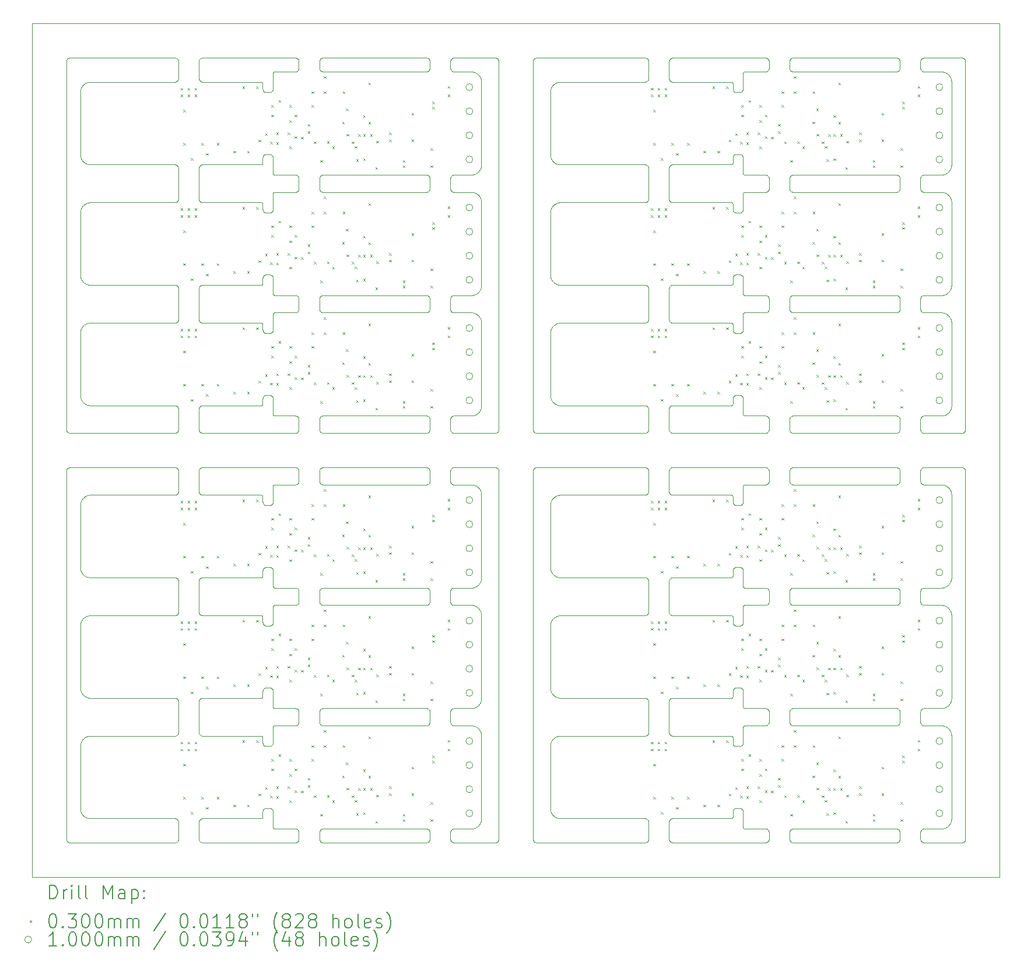
<source format=gbr>
%TF.GenerationSoftware,KiCad,Pcbnew,8.0.1*%
%TF.CreationDate,2025-05-23T10:36:24+02:00*%
%TF.ProjectId,panel-12,70616e65-6c2d-4313-922e-6b696361645f,F*%
%TF.SameCoordinates,Original*%
%TF.FileFunction,Drillmap*%
%TF.FilePolarity,Positive*%
%FSLAX45Y45*%
G04 Gerber Fmt 4.5, Leading zero omitted, Abs format (unit mm)*
G04 Created by KiCad (PCBNEW 8.0.1) date 2025-05-23 10:36:24*
%MOMM*%
%LPD*%
G01*
G04 APERTURE LIST*
%ADD10C,0.100000*%
%ADD11C,0.200000*%
G04 APERTURE END LIST*
D10*
X13214546Y-8199278D02*
X13215801Y-8199151D01*
X3520594Y-9949584D02*
X3521845Y-9949776D01*
X10159262Y-9798178D02*
X10159848Y-9797961D01*
X10335721Y-10204493D02*
X10335311Y-10204813D01*
X10150738Y-2600032D02*
X9300006Y-2600021D01*
X7616432Y-2611922D02*
X7615273Y-2612420D01*
X12590080Y-11879825D02*
X12588573Y-11881756D01*
X4208190Y-5947083D02*
X4205905Y-5946201D01*
X4210520Y-2447856D02*
X4208194Y-2447088D01*
X4193347Y-4188675D02*
X4191492Y-4187075D01*
X6770209Y-6478565D02*
X6771201Y-6480804D01*
X3492898Y-2725750D02*
X3491587Y-2727820D01*
X2472551Y-849961D02*
X2470108Y-849781D01*
X500959Y-11859835D02*
X500540Y-11857422D01*
X3500000Y-2700091D02*
X3499940Y-2702541D01*
X8927717Y-6841606D02*
X8925648Y-6842917D01*
X3861968Y-8433640D02*
X3860279Y-8435414D01*
X7529646Y-1936983D02*
X7529962Y-1938204D01*
X6082200Y-4175756D02*
X6080993Y-4173625D01*
X6506444Y-10277764D02*
X6505832Y-10276661D01*
X10657322Y-11899460D02*
X10654891Y-11899760D01*
X6099352Y-5707099D02*
X6101483Y-5705892D01*
X7577783Y-885788D02*
X7576826Y-886609D01*
X10175985Y-8709823D02*
X10175566Y-8707411D01*
X3504213Y-8461173D02*
X3502823Y-8463535D01*
X12573517Y-6694115D02*
X12571330Y-6695216D01*
X10165776Y-8044342D02*
X10166270Y-8043960D01*
X9278665Y-2054770D02*
X9280904Y-2053778D01*
X10348732Y-10200048D02*
X10348106Y-10200096D01*
X6103670Y-3954791D02*
X6105909Y-3953798D01*
X10340143Y-702043D02*
X10339582Y-702318D01*
X13509835Y-500959D02*
X13512225Y-501495D01*
X10150635Y-11549968D02*
X10151263Y-11549952D01*
X7602766Y-3781445D02*
X7608379Y-3784377D01*
X13223338Y-3948158D02*
X13229571Y-3947041D01*
X783382Y-2034378D02*
X784514Y-2034934D01*
X12940266Y-10199044D02*
X12937876Y-10198507D01*
X5765080Y-11720174D02*
X5766490Y-11722177D01*
X9250692Y-9842553D02*
X9251111Y-9840140D01*
X6447234Y-4218555D02*
X6441620Y-4215623D01*
X8902448Y-6450060D02*
X8904890Y-6450240D01*
X10199266Y-10492874D02*
X10197198Y-10491564D01*
X10179818Y-8721417D02*
X10178825Y-8719179D01*
X9261434Y-10331775D02*
X9259927Y-10329844D01*
X5764992Y-679845D02*
X5763485Y-681775D01*
X8929725Y-8059804D02*
X8931656Y-8061311D01*
X10177175Y-4464571D02*
X10176522Y-4462211D01*
X3495209Y-5428597D02*
X3496201Y-5430836D01*
X540165Y-11899041D02*
X537775Y-11898504D01*
X6120115Y-2449763D02*
X6117684Y-2449463D01*
X2434926Y-8070153D02*
X2436432Y-8068223D01*
X10692797Y-524250D02*
X10694004Y-526381D01*
X12596052Y-9980795D02*
X12596934Y-9983080D01*
X7534572Y-5452684D02*
X7536921Y-5458565D01*
X5739485Y-11702149D02*
X5741811Y-11702917D01*
X3860279Y-8435414D02*
X3858505Y-8437102D01*
X12571286Y-8204789D02*
X12573473Y-8205890D01*
X13523623Y-6455892D02*
X13525754Y-6457099D01*
X7629496Y-4357084D02*
X7623503Y-4359132D01*
X6125007Y-8450003D02*
X6122557Y-8449943D01*
X9255992Y-4323625D02*
X9254891Y-4321437D01*
X10669096Y-10196230D02*
X10666811Y-10197111D01*
X3495209Y-1928597D02*
X3496201Y-1930836D01*
X13549940Y-5902548D02*
X13549760Y-5904991D01*
X3494105Y-4473619D02*
X3492898Y-4475750D01*
X3518127Y-4200988D02*
X3517523Y-4201161D01*
X3848522Y-5944108D02*
X3846334Y-5945209D01*
X12916489Y-2212927D02*
X12918344Y-2211327D01*
X3852701Y-691620D02*
X3850632Y-692930D01*
X3500139Y-722476D02*
X3500102Y-722996D01*
X12922281Y-508411D02*
X12924350Y-507100D01*
X6505832Y-5623339D02*
X6506444Y-5622236D01*
X10340639Y-6701856D02*
X10340149Y-6702035D01*
X700850Y-3665803D02*
X701650Y-3672086D01*
X6108210Y-11702916D02*
X6110536Y-11702148D01*
X10698399Y-5737774D02*
X10698936Y-5740164D01*
X9250166Y-3847430D02*
X9250346Y-3844987D01*
X4175207Y-2247439D02*
X4175387Y-2244997D01*
X3507787Y-3943114D02*
X3508183Y-3943452D01*
X13334377Y-8533379D02*
X13331445Y-8527766D01*
X2123399Y-6812241D02*
X2122746Y-6814602D01*
X4205909Y-10196216D02*
X4203670Y-10195223D01*
X7566729Y-8003793D02*
X7571207Y-8008271D01*
X7668033Y-4350177D02*
X7666773Y-4350240D01*
X13516911Y-11897083D02*
X13514585Y-11897851D01*
X13546201Y-5919196D02*
X13545209Y-5921435D01*
X10327567Y-3936008D02*
X10327822Y-3936463D01*
X9278670Y-5554770D02*
X9280909Y-5553777D01*
X6084921Y-5929825D02*
X6083510Y-5927822D01*
X2096329Y-8595225D02*
X2094090Y-8596218D01*
X3350265Y-5445026D02*
X3350566Y-5442596D01*
X8949840Y-2097436D02*
X8949900Y-2099886D01*
X8914462Y-11552132D02*
X8916788Y-11552901D01*
X5748518Y-9955894D02*
X5750650Y-9957102D01*
X3498504Y-6962219D02*
X3497850Y-6964580D01*
X3874839Y-4152576D02*
X3874659Y-4155018D01*
X6112881Y-2448508D02*
X6110521Y-2447854D01*
X2443344Y-6461327D02*
X2445275Y-6459820D01*
X791432Y-6861922D02*
X790273Y-6862420D01*
X13338078Y-6791432D02*
X13337580Y-6790273D01*
X12595109Y-11871435D02*
X12594008Y-11873623D01*
X10163735Y-5545841D02*
X10165774Y-5544344D01*
X3341277Y-2043953D02*
X3341730Y-2043523D01*
X6079891Y-8228566D02*
X6080992Y-8226378D01*
X704963Y-1938207D02*
X706705Y-1944295D01*
X10150738Y-850032D02*
X9300001Y-850021D01*
X3454976Y-4499753D02*
X3452533Y-4499933D01*
X6383226Y-8450240D02*
X6381967Y-8450177D01*
X3871079Y-10169228D02*
X3870087Y-10171467D01*
X3827448Y-4199969D02*
X3824998Y-4200029D01*
X12573519Y-3955903D02*
X12575650Y-3957111D01*
X3338735Y-8045841D02*
X3340859Y-8044281D01*
X9261427Y-2068223D02*
X9263026Y-2066369D01*
X5767750Y-5724240D02*
X5768957Y-5726370D01*
X10189639Y-10485361D02*
X10187951Y-10483588D01*
X4189723Y-6464619D02*
X4191497Y-6462930D01*
X3874834Y-547458D02*
X3874894Y-549908D01*
X6493216Y-757693D02*
X6489214Y-752785D01*
X10699359Y-5907421D02*
X10698940Y-5909834D01*
X12945115Y-11899760D02*
X12942684Y-11899460D01*
X3824999Y-11700000D02*
X3827448Y-11700060D01*
X6093344Y-8211327D02*
X6095275Y-8209820D01*
X3349476Y-869966D02*
X3349344Y-869462D01*
X5758507Y-8212930D02*
X5760281Y-8214620D01*
X3459821Y-4499036D02*
X3457408Y-4499454D01*
X4220190Y-11700240D02*
X4222631Y-11700060D01*
X11028670Y-2445223D02*
X11026482Y-2444121D01*
X7540622Y-11466620D02*
X7543555Y-11472234D01*
X12930905Y-4196204D02*
X12928666Y-4195212D01*
X3874658Y-6495010D02*
X3874839Y-6497453D01*
X3487073Y-3666421D02*
X3488673Y-3668276D01*
X6413204Y-8454962D02*
X6411983Y-8454646D01*
X7528213Y-10469191D02*
X7527959Y-10470426D01*
X13297215Y-4235786D02*
X13292307Y-4231784D01*
X2117795Y-6825770D02*
X2116484Y-6827839D01*
X12940266Y-8200959D02*
X12942679Y-8200540D01*
X3870109Y-4171463D02*
X3869007Y-4173650D01*
X3841811Y-11702917D02*
X3844096Y-11703798D01*
X2439721Y-2585406D02*
X2438032Y-2583632D01*
X757695Y-11518218D02*
X758693Y-11518990D01*
X7572123Y-8640858D02*
X7571209Y-8641727D01*
X3457408Y-6999454D02*
X3454976Y-6999753D01*
X7525176Y-10493036D02*
X7525008Y-10499683D01*
X2434926Y-3820154D02*
X2436433Y-3818223D01*
X10699654Y-6655021D02*
X10699355Y-6657452D01*
X6522041Y-9829571D02*
X6523158Y-9823338D01*
X13345038Y-8088204D02*
X13345354Y-8086983D01*
X11033239Y-6697108D02*
X11030954Y-6696227D01*
X2096312Y-11554774D02*
X2098500Y-11555875D01*
X9251067Y-10309852D02*
X9250648Y-10307439D01*
X6076601Y-8412229D02*
X6076064Y-8409839D01*
X12933195Y-5702917D02*
X12935520Y-5702149D01*
X3497083Y-7933121D02*
X3497851Y-7935447D01*
X8899976Y-850016D02*
X7675317Y-850000D01*
X10325527Y-719973D02*
X10325416Y-720591D01*
X7531705Y-3694298D02*
X7532083Y-3695501D01*
X10275099Y-9650032D02*
X10277548Y-9650092D01*
X10166270Y-8606040D02*
X10165776Y-8605658D01*
X6076064Y-6659839D02*
X6075645Y-6657426D01*
X3504804Y-8189699D02*
X3505643Y-8190783D01*
X3524259Y-6700032D02*
X3523739Y-6700043D01*
X4210514Y-502149D02*
X4212875Y-501495D01*
X12914721Y-2435388D02*
X12913032Y-2433614D01*
X13314212Y-6752783D02*
X13313391Y-6751826D01*
X10325687Y-11680645D02*
X10325813Y-11681257D01*
X11042689Y-6450540D02*
X11045120Y-6450240D01*
X757695Y-9768218D02*
X758693Y-9768990D01*
X6488391Y-5648174D02*
X6489212Y-5647217D01*
X7552260Y-3736201D02*
X7556009Y-3741305D01*
X13297217Y-3914212D02*
X13298174Y-3913391D01*
X6103666Y-10195212D02*
X6101478Y-10194111D01*
X3503796Y-2461787D02*
X3503478Y-2462328D01*
X741727Y-10396209D02*
X740858Y-10397123D01*
X13308271Y-746207D02*
X13303793Y-741729D01*
X2119002Y-3826361D02*
X2120103Y-3828548D01*
X3347123Y-5536557D02*
X3348179Y-5534258D01*
X3499759Y-8704984D02*
X3499460Y-8707415D01*
X3390191Y-3650990D02*
X3392603Y-3650572D01*
X10287225Y-7901527D02*
X10289585Y-7902181D01*
X2087118Y-9801479D02*
X2089479Y-9802133D01*
X3865076Y-520178D02*
X3866487Y-522181D01*
X10327259Y-9935333D02*
X10327862Y-9936564D01*
X2102722Y-6458410D02*
X2104725Y-6459820D01*
X3874658Y-5904990D02*
X3874359Y-5907421D01*
X4201527Y-9955890D02*
X4203714Y-9954789D01*
X4215271Y-4199047D02*
X4212881Y-4198510D01*
X3507780Y-8456891D02*
X3507414Y-8457261D01*
X10162663Y-6853491D02*
X10160327Y-6852270D01*
X12573522Y-6455892D02*
X12575653Y-6457099D01*
X6501948Y-4270127D02*
X6498463Y-4264839D01*
X12947557Y-3950060D02*
X12950006Y-3950000D01*
X3498504Y-10462219D02*
X3497850Y-10464580D01*
X7652914Y-11548350D02*
X7659196Y-11549150D01*
X10173837Y-10367518D02*
X10173634Y-10366924D01*
X10329493Y-9939279D02*
X10329813Y-9939689D01*
X7525721Y-985456D02*
X7525241Y-991771D01*
X6397088Y-11698350D02*
X6398335Y-11698159D01*
X2082315Y-8599476D02*
X2079885Y-8599776D01*
X12924351Y-11892899D02*
X12922281Y-11891589D01*
X10671335Y-10195237D02*
X10669096Y-10196230D01*
X13273341Y-3930831D02*
X13278799Y-3927618D01*
X10287212Y-998500D02*
X10284821Y-999036D01*
X4178902Y-10169202D02*
X4178021Y-10166917D01*
X12564480Y-2202149D02*
X12566806Y-2202918D01*
X13285161Y-6726537D02*
X13279873Y-6723052D01*
X542578Y-5949460D02*
X540165Y-5949041D01*
X522177Y-11891590D02*
X520175Y-11890180D01*
X746207Y-6891729D02*
X741729Y-6896207D01*
X6460161Y-6726537D02*
X6454873Y-6723052D01*
X8947751Y-2085399D02*
X8948404Y-2087760D01*
X2096332Y-11895208D02*
X2094093Y-11896201D01*
X4183517Y-6472183D02*
X4184927Y-6470180D01*
X13548504Y-6487775D02*
X13549041Y-6490165D01*
X12926482Y-11894107D02*
X12924351Y-11892899D01*
X2425106Y-8099879D02*
X2425166Y-8097430D01*
X7629498Y-11542917D02*
X7630702Y-11543294D01*
X13230812Y-9946786D02*
X13236981Y-9945355D01*
X12592750Y-8224239D02*
X12593958Y-8226370D01*
X11004941Y-6671467D02*
X11003948Y-6669228D01*
X3349344Y-8030538D02*
X3349476Y-8030034D01*
X10332780Y-8456891D02*
X10332414Y-8457261D01*
X7526841Y-11423338D02*
X7527959Y-11429571D01*
X702959Y-9679574D02*
X703213Y-9680809D01*
X11047631Y-11700060D02*
X11050080Y-11700000D01*
X3517518Y-701163D02*
X3516924Y-701366D01*
X6524278Y-6835454D02*
X6524151Y-6834199D01*
X6493990Y-10258693D02*
X6493218Y-10257695D01*
X10677701Y-691620D02*
X10675632Y-692930D01*
X10322082Y-6966906D02*
X10321200Y-6969192D01*
X10327864Y-9936566D02*
X10328154Y-9937123D01*
X11020325Y-6690207D02*
X11018395Y-6688701D01*
X3874835Y-3997450D02*
X3874895Y-3999900D01*
X3827443Y-5700060D02*
X3829886Y-5700240D01*
X2116490Y-8072161D02*
X2117800Y-8074230D01*
X6478791Y-8491727D02*
X6477877Y-8490858D01*
X2113550Y-11568226D02*
X2115057Y-11570157D01*
X5760234Y-8435396D02*
X5758460Y-8437084D01*
X3464585Y-5402181D02*
X3466911Y-5402949D01*
X2458190Y-6452917D02*
X2460515Y-6452149D01*
X6447234Y-10218555D02*
X6441620Y-10215623D01*
X3834730Y-3950959D02*
X3837119Y-3951495D01*
X3350566Y-3692596D02*
X3350985Y-3690183D01*
X4179895Y-8421442D02*
X4178902Y-8419202D01*
X7552259Y-10413801D02*
X7551538Y-10414837D01*
X10328157Y-11687127D02*
X10328475Y-11687668D01*
X8923522Y-4344124D02*
X8921334Y-4345225D01*
X10325528Y-2180032D02*
X10325670Y-2180643D01*
X13279873Y-9926948D02*
X13285161Y-9923463D01*
X10151268Y-11549952D02*
X10151894Y-11549904D01*
X6772083Y-533089D02*
X6772851Y-535415D01*
X11045133Y-11899759D02*
X11042702Y-11899459D01*
X10698404Y-3987776D02*
X10698941Y-3990166D01*
X12592784Y-524261D02*
X12593991Y-526393D01*
X6440483Y-8465065D02*
X6434729Y-8462421D01*
X10324760Y-2704984D02*
X10324460Y-2707415D01*
X4197281Y-8441603D02*
X4195278Y-8440192D01*
X3344342Y-4359224D02*
X3343960Y-4358730D01*
X12900641Y-5907421D02*
X12900341Y-5904990D01*
X13349992Y-849683D02*
X13349823Y-843036D01*
X4225006Y-5700000D02*
X5724952Y-5700000D01*
X2445280Y-2590201D02*
X2443349Y-2588694D01*
X7315165Y-5949041D02*
X7312775Y-5948504D01*
X10193266Y-8738648D02*
X10191412Y-8737049D01*
X8949659Y-4305006D02*
X8949360Y-4307437D01*
X10336164Y-4204203D02*
X10335728Y-4204488D01*
X4193351Y-6461330D02*
X4195282Y-6459823D01*
X6110516Y-4197854D02*
X6108190Y-4197086D01*
X3837119Y-5701495D02*
X3839480Y-5702149D01*
X4205909Y-2446206D02*
X4203669Y-2445213D01*
X3496201Y-1930836D02*
X3497083Y-1933121D01*
X5760281Y-3964620D02*
X5761970Y-3966394D01*
X2082321Y-5949460D02*
X2079890Y-5949760D01*
X3871101Y-6480805D02*
X3871982Y-6483090D01*
X13313389Y-2501824D02*
X13309143Y-2497125D01*
X5774649Y-6495020D02*
X5774829Y-6497463D01*
X10171200Y-8611780D02*
X10170843Y-8611267D01*
X11045109Y-699784D02*
X11042679Y-699484D01*
X10289585Y-7902181D02*
X10291911Y-7902949D01*
X10679722Y-509822D02*
X10681653Y-511329D01*
X11000147Y-8400134D02*
X11000113Y-8249912D01*
X776661Y-8030832D02*
X777764Y-8031444D01*
X10339475Y-2197653D02*
X10340735Y-2198194D01*
X6461201Y-5672740D02*
X6466305Y-5668991D01*
X12599354Y-2242590D02*
X12599653Y-2245021D01*
X11040275Y-5949041D02*
X11037885Y-5948504D01*
X722383Y-3728801D02*
X723050Y-3729871D01*
X6101483Y-6694111D02*
X6099352Y-6692904D01*
X8948399Y-2562241D02*
X8947745Y-2564602D01*
X520175Y-5940180D02*
X518244Y-5938673D01*
X7526650Y-3672088D02*
X7526841Y-3673335D01*
X3858505Y-6687102D02*
X3856651Y-6688702D01*
X507099Y-5925754D02*
X505892Y-5923623D01*
X10203593Y-11404821D02*
X10205832Y-11403829D01*
X4217685Y-8449475D02*
X4215271Y-8449056D01*
X12588523Y-4181769D02*
X12586923Y-4183623D01*
X12909926Y-6679829D02*
X12908515Y-6677827D01*
X4225003Y-5950000D02*
X4222553Y-5949940D01*
X3500221Y-10221953D02*
X3500140Y-10222468D01*
X6080998Y-9976376D02*
X6082205Y-9974245D01*
X3867795Y-6675783D02*
X3866485Y-6677852D01*
X12585234Y-9964611D02*
X12586923Y-9966384D01*
X545009Y-500240D02*
X547452Y-500060D01*
X6488391Y-8148174D02*
X6489212Y-8147217D01*
X8946101Y-2080788D02*
X8946983Y-2083074D01*
X13330831Y-6776659D02*
X13327618Y-6771201D01*
X3357126Y-10475734D02*
X3355919Y-10473604D01*
X804496Y-4357084D02*
X798503Y-4359132D01*
X9270275Y-11890180D02*
X9268344Y-11888673D01*
X10179818Y-971417D02*
X10178825Y-969179D01*
X10160325Y-2602269D02*
X10159858Y-2602038D01*
X5734713Y-500959D02*
X5737103Y-501496D01*
X3352175Y-964571D02*
X3351522Y-962211D01*
X10168521Y-2608268D02*
X10166732Y-2606479D01*
X3500221Y-2178049D02*
X3500705Y-2180747D01*
X3518137Y-2198998D02*
X3518733Y-2199185D01*
X13549940Y-11852548D02*
X13549760Y-11854991D01*
X11002298Y-3985405D02*
X11003066Y-3983080D01*
X3873399Y-8412254D02*
X3872746Y-8414615D01*
X13199683Y-2450000D02*
X12950007Y-2450003D01*
X700721Y-985456D02*
X700241Y-991771D01*
X9250160Y-802570D02*
X9250100Y-800120D01*
X700176Y-993036D02*
X700008Y-999683D01*
X8907321Y-10349476D02*
X8904890Y-10349776D01*
X6440486Y-5684934D02*
X6441618Y-5684378D01*
X8948402Y-537778D02*
X8948939Y-540168D01*
X10186356Y-5418269D02*
X10187956Y-5416415D01*
X13200316Y-11699992D02*
X13206964Y-11699823D01*
X2108488Y-837091D02*
X2106633Y-838690D01*
X12559729Y-8449048D02*
X12557316Y-8449467D01*
X3844095Y-6453798D02*
X3846334Y-6454791D01*
X736611Y-3748176D02*
X740856Y-3752875D01*
X10174584Y-3779406D02*
X10174776Y-3778155D01*
X3865080Y-4179853D02*
X3863573Y-4181784D01*
X7540065Y-934516D02*
X7537421Y-940271D01*
X5765029Y-6679838D02*
X5763522Y-6681768D01*
X10339578Y-11697680D02*
X10342026Y-11698658D01*
X10649994Y-9950000D02*
X10652443Y-9950060D01*
X10160325Y-4352269D02*
X10159858Y-4352038D01*
X10657317Y-5700540D02*
X10659730Y-5700959D01*
X11040264Y-500959D02*
X11042677Y-500540D01*
X723052Y-9729873D02*
X726537Y-9735161D01*
X13222088Y-9948350D02*
X13223335Y-9948159D01*
X11016506Y-11887065D02*
X11014732Y-11885375D01*
X10327567Y-8464002D02*
X10327321Y-8464576D01*
X711922Y-9708567D02*
X712420Y-9709727D01*
X12909942Y-11720171D02*
X12911449Y-11718241D01*
X2467700Y-5550519D02*
X2470131Y-5550219D01*
X13313391Y-8148174D02*
X13314212Y-8147217D01*
X6078904Y-5730803D02*
X6079896Y-5728564D01*
X4193361Y-11888666D02*
X4191506Y-11887065D01*
X11016493Y-2437085D02*
X11014719Y-2435395D01*
X10302815Y-8741588D02*
X10300745Y-8742898D01*
X6473174Y-6736609D02*
X6472217Y-6735788D01*
X3380820Y-4496175D02*
X3378582Y-4495182D01*
X3874339Y-657457D02*
X3873920Y-659870D01*
X2082321Y-2050524D02*
X2084734Y-2050943D01*
X3485379Y-2735382D02*
X3483604Y-2737071D01*
X11011430Y-2431766D02*
X11009923Y-2429835D01*
X13251499Y-2190867D02*
X13252682Y-2190429D01*
X505892Y-5923623D02*
X504791Y-5921435D01*
X3349344Y-2030538D02*
X3349476Y-2030034D01*
X12900106Y-549908D02*
X12900166Y-547458D01*
X4225047Y-9950000D02*
X5724991Y-9950000D01*
X3350024Y-8700091D02*
X3350000Y-8625629D01*
X3871977Y-3983088D02*
X3872746Y-3985414D01*
X3349855Y-872470D02*
X3349776Y-871847D01*
X8929725Y-6459820D02*
X8931656Y-6461327D01*
X6397088Y-3948350D02*
X6398335Y-3948159D01*
X13266620Y-2184377D02*
X13272234Y-2181445D01*
X5774821Y-650133D02*
X5774760Y-652581D01*
X711921Y-8691435D02*
X709572Y-8697316D01*
X5761923Y-4183623D02*
X5760234Y-4185396D01*
X700000Y-4500317D02*
X700000Y-5399683D01*
X2098516Y-8594124D02*
X2096329Y-8595225D01*
X11037876Y-698529D02*
X11035515Y-697876D01*
X6524759Y-9808226D02*
X6524823Y-9806967D01*
X3858511Y-11712926D02*
X3860285Y-11714615D01*
X10669096Y-11896201D02*
X10666811Y-11897083D01*
X12549953Y-5700018D02*
X12552402Y-5700079D01*
X3479825Y-11409852D02*
X3481756Y-11411359D01*
X8902448Y-5949940D02*
X8899998Y-5950000D01*
X2432205Y-11574225D02*
X2433515Y-11572156D01*
X3829888Y-9950240D02*
X3832319Y-9950540D01*
X7276495Y-537775D02*
X7277149Y-535415D01*
X3871100Y-9980808D02*
X3871981Y-9983093D01*
X3361356Y-1918269D02*
X3362956Y-1916415D01*
X10325808Y-6718740D02*
X10325705Y-6719251D01*
X13340428Y-2547316D02*
X13338079Y-2541435D01*
X715065Y-934516D02*
X712421Y-940271D01*
X10313669Y-10481754D02*
X10312068Y-10483608D01*
X783382Y-11534378D02*
X784514Y-11534934D01*
X13337580Y-11609727D02*
X13338078Y-11608567D01*
X7666773Y-11549759D02*
X7668033Y-11549823D01*
X11009927Y-6470180D02*
X11011434Y-6468249D01*
X10210429Y-6997825D02*
X10208105Y-6997056D01*
X12569095Y-6453798D02*
X12571334Y-6454791D01*
X10291899Y-2747079D02*
X10289573Y-2747847D01*
X501495Y-537775D02*
X502149Y-535415D01*
X10325000Y-8475633D02*
X10325000Y-8700091D01*
X10341325Y-2198430D02*
X10341919Y-2198633D01*
X3511778Y-703796D02*
X3511344Y-704084D01*
X3330543Y-8049356D02*
X3331871Y-8049012D01*
X9250211Y-8097426D02*
X9250392Y-8094983D01*
X3466899Y-4497079D02*
X3464573Y-4497847D01*
X7532084Y-3695504D02*
X7534132Y-3701496D01*
X3874839Y-5902547D02*
X3874658Y-5904990D01*
X2451483Y-3805871D02*
X2453671Y-3804770D01*
X10327822Y-4213537D02*
X10327567Y-4213991D01*
X10325815Y-5681267D02*
X10326002Y-5681863D01*
X7645426Y-2602959D02*
X7644191Y-2603213D01*
X10699835Y-6652578D02*
X10699654Y-6655021D01*
X6383229Y-8199759D02*
X6389544Y-8199278D01*
X2425103Y-5900096D02*
X2425122Y-5599877D01*
X3353825Y-6969179D02*
X3352944Y-6966895D01*
X10654886Y-4199788D02*
X10652444Y-4199969D01*
X11040316Y-10199066D02*
X11037926Y-10198529D01*
X6097283Y-3958409D02*
X6099352Y-3957099D01*
X3362951Y-8733588D02*
X3361352Y-8731734D01*
X9257207Y-8575772D02*
X9255999Y-8573641D01*
X13516911Y-5947083D02*
X13514585Y-5947851D01*
X12598936Y-10159831D02*
X12598399Y-10162222D01*
X3325740Y-8049968D02*
X3326261Y-8049957D01*
X3346204Y-4361778D02*
X3345905Y-4361352D01*
X12900165Y-5747450D02*
X12900346Y-5745008D01*
X2077442Y-8599956D02*
X2074992Y-8600016D01*
X3867800Y-5925753D02*
X3866489Y-5927822D01*
X5771979Y-3983098D02*
X5772747Y-3985425D01*
X3481749Y-988671D02*
X3479818Y-990178D01*
X2084729Y-6849057D02*
X2082316Y-6849476D01*
X10189639Y-6985361D02*
X10187951Y-6983588D01*
X3834730Y-8449070D02*
X3832317Y-8449489D01*
X2447283Y-8058389D02*
X2449352Y-8057078D01*
X10697750Y-6485416D02*
X10698403Y-6487776D01*
X3457422Y-3650572D02*
X3459835Y-3650991D01*
X2096334Y-2054775D02*
X2098522Y-2055876D01*
X10174904Y-4373101D02*
X10174856Y-4372475D01*
X3346509Y-9787663D02*
X3347729Y-9785327D01*
X3343953Y-8608722D02*
X3343523Y-8608270D01*
X3352175Y-6964571D02*
X3351522Y-6962211D01*
X2079890Y-5949760D02*
X2077448Y-5949940D01*
X10151790Y-3799901D02*
X10154509Y-3799555D01*
X6075161Y-8247453D02*
X6075341Y-8245010D01*
X10324041Y-11440197D02*
X10324460Y-11442610D01*
X757693Y-6881784D02*
X752785Y-6885786D01*
X2079890Y-4349776D02*
X2077447Y-4349956D01*
X10699660Y-11854991D02*
X10699360Y-11857422D01*
X6774041Y-5909835D02*
X6773504Y-5912225D01*
X6493218Y-5642305D02*
X6493990Y-5641307D01*
X6075345Y-8404995D02*
X6075165Y-8402553D01*
X700849Y-2734199D02*
X700722Y-2735454D01*
X9287875Y-848525D02*
X9285514Y-847872D01*
X747123Y-8640858D02*
X746209Y-8641727D01*
X6725099Y-11900000D02*
X6125008Y-11900000D01*
X6524151Y-2065801D02*
X6524278Y-2064546D01*
X7527959Y-6970429D02*
X7526841Y-6976662D01*
X12918344Y-10188676D02*
X12916490Y-10187076D01*
X13272234Y-6718555D02*
X13266620Y-6715622D01*
X3510302Y-5695197D02*
X3510721Y-5695507D01*
X3873936Y-540171D02*
X3874355Y-542584D01*
X2102722Y-10341606D02*
X2100653Y-10342917D01*
X8927722Y-5941590D02*
X8925653Y-5942900D01*
X9253023Y-2566932D02*
X9252254Y-2564607D01*
X13199684Y-8200000D02*
X13200315Y-8199992D01*
X11001064Y-4159848D02*
X11000646Y-4157435D01*
X13342916Y-2554496D02*
X13340868Y-2548504D01*
X13533611Y-5937073D02*
X13531756Y-5938673D01*
X7571207Y-6891729D02*
X7566729Y-6896207D01*
X10346842Y-700224D02*
X10346219Y-700304D01*
X2453665Y-11895209D02*
X2451478Y-11894108D01*
X10163735Y-9795841D02*
X10165774Y-9794344D01*
X10690080Y-11720174D02*
X10691490Y-11722177D01*
X6448341Y-5680831D02*
X6453799Y-5677618D01*
X6467307Y-11668216D02*
X6472215Y-11664214D01*
X731010Y-7991307D02*
X731782Y-7992305D01*
X8948935Y-8559851D02*
X8948399Y-8562241D01*
X8919090Y-2596218D02*
X8916805Y-2597099D01*
X6075346Y-5745008D02*
X6075645Y-5742577D01*
X3844094Y-9953799D02*
X3846333Y-9954792D01*
X12933190Y-8202917D02*
X12935515Y-8202149D01*
X7544169Y-3723341D02*
X7547382Y-3728799D01*
X4210520Y-5702149D02*
X4212881Y-5701495D01*
X2472550Y-8599933D02*
X2470107Y-8599753D01*
X3841805Y-5702917D02*
X3844090Y-5703798D01*
X13230812Y-11696786D02*
X13236981Y-11695355D01*
X13278801Y-9927617D02*
X13279871Y-9926949D01*
X10174904Y-8623101D02*
X10174856Y-8622475D01*
X9251595Y-537775D02*
X9252248Y-535415D01*
X3485385Y-11414647D02*
X3487073Y-11416421D01*
X6493216Y-10257693D02*
X6489214Y-10252785D01*
X3341280Y-5543958D02*
X3341665Y-5543607D01*
X13292307Y-3918216D02*
X13297215Y-3914214D01*
X10320207Y-10471431D02*
X10319106Y-10473619D01*
X9251601Y-2562246D02*
X9251065Y-2559856D01*
X11028670Y-4195232D02*
X11026482Y-4194130D01*
X4184970Y-2220169D02*
X4186477Y-2218238D01*
X13302877Y-3909142D02*
X13303791Y-3908273D01*
X6122552Y-8200060D02*
X6125002Y-8200000D01*
X5761923Y-10183623D02*
X5760234Y-10185396D01*
X3506042Y-4208728D02*
X3505645Y-4209215D01*
X3863572Y-9968246D02*
X3865079Y-9970177D01*
X10306756Y-9661359D02*
X10308611Y-9662959D01*
X5774853Y-5749890D02*
X5774888Y-5900087D01*
X11008562Y-10177851D02*
X11007251Y-10175782D01*
X10174968Y-6874371D02*
X10174904Y-6873103D01*
X7588801Y-9772741D02*
X7589836Y-9773462D01*
X3869007Y-4173650D02*
X3867800Y-4175781D01*
X10277548Y-3650092D02*
X10279991Y-3650272D01*
X13327617Y-10271199D02*
X13326949Y-10270129D01*
X8923517Y-5555876D02*
X8925648Y-5557083D01*
X2100653Y-5942900D02*
X2098522Y-5944108D01*
X6454873Y-8176948D02*
X6460161Y-8173463D01*
X3334858Y-3797962D02*
X3335325Y-3797730D01*
X843033Y-2600177D02*
X841773Y-2600240D01*
X13259727Y-4212420D02*
X13258567Y-4211922D01*
X7529646Y-11436983D02*
X7529962Y-11438204D01*
X14049988Y-12399890D02*
X14050000Y-12399389D01*
X10343234Y-2450969D02*
X10340740Y-2451821D01*
X13327617Y-8521199D02*
X13326949Y-8520129D01*
X10175000Y-6875627D02*
X10174968Y-6874374D01*
X2472557Y-8050039D02*
X2475006Y-8049979D01*
X8947751Y-8085399D02*
X8948404Y-8087760D01*
X500240Y-11854991D02*
X500060Y-11852548D01*
X3525633Y-3950000D02*
X3824994Y-3950000D01*
X13348350Y-2577912D02*
X13348159Y-2576665D01*
X3499460Y-9692610D02*
X3499760Y-9695041D01*
X7596201Y-9777618D02*
X7601659Y-9780831D01*
X3387801Y-7901527D02*
X3390191Y-7900990D01*
X6433565Y-10211921D02*
X6427684Y-10209572D01*
X7308089Y-5947083D02*
X7305804Y-5946201D01*
X5748523Y-11705892D02*
X5750654Y-11707099D01*
X3518740Y-5699192D02*
X3519251Y-5699295D01*
X2438032Y-2583632D02*
X2436432Y-2581777D01*
X7572125Y-3759143D02*
X7576824Y-3763389D01*
X6520038Y-2088204D02*
X6520354Y-2086983D01*
X10348730Y-4200044D02*
X10348212Y-4200099D01*
X7527959Y-11429574D02*
X7528213Y-11430809D01*
X3499041Y-9690197D02*
X3499460Y-9692610D01*
X3385429Y-4497825D02*
X3383105Y-4497056D01*
X10324460Y-4457415D02*
X10324041Y-4459829D01*
X11035520Y-2447866D02*
X11033194Y-2447097D01*
X12549953Y-9950000D02*
X12552402Y-9950060D01*
X11022276Y-508410D02*
X11024346Y-507099D01*
X7615271Y-862421D02*
X7609516Y-865065D01*
X3349856Y-2027525D02*
X3349904Y-2026899D01*
X7552260Y-9736201D02*
X7556009Y-9741305D01*
X7525176Y-9656967D02*
X7525240Y-9658226D01*
X5750645Y-5942898D02*
X5748514Y-5944106D01*
X10685279Y-4185414D02*
X10683505Y-4187102D01*
X4177298Y-9985405D02*
X4178066Y-9983080D01*
X11026482Y-4194130D02*
X11024350Y-4192923D01*
X4184970Y-8220168D02*
X4186477Y-8218238D01*
X3334366Y-3798156D02*
X3334850Y-3797965D01*
X5772702Y-5735406D02*
X5773355Y-5737766D01*
X2121101Y-6480805D02*
X2121982Y-6483090D01*
X7556010Y-3741307D02*
X7556782Y-3742305D01*
X6520355Y-3836981D02*
X6521786Y-3830812D01*
X11035563Y-3952148D02*
X11037923Y-3951495D01*
X3511173Y-5695787D02*
X3513535Y-5697177D01*
X700850Y-7915803D02*
X701650Y-7922086D01*
X9250166Y-5597430D02*
X9250346Y-5594987D01*
X5773893Y-4159853D02*
X5773356Y-4162242D01*
X10337873Y-10203157D02*
X10337332Y-10203475D01*
X4199347Y-5942900D02*
X4197278Y-5941590D01*
X9290264Y-4349044D02*
X9287874Y-4348507D01*
X12581606Y-2438684D02*
X12579675Y-2440190D01*
X10699895Y-9999900D02*
X10699899Y-10150126D01*
X10699359Y-10157449D02*
X10698941Y-10159862D01*
X2436450Y-5568222D02*
X2438050Y-5566367D01*
X4193349Y-5711326D02*
X4195280Y-5709820D01*
X2087118Y-3801479D02*
X2089479Y-3802133D01*
X2427254Y-2564607D02*
X2426601Y-2562246D01*
X10289585Y-9652181D02*
X10291911Y-9652949D01*
X12564464Y-502150D02*
X12566791Y-502919D01*
X3329404Y-10350415D02*
X3328786Y-10350305D01*
X12599874Y-549928D02*
X12599821Y-650133D01*
X501495Y-5912225D02*
X500959Y-5909835D01*
X13348159Y-5573335D02*
X13348350Y-5572088D01*
X5774854Y-8400119D02*
X5774793Y-8402568D01*
X8929702Y-840197D02*
X8927700Y-841607D01*
X10156764Y-10350968D02*
X10156267Y-10350810D01*
X10690080Y-3970175D02*
X10691490Y-3972178D01*
X3348427Y-866318D02*
X3348180Y-865744D01*
X10698941Y-11859835D02*
X10698405Y-11862225D01*
X10325144Y-2472475D02*
X10325096Y-2473101D01*
X6513079Y-9858565D02*
X6515428Y-9852684D01*
X3866464Y-2427848D02*
X3865054Y-2429851D01*
X10304818Y-8740178D02*
X10302815Y-8741588D01*
X3352175Y-2714571D02*
X3351522Y-2712211D01*
X13279873Y-3926948D02*
X13285161Y-3923463D01*
X3487068Y-983608D02*
X3485379Y-985382D01*
X3865080Y-8220175D02*
X3866490Y-8222178D01*
X6115270Y-5700959D02*
X6117683Y-5700540D01*
X10282408Y-6999454D02*
X10279976Y-6999753D01*
X10654890Y-5949760D02*
X10652447Y-5949940D01*
X13346787Y-2080809D02*
X13347041Y-2079574D01*
X4182207Y-6474253D02*
X4183517Y-6472183D01*
X11042726Y-3950540D02*
X11045156Y-3950240D01*
X10224909Y-4499976D02*
X10222461Y-4499915D01*
X770126Y-6873052D02*
X764839Y-6876537D01*
X8935283Y-514617D02*
X8936972Y-516391D01*
X700240Y-2741774D02*
X700176Y-2743033D01*
X3824993Y-5700000D02*
X3827443Y-5700060D01*
X12581639Y-511334D02*
X12583494Y-512935D01*
X9250641Y-5907421D02*
X9250341Y-5904990D01*
X11045116Y-4199784D02*
X11042685Y-4199484D01*
X3504144Y-2461258D02*
X3503799Y-2461782D01*
X11013077Y-3966384D02*
X11014766Y-3964611D01*
X10338999Y-3947437D02*
X10339473Y-3947652D01*
X535415Y-502149D02*
X537775Y-501495D01*
X3861951Y-10183642D02*
X3860262Y-10185415D01*
X3498504Y-2712219D02*
X3497850Y-2714580D01*
X10699840Y-11852548D02*
X10699660Y-11854991D01*
X6419295Y-2456705D02*
X6413207Y-2454963D01*
X3522475Y-8199856D02*
X3523101Y-8199904D01*
X13208229Y-8199759D02*
X13214544Y-8199278D01*
X2123404Y-4312240D02*
X2122751Y-4314601D01*
X5763522Y-5718239D02*
X5765029Y-5720169D01*
X3488673Y-3668276D02*
X3490180Y-3670207D01*
X3333672Y-2601570D02*
X3333076Y-2601383D01*
X10325140Y-8177532D02*
X10325221Y-8178047D01*
X5760285Y-11714615D02*
X5761973Y-11716389D01*
X7644191Y-5546787D02*
X7645426Y-5547041D01*
X4182203Y-2425752D02*
X4180996Y-2423621D01*
X3874819Y-10152583D02*
X3874639Y-10155025D01*
X10329497Y-3939276D02*
X10329880Y-3939771D01*
X12566811Y-11897083D02*
X12564485Y-11897851D01*
X12904913Y-671442D02*
X12903920Y-669204D01*
X700000Y-7000317D02*
X700000Y-7899683D01*
X8912124Y-2051479D02*
X8914484Y-2052133D01*
X3514002Y-11697433D02*
X3514576Y-11697679D01*
X6427684Y-3940428D02*
X6433565Y-3938079D01*
X3865058Y-10179857D02*
X3863551Y-10181787D01*
X3848501Y-10194137D02*
X3846313Y-10195238D01*
X5727402Y-2449947D02*
X5724953Y-2450007D01*
X10323505Y-7937807D02*
X10324041Y-7940197D01*
X12586923Y-9966384D02*
X12588523Y-9968238D01*
X2100648Y-2592917D02*
X2098516Y-2594124D01*
X3326268Y-9799952D02*
X3326894Y-9799904D01*
X6509378Y-3866618D02*
X6509934Y-3865486D01*
X747123Y-6890858D02*
X746209Y-6891727D01*
X549901Y-6450000D02*
X2074998Y-6450000D01*
X3397460Y-4499915D02*
X3395019Y-4499735D01*
X3521214Y-8450305D02*
X3520596Y-8450415D01*
X2462875Y-848525D02*
X2460514Y-847872D01*
X3374266Y-6992874D02*
X3372197Y-6991564D01*
X13251496Y-2459132D02*
X13245504Y-2457084D01*
X6122557Y-5700060D02*
X6125006Y-5700000D01*
X10664480Y-6697880D02*
X10662120Y-6698533D01*
X9250346Y-3844987D02*
X9250646Y-3842557D01*
X6078018Y-5916910D02*
X6077250Y-5914584D01*
X11000150Y-10150130D02*
X11000128Y-9999908D01*
X13345037Y-811793D02*
X13343295Y-805704D01*
X10699659Y-3995010D02*
X10699839Y-3997453D01*
X6766590Y-522177D02*
X6767901Y-524246D01*
X3505583Y-2459307D02*
X3505242Y-2459701D01*
X12900341Y-8245010D02*
X12900641Y-8242579D01*
X5770059Y-6671450D02*
X5768957Y-6673637D01*
X6079892Y-6478566D02*
X6080993Y-6476378D01*
X2425646Y-3842557D02*
X2426065Y-3840144D01*
X3500032Y-5675633D02*
X3500101Y-5677002D01*
X12950006Y-3950000D02*
X13199683Y-3950000D01*
X502917Y-533089D02*
X503798Y-530804D01*
X2082316Y-6849476D02*
X2079885Y-6849776D01*
X2425340Y-9844988D02*
X2425640Y-9842557D01*
X7638017Y-8604646D02*
X7636795Y-8604962D01*
X12591440Y-4177837D02*
X12590030Y-4179838D01*
X3499041Y-6959829D02*
X3498504Y-6962219D01*
X7644188Y-853214D02*
X7638019Y-854645D01*
X7525241Y-5408229D02*
X7525721Y-5414544D01*
X5766402Y-677844D02*
X5764992Y-679845D01*
X12592800Y-6474247D02*
X12594007Y-6476378D01*
X11014719Y-4185404D02*
X11013030Y-4183630D01*
X10659685Y-2200959D02*
X10662074Y-2201495D01*
X13259729Y-5687579D02*
X13265483Y-5684935D01*
X6433567Y-5688078D02*
X6434727Y-5687580D01*
X4179899Y-6478572D02*
X4181000Y-6476384D01*
X3500140Y-3927532D02*
X3500221Y-3928047D01*
X10174856Y-3777525D02*
X10174904Y-3776899D01*
X10177175Y-8714571D02*
X10176522Y-8712211D01*
X7623501Y-2609133D02*
X7622318Y-2609571D01*
X6082205Y-6675757D02*
X6080998Y-6673626D01*
X10173634Y-5533076D02*
X10173837Y-5532482D01*
X12908532Y-677829D02*
X12907221Y-675761D01*
X3326270Y-2049956D02*
X3326788Y-2049901D01*
X805704Y-2043295D02*
X811793Y-2045037D01*
X5774312Y-2407440D02*
X5773893Y-2409853D01*
X10166278Y-9793953D02*
X10166730Y-9793523D01*
X841771Y-8600241D02*
X835456Y-8600722D01*
X3350085Y-11447468D02*
X3350265Y-11445026D01*
X6501948Y-770126D02*
X6498463Y-764839D01*
X4222598Y-8200060D02*
X4225047Y-8200000D01*
X3343521Y-10358268D02*
X3341732Y-10356479D01*
X3518743Y-2199187D02*
X3519355Y-2199313D01*
X13279873Y-11676948D02*
X13285161Y-11673463D01*
X11047602Y-10199964D02*
X11045159Y-10199784D01*
X3335420Y-9797681D02*
X3337663Y-9796509D01*
X13330831Y-4276659D02*
X13327618Y-4271201D01*
X10294185Y-10496198D02*
X10291899Y-10497079D01*
X10306749Y-10488671D02*
X10304818Y-10490178D01*
X12918350Y-2438677D02*
X12916495Y-2437077D01*
X4184923Y-8429835D02*
X4183513Y-8427832D01*
X4215265Y-699065D02*
X4212876Y-698529D01*
X2123938Y-11859832D02*
X2123402Y-11862222D01*
X10324940Y-7947484D02*
X10325000Y-7949933D01*
X3352176Y-1935434D02*
X3352945Y-1933110D01*
X11047599Y-6699964D02*
X11045157Y-6699784D01*
X4175387Y-3994997D02*
X4175688Y-3992567D01*
X5770105Y-2228573D02*
X5771097Y-2230813D01*
X6524992Y-2599683D02*
X6524823Y-2593036D01*
X6498462Y-2514837D02*
X6497741Y-2513801D01*
X8948941Y-5909834D02*
X8948404Y-5912224D01*
X5724920Y-700007D02*
X4225002Y-700024D01*
X6774041Y-11859835D02*
X6773504Y-11862225D01*
X3341665Y-6856393D02*
X3341280Y-6856042D01*
X10347475Y-11699856D02*
X10348101Y-11699904D01*
X7608382Y-2034378D02*
X7609514Y-2034934D01*
X8948404Y-10312240D02*
X8947751Y-10314601D01*
X13229574Y-9947041D02*
X13230809Y-9946787D01*
X13334934Y-2534514D02*
X13334378Y-2533382D01*
X3357128Y-1924269D02*
X3358439Y-1922201D01*
X8948399Y-8562241D02*
X8947745Y-8564602D01*
X3510229Y-11695120D02*
X3510723Y-11695503D01*
X8925653Y-2057083D02*
X8927722Y-2058394D01*
X10159858Y-5547962D02*
X10160325Y-5547731D01*
X700850Y-5415804D02*
X701650Y-5422086D01*
X4188026Y-516389D02*
X4189715Y-514615D01*
X13214544Y-6700721D02*
X13208229Y-6700241D01*
X5767784Y-524261D02*
X5768991Y-526393D01*
X7529645Y-8713019D02*
X7528214Y-8719188D01*
X7561609Y-4401826D02*
X7560788Y-4402783D01*
X5761970Y-8216394D02*
X5763570Y-8218249D01*
X12581606Y-4188684D02*
X12579675Y-4190190D01*
X11004900Y-8228572D02*
X11006001Y-8226384D01*
X6082203Y-524250D02*
X6083513Y-522181D01*
X13546201Y-11869196D02*
X13545209Y-11871435D01*
X700008Y-999685D02*
X700000Y-1000315D01*
X731010Y-9741307D02*
X731782Y-9742305D01*
X8948399Y-6812241D02*
X8947746Y-6814602D01*
X2429897Y-8078544D02*
X2430998Y-8076356D01*
X2472557Y-4349961D02*
X2470114Y-4349781D01*
X715622Y-3716620D02*
X718555Y-3722234D01*
X520175Y-509820D02*
X522177Y-508410D01*
X10175024Y-2700091D02*
X10175000Y-2625629D01*
X2441512Y-5562905D02*
X2443367Y-5561305D01*
X6110520Y-3952149D02*
X6112881Y-3951495D01*
X6381967Y-11699823D02*
X6383226Y-11699759D01*
X4182216Y-11875739D02*
X4181010Y-11873607D01*
X7571207Y-4391729D02*
X7566729Y-4396207D01*
X8902448Y-2050044D02*
X8904890Y-2050224D01*
X5767713Y-675776D02*
X5766402Y-677844D01*
X6774460Y-542578D02*
X6774760Y-545009D01*
X6758611Y-5937073D02*
X6756756Y-5938673D01*
X10690074Y-5720174D02*
X10691485Y-5722176D01*
X13208229Y-9949759D02*
X13214544Y-9949278D01*
X5746316Y-504794D02*
X5748504Y-505896D01*
X3499041Y-1940197D02*
X3499460Y-1942610D01*
X10340142Y-8452038D02*
X10339669Y-8452258D01*
X3383105Y-4497056D02*
X3380820Y-4496175D01*
X7537420Y-2690273D02*
X7536922Y-2691433D01*
X3350985Y-7940183D02*
X3351522Y-7937794D01*
X6398338Y-5698158D02*
X6404571Y-5697041D01*
X11020325Y-3959817D02*
X11022327Y-3958407D01*
X10182126Y-4475734D02*
X10180919Y-4473604D01*
X8919093Y-11896201D02*
X8916808Y-11897083D01*
X8933510Y-8062911D02*
X8935284Y-8064599D01*
X3348837Y-10367518D02*
X3348634Y-10366924D01*
X7561609Y-10401826D02*
X7560788Y-10402783D01*
X3349904Y-2623101D02*
X3349856Y-2622475D01*
X4178021Y-10166917D02*
X4177253Y-10164591D01*
X9259920Y-2070154D02*
X9261427Y-2068223D01*
X13337580Y-3859727D02*
X13338078Y-3858567D01*
X13223335Y-4201841D02*
X13222088Y-4201650D01*
X8941488Y-11877821D02*
X8940078Y-11879824D01*
X3331871Y-6850988D02*
X3330543Y-6850644D01*
X13349278Y-2585454D02*
X13349151Y-2584199D01*
X12593957Y-5726389D02*
X12595059Y-5728576D01*
X3510732Y-9945509D02*
X3511262Y-9945839D01*
X3500140Y-2177532D02*
X3500221Y-2178047D01*
X4208238Y-8202916D02*
X4210563Y-8202148D01*
X7525240Y-8741774D02*
X7525176Y-8743033D01*
X2089482Y-11897851D02*
X2087122Y-11898504D01*
X6754825Y-6459820D02*
X6756756Y-6461327D01*
X13507422Y-500540D02*
X13509835Y-500959D01*
X3854703Y-10190210D02*
X3852701Y-10191620D01*
X12904896Y-9978564D02*
X12905998Y-9976376D01*
X736609Y-10401826D02*
X735788Y-10402783D01*
X12599833Y-2247464D02*
X12599892Y-2249914D01*
X12922278Y-5941590D02*
X12920275Y-5940180D01*
X611Y0D02*
X110Y-12D01*
X10159260Y-8601821D02*
X10156766Y-8600969D01*
X3497083Y-1933121D02*
X3497851Y-1935447D01*
X7576826Y-11513391D02*
X7577783Y-11514212D01*
X7609516Y-9784935D02*
X7615271Y-9787579D01*
X10166278Y-8043953D02*
X10166730Y-8043523D01*
X3485385Y-1914647D02*
X3487073Y-1916421D01*
X4210520Y-8447866D02*
X4208194Y-8447097D01*
X5729884Y-2200240D02*
X5732315Y-2200540D01*
X7548050Y-8670129D02*
X7547383Y-8671199D01*
X9255999Y-10323641D02*
X9254898Y-10321453D01*
X3834714Y-10199070D02*
X3832301Y-10199489D01*
X6461201Y-8172740D02*
X6466305Y-8168991D01*
X2427254Y-6814607D02*
X2426601Y-6812246D01*
X10166270Y-856040D02*
X10165776Y-855658D01*
X6523350Y-11572086D02*
X6524150Y-11565803D01*
X12590029Y-8220168D02*
X12591440Y-8222170D01*
X6110536Y-697855D02*
X6108211Y-697086D01*
X10319106Y-973619D02*
X10317898Y-975750D01*
X7644188Y-8603214D02*
X7638019Y-8604645D01*
X4184920Y-679850D02*
X4183510Y-677847D01*
X7526650Y-10477914D02*
X7525850Y-10484196D01*
X12902249Y-2235416D02*
X12903017Y-2233090D01*
X12940270Y-9950959D02*
X12942683Y-9950540D01*
X10696983Y-3983090D02*
X10697751Y-3985416D01*
X700176Y-3656967D02*
X700240Y-3658226D01*
X707084Y-7945504D02*
X709132Y-7951496D01*
X10156873Y-5549012D02*
X10157477Y-5548839D01*
X2122745Y-8564602D02*
X2121977Y-8566927D01*
X6099347Y-6457099D02*
X6101478Y-6455892D01*
X10692800Y-6474247D02*
X10694007Y-6476378D01*
X9278672Y-10345229D02*
X9276484Y-10344128D01*
X7303565Y-504791D02*
X7305804Y-503798D01*
X10341922Y-4201367D02*
X10340735Y-4201806D01*
X7675317Y-5550000D02*
X8899993Y-5549984D01*
X10338999Y-5697437D02*
X10339473Y-5697652D01*
X12596979Y-8416909D02*
X12596098Y-8419194D01*
X4175387Y-9994997D02*
X4175688Y-9992567D01*
X2439715Y-835405D02*
X2438026Y-833632D01*
X3521953Y-5699779D02*
X3522468Y-5699860D01*
X5766474Y-522191D02*
X5767784Y-524261D01*
X13285163Y-3923462D02*
X13286199Y-3922741D01*
X4205905Y-5946201D02*
X4203666Y-5945209D01*
X10330643Y-709216D02*
X10329804Y-710301D01*
X10217589Y-999434D02*
X10215177Y-999015D01*
X7644191Y-11546787D02*
X7645426Y-11547041D01*
X13323463Y-2135161D02*
X13326948Y-2129873D01*
X805704Y-9793295D02*
X811793Y-9795037D01*
X6078903Y-11869191D02*
X6078022Y-11866906D01*
X9257200Y-11875753D02*
X9255993Y-11873622D01*
X4222559Y-10199955D02*
X4220116Y-10199775D01*
X2123935Y-9840149D02*
X2124354Y-9842562D01*
X10306756Y-11411359D02*
X10308611Y-11412959D01*
X3874659Y-8245010D02*
X3874839Y-8247453D01*
X9258517Y-8577841D02*
X9257207Y-8575772D01*
X11009937Y-11879813D02*
X11008527Y-11877809D01*
X10339475Y-5697653D02*
X10340735Y-5698194D01*
X10344249Y-2450692D02*
X10343741Y-2450808D01*
X6426499Y-5690867D02*
X6427682Y-5690429D01*
X707083Y-954498D02*
X706705Y-955702D01*
X3481749Y-4488671D02*
X3479818Y-4490178D01*
X7572125Y-2009143D02*
X7576824Y-2013389D01*
X9283194Y-5552896D02*
X9285520Y-5552128D01*
X7540621Y-6933382D02*
X7540066Y-6934514D01*
X12922283Y-3958409D02*
X12924352Y-3957099D01*
X10172965Y-2034850D02*
X10173157Y-2034366D01*
X9252271Y-6814581D02*
X9251618Y-6812221D01*
X11008598Y-11722163D02*
X11010008Y-11720162D01*
X10151268Y-9799952D02*
X10151894Y-9799904D01*
X13334377Y-10283379D02*
X13331445Y-10277766D01*
X7301377Y-505892D02*
X7303565Y-504791D01*
X4189766Y-9964611D02*
X4191539Y-9962923D01*
X6083510Y-10177825D02*
X6082200Y-10175756D01*
X6075645Y-3992577D02*
X6076064Y-3990164D01*
X700721Y-2735456D02*
X700241Y-2741771D01*
X2429897Y-6821456D02*
X2428904Y-6819217D01*
X10677717Y-8208409D02*
X10679720Y-8209820D01*
X3452548Y-1900092D02*
X3454991Y-1900272D01*
X518244Y-6461327D02*
X520175Y-6459820D01*
X10197206Y-11408438D02*
X10199275Y-11407129D01*
X9251058Y-540165D02*
X9251595Y-537775D01*
X3860284Y-8214616D02*
X3861973Y-8216390D01*
X12585285Y-11714615D02*
X12586973Y-11716389D01*
X3497082Y-2716906D02*
X3496200Y-2719192D01*
X7588799Y-6877260D02*
X7583695Y-6881009D01*
X13229571Y-8452959D02*
X13223338Y-8451841D01*
X2460515Y-2052128D02*
X2462875Y-2051474D01*
X2121079Y-11580785D02*
X2121960Y-11583070D01*
X12908510Y-4177825D02*
X12907200Y-4175756D01*
X8927721Y-508410D02*
X8929724Y-509821D01*
X4208198Y-6452918D02*
X4210524Y-6452149D01*
X7623503Y-11540868D02*
X7629496Y-11542916D01*
X3871956Y-2416934D02*
X3871075Y-2419220D01*
X3824997Y-5950000D02*
X2475004Y-5950000D01*
X2094095Y-5946201D02*
X2091810Y-5947083D01*
X10333728Y-5693958D02*
X10334215Y-5694355D01*
X13229574Y-11697041D02*
X13230809Y-11696787D01*
X13537073Y-6466389D02*
X13538673Y-6468244D01*
X3872730Y-664619D02*
X3871961Y-666944D01*
X2089462Y-847867D02*
X2087102Y-848521D01*
X505892Y-6476377D02*
X507099Y-6474246D01*
X2111967Y-3816373D02*
X2113567Y-3818227D01*
X5771964Y-533109D02*
X5772732Y-535435D01*
X8904888Y-11899760D02*
X8902445Y-11899940D01*
X9250099Y-549901D02*
X9250159Y-547452D01*
X3508185Y-9943453D02*
X3510227Y-9945119D01*
X783379Y-4365623D02*
X777766Y-4368555D01*
X9261432Y-2581777D02*
X9259926Y-2579847D01*
X11003985Y-11730786D02*
X11004978Y-11728548D01*
X10175000Y-2625627D02*
X10174968Y-2624374D01*
X10155026Y-6850522D02*
X10154511Y-6850445D01*
X6083510Y-8222178D02*
X6084920Y-8220175D01*
X10325687Y-5680645D02*
X10325813Y-5681257D01*
X10168521Y-4358268D02*
X10166732Y-4356479D01*
X13349278Y-835454D02*
X13349151Y-834199D01*
X10329203Y-11688835D02*
X10329488Y-11689272D01*
X7305804Y-5946201D02*
X7303565Y-5945209D01*
X3846334Y-6454791D02*
X3848522Y-6455892D01*
X11020274Y-509820D02*
X11022276Y-508410D01*
X3874895Y-6650129D02*
X3874834Y-6652578D01*
X3850653Y-8207100D02*
X3852722Y-8208410D01*
X12599612Y-5745017D02*
X12599793Y-5747459D01*
X6489214Y-5647215D02*
X6493216Y-5642307D01*
X6076059Y-8240166D02*
X6076596Y-8237776D01*
X6518294Y-2555702D02*
X6517917Y-2554499D01*
X3346847Y-2612869D02*
X3346580Y-2612421D01*
X843033Y-4350177D02*
X841773Y-4350240D01*
X6078021Y-533094D02*
X6078902Y-530809D01*
X2436432Y-6831777D02*
X2434926Y-6829846D01*
X10159366Y-3798156D02*
X10159850Y-3797965D01*
X776659Y-869169D02*
X771201Y-872382D01*
X2451478Y-11894108D02*
X2449347Y-11892900D01*
X7651662Y-2601841D02*
X7645429Y-2602959D01*
X9266490Y-5937073D02*
X9264716Y-5935384D01*
X8904869Y-11550224D02*
X8907299Y-11550524D01*
X12903022Y-3983088D02*
X12903904Y-3980803D01*
X3841810Y-5947083D02*
X3839484Y-5947851D01*
X7543555Y-927766D02*
X7540622Y-933379D01*
X12901064Y-11859829D02*
X12900646Y-11857416D01*
X2123399Y-3837759D02*
X2123935Y-3840148D01*
X2116484Y-6827839D02*
X2115074Y-6829842D01*
X4178066Y-3983080D02*
X4178948Y-3980795D01*
X11026486Y-5944106D02*
X11024354Y-5942898D01*
X10212801Y-11401527D02*
X10215191Y-11400990D01*
X10166730Y-4356477D02*
X10166278Y-4356047D01*
X9258515Y-5572156D02*
X9259926Y-5570153D01*
X10189645Y-3664642D02*
X10191419Y-3662954D01*
X10325670Y-719357D02*
X10325528Y-719968D01*
X9285536Y-6847845D02*
X9283210Y-6847076D01*
X11028675Y-8204792D02*
X11030914Y-8203799D01*
X12930905Y-6453798D02*
X12933190Y-6452917D01*
X6502618Y-2128799D02*
X6505831Y-2123341D01*
X10173157Y-8615634D02*
X10172965Y-8615150D01*
X3376396Y-4494081D02*
X3374266Y-4492874D01*
X13200315Y-2450008D02*
X13199684Y-2450000D01*
X13278801Y-11677617D02*
X13279871Y-11676949D01*
X13285163Y-5673462D02*
X13286199Y-5672741D01*
X5752705Y-508415D02*
X5754708Y-509826D01*
X3334857Y-11547957D02*
X3335418Y-11547682D01*
X10334217Y-705643D02*
X10333256Y-706467D01*
X3502347Y-3935527D02*
X3502563Y-3936001D01*
X12581606Y-9961323D02*
X12583460Y-9962923D01*
X12573473Y-2444117D02*
X12571286Y-2445218D01*
X6426499Y-8190867D02*
X6427682Y-8190429D01*
X9250341Y-2094988D02*
X9250640Y-2092558D01*
X2084729Y-9800943D02*
X2087118Y-9801479D01*
X12549992Y-10200007D02*
X11050051Y-10200024D01*
X791435Y-9788079D02*
X797316Y-9790428D01*
X3850653Y-4192929D02*
X3848522Y-4194136D01*
X7582695Y-5518218D02*
X7583693Y-5518990D01*
X10302823Y-9658442D02*
X10304825Y-9659852D01*
X535415Y-11897851D02*
X533089Y-11897083D01*
X10330643Y-2459217D02*
X10329804Y-2460301D01*
X10333258Y-3943534D02*
X10333724Y-3943955D01*
X3348157Y-11534364D02*
X3348633Y-11533078D01*
X6447236Y-2181444D02*
X6448339Y-2180832D01*
X6112896Y-11701495D02*
X6115286Y-11700959D01*
X2122746Y-6814602D02*
X2121977Y-6816927D01*
X841771Y-850241D02*
X835456Y-850721D01*
X13349992Y-4349683D02*
X13349823Y-4343036D01*
X10688568Y-6681785D02*
X10686968Y-6683640D01*
X8945103Y-5578548D02*
X8946096Y-5580788D01*
X770129Y-11526949D02*
X771199Y-11527617D01*
X10686973Y-5933610D02*
X10685284Y-5935384D01*
X10340639Y-8451856D02*
X10340149Y-8452035D01*
X12935520Y-3952149D02*
X12937881Y-3951495D01*
X2106656Y-6461327D02*
X2108510Y-6462927D01*
X9297560Y-10349961D02*
X9295117Y-10349781D01*
X8946101Y-4319212D02*
X8945109Y-4321451D01*
X7286327Y-518244D02*
X7287926Y-516389D01*
X9251647Y-9837751D02*
X9252301Y-9835390D01*
X6501949Y-5629871D02*
X6502617Y-5628801D01*
X10340639Y-10201856D02*
X10340149Y-10202035D01*
X3473623Y-1905924D02*
X3475754Y-1907131D01*
X5774833Y-8247464D02*
X5774892Y-8249914D01*
X5770059Y-10171450D02*
X5768958Y-10173637D01*
X6088027Y-5933610D02*
X6086428Y-5931756D01*
X777764Y-2618556D02*
X776661Y-2619168D01*
X3871096Y-5730803D02*
X3871977Y-5733088D01*
X2426601Y-11587753D02*
X2427254Y-11585393D01*
X6075165Y-3997450D02*
X6075345Y-3995008D01*
X2428899Y-6480805D02*
X2429892Y-6478565D01*
X8933510Y-6462927D02*
X8935284Y-6464616D01*
X6405812Y-8196786D02*
X6411981Y-8195355D01*
X8944008Y-2076362D02*
X8945109Y-2078549D01*
X12557315Y-2200540D02*
X12559729Y-2200959D01*
X12913049Y-683616D02*
X12911449Y-681762D01*
X4181042Y-6673645D02*
X4179941Y-6671458D01*
X3492901Y-1924278D02*
X3494108Y-1926409D01*
X7534572Y-1952684D02*
X7536921Y-1958565D01*
X784516Y-8034935D02*
X790271Y-8037579D01*
X3499940Y-7947484D02*
X3500000Y-7949933D01*
X9266495Y-11562905D02*
X9268349Y-11561306D01*
X9250349Y-10305008D02*
X9250169Y-10302565D01*
X10175266Y-3695026D02*
X10175566Y-3692596D01*
X3452533Y-10499933D02*
X3450083Y-10499992D01*
X5760281Y-8214620D02*
X5761970Y-8216394D01*
X826665Y-8048159D02*
X827912Y-8048350D01*
X718556Y-5472236D02*
X719168Y-5473339D01*
X3504213Y-711173D02*
X3502823Y-713535D01*
X10690074Y-6679854D02*
X10688568Y-6681785D01*
X6389546Y-8199278D02*
X6390801Y-8199151D01*
X6095275Y-4190183D02*
X6093344Y-4188676D01*
X820429Y-2047041D02*
X826662Y-2048158D01*
X3338211Y-6853795D02*
X3337665Y-6853492D01*
X7601659Y-4369169D02*
X7596201Y-4372382D01*
X7534572Y-7952684D02*
X7536921Y-7958565D01*
X3349904Y-11526897D02*
X3349968Y-11525629D01*
X715621Y-2683382D02*
X715066Y-2684514D01*
X2449346Y-2057079D02*
X2451477Y-2055871D01*
X7289615Y-514615D02*
X7291389Y-512926D01*
X827912Y-851650D02*
X826665Y-851841D01*
X2124878Y-800118D02*
X2124818Y-802568D01*
X2447300Y-5558388D02*
X2449369Y-5557078D01*
X10335309Y-8454814D02*
X10333185Y-8456547D01*
X10697725Y-2414608D02*
X10696957Y-2416934D01*
X8914479Y-5552133D02*
X8916805Y-5552901D01*
X9263034Y-8583630D02*
X9261434Y-8581775D01*
X7525000Y-7000317D02*
X7525000Y-7899683D01*
X13314212Y-2502783D02*
X13313391Y-2501826D01*
X3392603Y-1900572D02*
X3395034Y-1900272D01*
X10698941Y-3990166D02*
X10699359Y-3992579D01*
X834199Y-2049151D02*
X835454Y-2049278D01*
X4215312Y-8200958D02*
X4217725Y-8200540D01*
X11026529Y-10194133D02*
X11024398Y-10192926D01*
X10169344Y-3790774D02*
X10170841Y-3788735D01*
X12549953Y-2450007D02*
X11050009Y-2450015D01*
X8936950Y-11566372D02*
X8938550Y-11568226D01*
X3869002Y-6673652D02*
X3867795Y-6675783D01*
X3827444Y-6699968D02*
X3824994Y-6700029D01*
X3502567Y-2186009D02*
X3502822Y-2186463D01*
X9264722Y-10335404D02*
X9263034Y-10333630D01*
X3494108Y-3676409D02*
X3495209Y-3678597D01*
X3349776Y-9778153D02*
X3349855Y-9777530D01*
X11024346Y-507099D02*
X11026477Y-505892D01*
X10690080Y-11879825D02*
X10688573Y-11881756D01*
X6105905Y-2203799D02*
X6108190Y-2202917D01*
X11045120Y-5949760D02*
X11042689Y-5949460D01*
X2122745Y-2564602D02*
X2121977Y-2566927D01*
X12599793Y-9997439D02*
X12599854Y-9999889D01*
X2087118Y-5551479D02*
X2089479Y-5552133D01*
X752783Y-885788D02*
X751826Y-886609D01*
X4203664Y-504791D02*
X4205903Y-503798D01*
X3385429Y-10497825D02*
X3383105Y-10497056D01*
X7552260Y-7986201D02*
X7556009Y-7991305D01*
X10324760Y-6954984D02*
X10324460Y-6957415D01*
X10325000Y-11674369D02*
X10325032Y-11675630D01*
X2087124Y-4348521D02*
X2084734Y-4349057D01*
X3347429Y-4363995D02*
X3347139Y-4363439D01*
X4189766Y-3964611D02*
X4191539Y-3962922D01*
X4199347Y-692925D02*
X4197277Y-691615D01*
X5724952Y-6700007D02*
X4225048Y-6700015D01*
X10173157Y-2615634D02*
X10172965Y-2615150D01*
X9292677Y-500540D02*
X9295108Y-500240D01*
X2432199Y-8575746D02*
X2430992Y-8573615D01*
X12914719Y-11885382D02*
X12913030Y-11883608D01*
X13214546Y-2199278D02*
X13215801Y-2199151D01*
X9266488Y-512927D02*
X9268343Y-511327D01*
X13349278Y-9814544D02*
X13349759Y-9808229D01*
X5746330Y-2204792D02*
X5748518Y-2205894D01*
X13338078Y-791432D02*
X13337580Y-790273D01*
X7666773Y-8049759D02*
X7668033Y-8049823D01*
X10699332Y-2407444D02*
X10698914Y-2409858D01*
X6473176Y-3913389D02*
X6477875Y-3909143D01*
X11013078Y-5716385D02*
X11014766Y-5714611D01*
X6083514Y-11877819D02*
X6082203Y-11875750D01*
X10325670Y-2469357D02*
X10325528Y-2469968D01*
X3520489Y-700445D02*
X3519974Y-700522D01*
X12599312Y-9992567D02*
X12599612Y-9994997D01*
X10325224Y-2178155D02*
X10325416Y-2179406D01*
X8902442Y-9800044D02*
X8904885Y-9800224D01*
X6524150Y-6834196D02*
X6523350Y-6827914D01*
X3359849Y-11420199D02*
X3361356Y-11418269D01*
X8944006Y-11873620D02*
X8942798Y-11875752D01*
X13208226Y-700240D02*
X13206967Y-700176D01*
X783382Y-3784378D02*
X784514Y-3784934D01*
X12585196Y-685401D02*
X12583423Y-687089D01*
X3846335Y-4195237D02*
X3844096Y-4196230D01*
X3477815Y-8741588D02*
X3475745Y-8742898D01*
X3349904Y-3776897D02*
X3349968Y-3775629D01*
X3824971Y-2450029D02*
X3524367Y-2450032D01*
X3498504Y-8712219D02*
X3497850Y-8714580D01*
X6099352Y-2442904D02*
X6097283Y-2441594D01*
X7548050Y-2670129D02*
X7547383Y-2671199D01*
X2094095Y-6453798D02*
X2096334Y-6454791D01*
X3346847Y-862869D02*
X3346580Y-862421D01*
X11003925Y-9980809D02*
X11004917Y-9978570D01*
X5771052Y-8419212D02*
X5770059Y-8421450D01*
X763801Y-3772741D02*
X764836Y-3773462D01*
X5774892Y-9999914D02*
X5774854Y-10150119D01*
X12592750Y-4175768D02*
X12591440Y-4177837D01*
X2475000Y-500000D02*
X3824993Y-500000D01*
X10325000Y-8700091D02*
X10324940Y-8702541D01*
X10175024Y-5449918D02*
X10175085Y-5447468D01*
X6433567Y-8188078D02*
X6434727Y-8187580D01*
X2425163Y-5902545D02*
X2425103Y-5900096D01*
X7277149Y-11864585D02*
X7276495Y-11862225D01*
X10654886Y-9950240D02*
X10657317Y-9950540D01*
X6078022Y-2416915D02*
X6077254Y-2414589D01*
X6120129Y-11700240D02*
X6122571Y-11700060D01*
X3337665Y-2046508D02*
X3338211Y-2046205D01*
X5774354Y-2242590D02*
X5774653Y-2245021D01*
X10151261Y-4350043D02*
X10150741Y-4350032D01*
X2116484Y-5572161D02*
X2117795Y-5574230D01*
X6075105Y-9999900D02*
X6075165Y-9997450D01*
X512926Y-6466389D02*
X514615Y-6464615D01*
X4205989Y-11703796D02*
X4208274Y-11702915D01*
X9297551Y-500060D02*
X9300000Y-500000D01*
X13340428Y-4297316D02*
X13338079Y-4291435D01*
X2433510Y-11877822D02*
X2432200Y-11875753D01*
X10287225Y-11401527D02*
X10289585Y-11402181D01*
X10657272Y-2200540D02*
X10659685Y-2200959D01*
X6772851Y-11864585D02*
X6772083Y-11866911D01*
X7540065Y-10434516D02*
X7537421Y-10440271D01*
X10324940Y-4452541D02*
X10324760Y-4454984D01*
X757693Y-2631784D02*
X752785Y-2635786D01*
X6120110Y-8200240D02*
X6122552Y-8200060D01*
X12583460Y-9962923D02*
X12585234Y-9964611D01*
X12935536Y-11702148D02*
X12937896Y-11701495D01*
X12909926Y-2429829D02*
X12908515Y-2427827D01*
X3500000Y-8700091D02*
X3499940Y-8702541D01*
X2430998Y-3826356D02*
X2432205Y-3824225D01*
X11000207Y-3997439D02*
X11000387Y-3994997D01*
X4185008Y-11720162D02*
X4186515Y-11718232D01*
X703214Y-11430812D02*
X704645Y-11436981D01*
X3372197Y-6991564D02*
X3370196Y-6990154D01*
X8945103Y-3828548D02*
X8946096Y-3830788D01*
X3856656Y-11711327D02*
X3858511Y-11712926D01*
X6075165Y-5747450D02*
X6075346Y-5745008D01*
X841771Y-2600241D02*
X835456Y-2600722D01*
X8938567Y-5568227D02*
X8940074Y-5570158D01*
X10683489Y-687104D02*
X10681634Y-688704D01*
X8929725Y-5940180D02*
X8927722Y-5941590D01*
X500060Y-547452D02*
X500240Y-545009D01*
X3473623Y-5405924D02*
X3475754Y-5407131D01*
X10694002Y-8226376D02*
X10695103Y-8228564D01*
X9285520Y-2597872D02*
X9283194Y-2597104D01*
X13215803Y-3949150D02*
X13222086Y-3948350D01*
X9259927Y-8579844D02*
X9258517Y-8577841D01*
X11003908Y-8230812D02*
X11004900Y-8228572D01*
X4201478Y-5944108D02*
X4199347Y-5942900D01*
X7560788Y-1997217D02*
X7561609Y-1998174D01*
X8899976Y-11549984D02*
X8902426Y-11550044D01*
X11047580Y-9950060D02*
X11050030Y-9950000D01*
X3350265Y-1945026D02*
X3350566Y-1942596D01*
X13531756Y-6461327D02*
X13533611Y-6462926D01*
X6746435Y-6454791D02*
X6748623Y-6455892D01*
X3505643Y-10209217D02*
X3504804Y-10210301D01*
X12554880Y-5949760D02*
X12552437Y-5949940D01*
X3326788Y-6850098D02*
X3326270Y-6850044D01*
X4205913Y-6453799D02*
X4208198Y-6452918D01*
X4191488Y-512927D02*
X4193343Y-511327D01*
X13309142Y-747123D02*
X13308273Y-746209D01*
X13229574Y-3947041D02*
X13230809Y-3946787D01*
X10325032Y-4224370D02*
X10325000Y-4225631D01*
X11014723Y-5935380D02*
X11013034Y-5933606D01*
X9290265Y-2050938D02*
X9292678Y-2050519D01*
X3357128Y-7924269D02*
X3358439Y-7922201D01*
X6484142Y-2497123D02*
X6483273Y-2496209D01*
X12566791Y-502919D02*
X12569076Y-503801D01*
X10171508Y-862335D02*
X10171205Y-861789D01*
X8909734Y-2050943D02*
X8912124Y-2051479D01*
X7582695Y-11518218D02*
X7583693Y-11518990D01*
X10332412Y-4207263D02*
X10331467Y-4208257D01*
X6419298Y-2193294D02*
X6420501Y-2192917D01*
X12569091Y-6696209D02*
X12566806Y-6697090D01*
X6110519Y-502149D02*
X6112880Y-501496D01*
X3874654Y-6655021D02*
X3874354Y-6657452D01*
X12590077Y-2220181D02*
X12591487Y-2222184D01*
X6108194Y-11897082D02*
X6105909Y-11896201D01*
X12566763Y-4197091D02*
X12564437Y-4197859D01*
X8927717Y-3808393D02*
X8929719Y-3809804D01*
X3362956Y-7916415D02*
X3364645Y-7914642D01*
X3337665Y-8046508D02*
X3338211Y-8046205D01*
X8921329Y-8595225D02*
X8919090Y-8596218D01*
X12901080Y-659844D02*
X12900661Y-657431D01*
X2094090Y-6846218D02*
X2091805Y-6847099D01*
X10694004Y-526381D02*
X10695105Y-528569D01*
X8933505Y-5562910D02*
X8935279Y-5564599D01*
X6075105Y-5749900D02*
X6075165Y-5747450D01*
X11008560Y-2222170D02*
X11009970Y-2220169D01*
X3508265Y-2456482D02*
X3507791Y-2456888D01*
X10331548Y-5691817D02*
X10331886Y-5692213D01*
X12905998Y-5726376D02*
X12907205Y-5724245D01*
X6120110Y-5949760D02*
X6117679Y-5949460D01*
X10175985Y-959823D02*
X10175566Y-957411D01*
X11047559Y-4199964D02*
X11045116Y-4199784D01*
X7630702Y-10356706D02*
X7629498Y-10357083D01*
X12599654Y-6654999D02*
X12599354Y-6657430D01*
X3328786Y-9799695D02*
X3329404Y-9799585D01*
X10180921Y-9676400D02*
X10182128Y-9674269D01*
X3499460Y-3692610D02*
X3499760Y-3695041D01*
X12596102Y-11869196D02*
X12595109Y-11871435D01*
X7595129Y-8026949D02*
X7596199Y-8027617D01*
X8923520Y-11894107D02*
X8921333Y-11895208D01*
X10224925Y-5400032D02*
X10275099Y-5400032D01*
X3349904Y-9776897D02*
X3349968Y-9775629D01*
X6524992Y-8599683D02*
X6524823Y-8593036D01*
X10282422Y-9650572D02*
X10284835Y-9650991D01*
X700240Y-4491774D02*
X700176Y-4493033D01*
X2475006Y-2600021D02*
X2472557Y-2599961D01*
X6122552Y-2200060D02*
X6125002Y-2200000D01*
X3871080Y-669229D02*
X3870087Y-671468D01*
X3499760Y-11445041D02*
X3499940Y-11447484D01*
X10679720Y-8209820D02*
X10681651Y-8211326D01*
X3510229Y-9945120D02*
X3510723Y-9945503D01*
X2102717Y-5558393D02*
X2104719Y-5559804D01*
X6520038Y-3838204D02*
X6520354Y-3836983D01*
X700721Y-4485456D02*
X700241Y-4491771D01*
X2458188Y-8597076D02*
X2455903Y-8596195D01*
X9255998Y-11576356D02*
X9257205Y-11574225D01*
X10172731Y-9785325D02*
X10172962Y-9784858D01*
X3874900Y-11749901D02*
X3874900Y-11850099D01*
X3519357Y-8199330D02*
X3519968Y-8199472D01*
X2475001Y-2049979D02*
X3325738Y-2049968D01*
X763801Y-8022741D02*
X764836Y-8023462D01*
X6080998Y-2423627D02*
X6079897Y-2421439D01*
X10279976Y-999753D02*
X10277533Y-999933D01*
X2433510Y-10327844D02*
X2432199Y-10325775D01*
X12599649Y-5904980D02*
X12599350Y-5907411D01*
X4215313Y-6699057D02*
X4212924Y-6698520D01*
X5750636Y-507104D02*
X5752705Y-508415D01*
X804496Y-10357084D02*
X798503Y-10359132D01*
X7544169Y-1973341D02*
X7547382Y-1978799D01*
X4178898Y-669220D02*
X4178017Y-666935D01*
X10662124Y-5948504D02*
X10659734Y-5949041D01*
X3357128Y-9674269D02*
X3358439Y-9672201D01*
X3372197Y-8741564D02*
X3370196Y-8740154D01*
X8904890Y-4349776D02*
X8902448Y-4349956D01*
X3873405Y-11862225D02*
X3872751Y-11864585D01*
X841773Y-9799760D02*
X843033Y-9799823D01*
X5774612Y-4155010D02*
X5774312Y-4157440D01*
X13291307Y-2168990D02*
X13292305Y-2168218D01*
X10332263Y-3942588D02*
X10333257Y-3943532D01*
X7525176Y-2743036D02*
X7525008Y-2749683D01*
X8946982Y-6483090D02*
X8947751Y-6485415D01*
X6080993Y-5923622D02*
X6079892Y-5921434D01*
X7276495Y-6487775D02*
X7277149Y-6485415D01*
X2465270Y-3800938D02*
X2467684Y-3800519D01*
X3501570Y-4216325D02*
X3501367Y-4216919D01*
X6381964Y-2450176D02*
X6375317Y-2450008D01*
X2124659Y-8094993D02*
X2124840Y-8097436D01*
X12930910Y-8446205D02*
X12928671Y-8445212D01*
X7636793Y-6854963D02*
X7630704Y-6856705D01*
X10157482Y-2048837D02*
X10158076Y-2048634D01*
X8944002Y-3826361D02*
X8945103Y-3828548D01*
X777766Y-3781445D02*
X783379Y-3784377D01*
X2434943Y-5570152D02*
X2436450Y-5568222D01*
X3457422Y-1900572D02*
X3459835Y-1900991D01*
X3464573Y-997847D02*
X3462212Y-998500D01*
X2426059Y-9840144D02*
X2426595Y-9837754D01*
X10176522Y-8712211D02*
X10175985Y-8709823D01*
X2122751Y-5914584D02*
X2121982Y-5916910D01*
X3337665Y-3796508D02*
X3338211Y-3796205D01*
X6524278Y-835454D02*
X6524151Y-834199D01*
X6725099Y-6450000D02*
X6727548Y-6450060D01*
X6091493Y-11887071D02*
X6089719Y-11885382D01*
X2425341Y-11854990D02*
X2425161Y-11852547D01*
X12591490Y-11722177D02*
X12592801Y-11724246D01*
X7525850Y-1915803D02*
X7526650Y-1922086D01*
X13342916Y-4304496D02*
X13340868Y-4298504D01*
X13348350Y-6827912D02*
X13348159Y-6826665D01*
X4203714Y-3954789D02*
X4205953Y-3953797D01*
X12947553Y-4199943D02*
X12945110Y-4199763D01*
X10175566Y-10457411D02*
X10175265Y-10454981D01*
X11000388Y-8405026D02*
X11000208Y-8402584D01*
X10317901Y-11424278D02*
X10319108Y-11426409D01*
X3524370Y-9949968D02*
X3525631Y-9950000D01*
X2116467Y-827841D02*
X2115057Y-829843D01*
X12914721Y-9964615D02*
X12916495Y-9962926D01*
X10329881Y-3939773D02*
X10331547Y-3941815D01*
X5773892Y-6659852D02*
X5773355Y-6662241D01*
X849683Y-2600008D02*
X843036Y-2600176D01*
X9274347Y-11892900D02*
X9272277Y-11891590D01*
X10326014Y-8468027D02*
X10325671Y-8469354D01*
X3501366Y-8466922D02*
X3500956Y-8468230D01*
X6099347Y-4192903D02*
X6097278Y-4191593D01*
X3350024Y-10450091D02*
X3350000Y-10375629D01*
X3870103Y-6671464D02*
X3869002Y-6673652D01*
X5766483Y-5927817D02*
X5765072Y-5929820D01*
X3508183Y-4206548D02*
X3507787Y-4206886D01*
X3330024Y-2600527D02*
X3329407Y-2600432D01*
X6524823Y-9806964D02*
X6524992Y-9800317D01*
X10697751Y-11735415D02*
X10698405Y-11737775D01*
X10677723Y-10191619D02*
X10675654Y-10192929D01*
X4208238Y-9952916D02*
X4210563Y-9952148D01*
X8902426Y-849956D02*
X8899976Y-850016D01*
X3501367Y-8183081D02*
X3501570Y-8183675D01*
X11033198Y-6452918D02*
X11035524Y-6452149D01*
X3349856Y-9777525D02*
X3349904Y-9776899D01*
X2428898Y-819217D02*
X2428017Y-816932D01*
X3330541Y-6850643D02*
X3330034Y-6850524D01*
X2433515Y-2577844D02*
X2432205Y-2575775D01*
X13286201Y-8172740D02*
X13291305Y-8168991D01*
X9250341Y-4304993D02*
X9250160Y-4302551D01*
X12940266Y-6450959D02*
X12942679Y-6450540D01*
X10690074Y-8220174D02*
X10691485Y-8222176D01*
X10695103Y-6671464D02*
X10694002Y-6673652D01*
X10664485Y-3952149D02*
X10666810Y-3952917D01*
X7531705Y-5444298D02*
X7532083Y-5445501D01*
X11003948Y-6669228D02*
X11003067Y-6666944D01*
X3464573Y-4497847D02*
X3462212Y-4498500D01*
X6390803Y-2199150D02*
X6397086Y-2198350D01*
X4181042Y-9976370D02*
X4182249Y-9974239D01*
X7532084Y-11445504D02*
X7534132Y-11451496D01*
X7629498Y-2042917D02*
X7630702Y-2043294D01*
X12599277Y-657453D02*
X12598858Y-659865D01*
X12594008Y-11726377D02*
X12595109Y-11728565D01*
X13252682Y-709571D02*
X13251499Y-709133D01*
X12913030Y-516392D02*
X12914719Y-514618D01*
X10325032Y-8175633D02*
X10325102Y-8177002D01*
X3466899Y-6997079D02*
X3464573Y-6997847D01*
X12599612Y-9994997D02*
X12599793Y-9997439D01*
X5752636Y-691603D02*
X5750567Y-692912D01*
X3492898Y-975750D02*
X3491587Y-977820D01*
X10652399Y-2200060D02*
X10654841Y-2200240D01*
X5754722Y-3959823D02*
X5756653Y-3961330D01*
X7651665Y-9798159D02*
X7652912Y-9798350D01*
X9274398Y-8057078D02*
X9276529Y-8055871D01*
X13349992Y-8050315D02*
X13350000Y-8049684D01*
X2089479Y-9802133D02*
X2091804Y-9802901D01*
X6075161Y-5902547D02*
X6075101Y-5900097D01*
X3370203Y-9659848D02*
X3372206Y-9658438D01*
X783379Y-8615623D02*
X777766Y-8618555D01*
X13308271Y-4246207D02*
X13303793Y-4241729D01*
X9253025Y-8566928D02*
X9252256Y-8564603D01*
X3500705Y-3930749D02*
X3500808Y-3931259D01*
X3350000Y-9774371D02*
X3350024Y-9699918D01*
X13547083Y-533089D02*
X13547851Y-535415D01*
X12940270Y-500959D02*
X12942683Y-500540D01*
X13279873Y-5676948D02*
X13285161Y-5673463D01*
X3326896Y-11549904D02*
X3328155Y-11549776D01*
X12926478Y-8205892D02*
X12928665Y-8204791D01*
X2425160Y-8552542D02*
X2425100Y-8550092D01*
X13273339Y-719168D02*
X13272236Y-718556D01*
X13223335Y-10201841D02*
X13222088Y-10201650D01*
X12914721Y-3964615D02*
X12916495Y-3962926D01*
X12590030Y-4179838D02*
X12588523Y-4181769D01*
X2124897Y-549905D02*
X2124878Y-800118D01*
X3331871Y-850988D02*
X3330543Y-850644D01*
X13340867Y-6798501D02*
X13340429Y-6797318D01*
X12566806Y-10197089D02*
X12564480Y-10197858D01*
X13349278Y-3814544D02*
X13349759Y-3808229D01*
X4175688Y-6657447D02*
X4175388Y-6655017D01*
X736609Y-6901826D02*
X735788Y-6902783D01*
X7322451Y-6450060D02*
X7324901Y-6450000D01*
X2443344Y-10338694D02*
X2441489Y-10337094D01*
X6472215Y-735786D02*
X6467307Y-731784D01*
X3519456Y-4200644D02*
X3518129Y-4200988D01*
X3518234Y-2450969D02*
X3515640Y-2451855D01*
X13346787Y-8080809D02*
X13347041Y-8079574D01*
X2117800Y-5925753D02*
X2116490Y-5927822D01*
X10322083Y-11433121D02*
X10322851Y-11435447D01*
X8912124Y-5948504D02*
X8909734Y-5949041D01*
X5774360Y-11742578D02*
X5774660Y-11745009D01*
X3350085Y-7947468D02*
X3350265Y-7945026D01*
X13330831Y-8526659D02*
X13327618Y-8521201D01*
X10163733Y-4354157D02*
X10163220Y-4353800D01*
X746209Y-8008273D02*
X747123Y-8009142D01*
X3399909Y-4499976D02*
X3397460Y-4499915D01*
X8948404Y-5912224D02*
X8947751Y-5914584D01*
X700008Y-9650317D02*
X700176Y-9656964D01*
X784514Y-865066D02*
X783382Y-865621D01*
X6398335Y-10201841D02*
X6397088Y-10201650D01*
X2453665Y-10345230D02*
X2451477Y-10344129D01*
X13547851Y-11864585D02*
X13547083Y-11866911D01*
X2449347Y-11892900D02*
X2447277Y-11891590D01*
X6077249Y-2235416D02*
X6078017Y-2233090D01*
X7622316Y-4359572D02*
X7616435Y-4361921D01*
X6467307Y-8168216D02*
X6472215Y-8164214D01*
X2121101Y-5919195D02*
X2120108Y-5921434D01*
X13345355Y-11586981D02*
X13346786Y-11580812D01*
X2120108Y-5921434D02*
X2119007Y-5923622D01*
X2124360Y-10307437D02*
X2123941Y-10309850D01*
X8904885Y-8599776D02*
X8902442Y-8599956D01*
X518244Y-5938673D02*
X516389Y-5937073D01*
X9264722Y-8585404D02*
X9263034Y-8583630D01*
X13542901Y-6474246D02*
X13544108Y-6476377D01*
X10325032Y-11675633D02*
X10325102Y-11677002D01*
X2106650Y-8588689D02*
X2104719Y-8590196D01*
X13265483Y-10215065D02*
X13259729Y-10212421D01*
X8907299Y-11550524D02*
X8909712Y-11550943D01*
X6512579Y-6790271D02*
X6509935Y-6784516D01*
X12902250Y-5914584D02*
X12901596Y-5912224D01*
X3500221Y-3928049D02*
X3500705Y-3930747D01*
X3846314Y-695238D02*
X3844075Y-696231D01*
X10331042Y-6708728D02*
X10330645Y-6709214D01*
X3492901Y-11424278D02*
X3494108Y-11426409D01*
X6079897Y-2421439D02*
X6078904Y-2419200D01*
X7537421Y-11459729D02*
X7540065Y-11465483D01*
X3867800Y-8224247D02*
X3869007Y-8226378D01*
X11000688Y-6657456D02*
X11000388Y-6655026D01*
X703213Y-969191D02*
X702959Y-970426D01*
X10346214Y-700304D02*
X10345596Y-700415D01*
X10174329Y-6869354D02*
X10174012Y-6868129D01*
X2475007Y-3799979D02*
X3325738Y-3799968D01*
X10695109Y-11728565D02*
X10696102Y-11730804D01*
X12569096Y-11703798D02*
X12571335Y-11704791D01*
X9259920Y-5929825D02*
X9258510Y-5927822D01*
X8909712Y-849057D02*
X8907299Y-849476D01*
X7602766Y-9781445D02*
X7608379Y-9784377D01*
X6089719Y-514618D02*
X6091493Y-512929D01*
X747125Y-3759143D02*
X751824Y-3763389D01*
X3357126Y-2725734D02*
X3355919Y-2723604D01*
X10186352Y-10481734D02*
X10184846Y-10479804D01*
X7644188Y-10353214D02*
X7638019Y-10354645D01*
X5760285Y-11885384D02*
X5758511Y-11887073D01*
X514615Y-5935385D02*
X512926Y-5933611D01*
X10699790Y-2247445D02*
X10699850Y-2249894D01*
X706705Y-1944298D02*
X707083Y-1945501D01*
X7556009Y-2658695D02*
X7552260Y-2663799D01*
X10166732Y-9793521D02*
X10168521Y-9791732D01*
X6077270Y-664593D02*
X6076617Y-662233D01*
X826662Y-2601841D02*
X820429Y-2602959D01*
X6091495Y-2437077D02*
X6089721Y-2435388D01*
X10166732Y-8043521D02*
X10168521Y-8041732D01*
X3376405Y-3655922D02*
X3378593Y-3654821D01*
X3515141Y-10202038D02*
X3514669Y-10202258D01*
X12571316Y-504794D02*
X12573504Y-505896D01*
X7583693Y-881010D02*
X7582695Y-881782D01*
X13200316Y-5699992D02*
X13206964Y-5699823D01*
X9295114Y-11550219D02*
X9297556Y-11550039D01*
X3874354Y-3992577D02*
X3874654Y-3995008D01*
X2455903Y-503798D02*
X2458188Y-502917D01*
X10224909Y-999976D02*
X10222461Y-999915D01*
X6521787Y-11580809D02*
X6522041Y-11579574D01*
X798501Y-6859133D02*
X797318Y-6859571D01*
X5772702Y-4164602D02*
X5771934Y-4166927D01*
X3349968Y-5525626D02*
X3350000Y-5524373D01*
X12901059Y-10159837D02*
X12900641Y-10157423D01*
X3846330Y-6695238D02*
X3844091Y-6696230D01*
X10348104Y-10200096D02*
X10346844Y-10200224D01*
X9280904Y-2053778D02*
X9283189Y-2052896D01*
X8940080Y-6470175D02*
X8941490Y-6472177D01*
X3348618Y-8033074D02*
X3349343Y-8030540D01*
X503798Y-5919196D02*
X502917Y-5916911D01*
X12928666Y-5945209D02*
X12926478Y-5944108D01*
X10199275Y-1907129D02*
X10201405Y-1905922D01*
X2124360Y-4307437D02*
X2123941Y-4309850D01*
X12562077Y-9951495D02*
X12564437Y-9952148D01*
X7525849Y-8734199D02*
X7525722Y-8735454D01*
X7577785Y-8014214D02*
X7582693Y-8018216D01*
X3496200Y-4469192D02*
X3495207Y-4471431D01*
X10662125Y-11898504D02*
X10659735Y-11899041D01*
X11050048Y-6700024D02*
X11047599Y-6699964D01*
X12590064Y-520187D02*
X12591474Y-522191D01*
X3354820Y-3678587D02*
X3355921Y-3676400D01*
X6101478Y-5944108D02*
X6099347Y-5942900D01*
X12940266Y-5949041D02*
X12937876Y-5948504D01*
X11030953Y-3953797D02*
X11033238Y-3952916D01*
X4178016Y-533089D02*
X4178898Y-530804D01*
X10699899Y-5900097D02*
X10699839Y-5902547D01*
X12900180Y-11747445D02*
X12900361Y-11745003D01*
X3349856Y-8027525D02*
X3349904Y-8026899D01*
X3348617Y-866924D02*
X3348430Y-866328D01*
X3348236Y-3784166D02*
X3348432Y-3783683D01*
X5765077Y-8220181D02*
X5766487Y-8222184D01*
X11040314Y-5700959D02*
X11042726Y-5700540D01*
X9283188Y-502917D02*
X9285514Y-502149D01*
X10175024Y-9699918D02*
X10175085Y-9697468D01*
X13349151Y-11565801D02*
X13349278Y-11564546D01*
X12575604Y-2442910D02*
X12573473Y-2444117D01*
X7284820Y-6470175D02*
X7286327Y-6468244D01*
X5774900Y-11749901D02*
X5774900Y-11850099D01*
X10337330Y-4203476D02*
X10336166Y-4204202D01*
X9297552Y-11899940D02*
X9295110Y-11899760D01*
X8927722Y-10341606D02*
X8925653Y-10342917D01*
X6076600Y-11862219D02*
X6076064Y-11859829D01*
X10326342Y-717028D02*
X10326159Y-717515D01*
X12552402Y-5700079D02*
X12554844Y-5700259D01*
X2087102Y-848521D02*
X2084712Y-849057D01*
X5748518Y-3955894D02*
X5750650Y-3957102D01*
X3848523Y-11894108D02*
X3846335Y-11895209D01*
X2124354Y-5592561D02*
X2124654Y-5594992D01*
X4201527Y-3955890D02*
X4203714Y-3954789D01*
X10165776Y-2044342D02*
X10166270Y-2043960D01*
X10654886Y-5700240D02*
X10657317Y-5700540D01*
X6518295Y-3844295D02*
X6520037Y-3838207D01*
X9297557Y-2599961D02*
X9295114Y-2599781D01*
X8942800Y-2074230D02*
X8944008Y-2076362D01*
X10174968Y-874371D02*
X10174904Y-873103D01*
X13345038Y-11588204D02*
X13345354Y-11586983D01*
X6075341Y-4154992D02*
X6075161Y-4152550D01*
X6760385Y-11885385D02*
X6758611Y-11887073D01*
X6374683Y-4200000D02*
X6125003Y-4200003D01*
X5734725Y-6450959D02*
X5737115Y-6451496D01*
X6515867Y-798501D02*
X6515429Y-797318D01*
X5744091Y-3953800D02*
X5746330Y-3954792D01*
X10349259Y-4200032D02*
X10348739Y-4200043D01*
X3348839Y-11532477D02*
X3349011Y-11531873D01*
X4175165Y-5747450D02*
X4175346Y-5745008D01*
X3848501Y-694137D02*
X3846314Y-695238D01*
X3866490Y-8222178D02*
X3867800Y-8224247D01*
X4225047Y-8200000D02*
X5724991Y-8200000D01*
X12562119Y-2201496D02*
X12564480Y-2202149D01*
X6453799Y-6722382D02*
X6448341Y-6719169D01*
X3345841Y-10361265D02*
X3344344Y-10359226D01*
X12911430Y-518247D02*
X12913030Y-516392D01*
X5756656Y-11888673D02*
X5754725Y-11890180D01*
X10324760Y-1945041D02*
X10324940Y-1947484D01*
X764839Y-8023463D02*
X770126Y-8026948D01*
X4175688Y-8242567D02*
X4176107Y-8240154D01*
X5761923Y-8433623D02*
X5760234Y-8435396D01*
X4225002Y-700024D02*
X4222552Y-699964D01*
X10279991Y-3650272D02*
X10282422Y-3650572D01*
X10681630Y-2438700D02*
X10679700Y-2440207D01*
X3841806Y-8447112D02*
X3839480Y-8447880D01*
X3345133Y-2039780D02*
X3345504Y-2039274D01*
X12590029Y-9970169D02*
X12591440Y-9972170D01*
X13349151Y-2065801D02*
X13349278Y-2064546D01*
X700176Y-10493036D02*
X700008Y-10499683D01*
X10664480Y-502149D02*
X10666806Y-502917D01*
X12935536Y-697855D02*
X12933211Y-697086D01*
X700722Y-7914546D02*
X700849Y-7915801D01*
X3500102Y-9927004D02*
X3500139Y-9927524D01*
X9259943Y-6829820D02*
X9258532Y-6827817D01*
X9287880Y-3801474D02*
X9290270Y-3800938D01*
X13238204Y-704962D02*
X13236983Y-704646D01*
X10669091Y-6696230D02*
X10666806Y-6697112D01*
X5773893Y-10159853D02*
X5773356Y-10162242D01*
X3450083Y-4499992D02*
X3399909Y-4499976D01*
X3519249Y-10200692D02*
X3518741Y-10200808D01*
X10320209Y-3678597D02*
X10321202Y-3680836D01*
X9259920Y-11879825D02*
X9258510Y-11877822D01*
X10316587Y-2727820D02*
X10315176Y-2729823D01*
X13318218Y-8142305D02*
X13318990Y-8141307D01*
X3525633Y-2200000D02*
X3824949Y-2200000D01*
X10184846Y-8729804D02*
X10183436Y-8727802D01*
X5765030Y-8429838D02*
X5763523Y-8431769D01*
X9254897Y-11578543D02*
X9255998Y-11576356D01*
X11011453Y-9968247D02*
X11013052Y-9966392D01*
X6483271Y-2496207D02*
X6478793Y-2491729D01*
X8935279Y-9814599D02*
X8936967Y-9816373D01*
X6741911Y-5947083D02*
X6739585Y-5947851D01*
X12583460Y-5712941D02*
X12585234Y-5714630D01*
X5767750Y-4175768D02*
X5766440Y-4177836D01*
X6524823Y-5556964D02*
X6524992Y-5550317D01*
X7616435Y-8038079D02*
X7622316Y-8040428D01*
X13286199Y-727259D02*
X13285163Y-726538D01*
X6097278Y-5941590D02*
X6095275Y-5940180D01*
X3368266Y-4488648D02*
X3366412Y-4487049D01*
X9250646Y-11592556D02*
X9251064Y-11590143D01*
X2434920Y-10329846D02*
X2433510Y-10327844D01*
X7529645Y-963019D02*
X7528214Y-969188D01*
X8936967Y-2583627D02*
X8935279Y-2585401D01*
X6518294Y-8555702D02*
X6517917Y-8554499D01*
X4175167Y-10152551D02*
X4175108Y-10150101D01*
X9250166Y-11597429D02*
X9250346Y-11594987D01*
X6472217Y-2164212D02*
X6473174Y-2163391D01*
X10683505Y-8212926D02*
X10685279Y-8214615D01*
X2460514Y-10347872D02*
X2458189Y-10347104D01*
X9290266Y-11899041D02*
X9287876Y-11898504D01*
X2121982Y-5916910D02*
X2121101Y-5919195D01*
X500000Y-549901D02*
X500060Y-547452D01*
X8946960Y-11583070D02*
X8947729Y-11585396D01*
X3500096Y-2473103D02*
X3500032Y-2474367D01*
X2449349Y-5942900D02*
X2447279Y-5941590D01*
X3477823Y-11408442D02*
X3479825Y-11409852D01*
X11000210Y-10152579D02*
X11000150Y-10150130D01*
X10175000Y-8625627D02*
X10174968Y-8624374D01*
X2470114Y-11550219D02*
X2472556Y-11550039D01*
X9257222Y-6825748D02*
X9256015Y-6823618D01*
X3827443Y-3950060D02*
X3829886Y-3950240D01*
X6773504Y-537775D02*
X6774041Y-540165D01*
X5766440Y-4177836D02*
X5765029Y-4179838D01*
X10173157Y-5534364D02*
X10173633Y-5533078D01*
X819188Y-6853214D02*
X813019Y-6854645D01*
X3366418Y-1912954D02*
X3368273Y-1911354D01*
X13516911Y-502917D02*
X13519196Y-503798D01*
X10279991Y-11400272D02*
X10282422Y-11400572D01*
X10191412Y-8737049D02*
X10189639Y-8735361D01*
X3868986Y-673655D02*
X3867779Y-675786D01*
X13347041Y-8079571D02*
X13348158Y-8073338D01*
X8931633Y-838690D02*
X8929702Y-840197D01*
X10175024Y-11449917D02*
X10175085Y-11447468D01*
X5760234Y-10185396D02*
X5758460Y-10187084D01*
X8931656Y-10338689D02*
X8929725Y-10340196D01*
X3874654Y-8405021D02*
X3874354Y-8407452D01*
X12900161Y-6497453D02*
X12900341Y-6495010D01*
X3349968Y-11525626D02*
X3350000Y-11524373D01*
X3357126Y-4475734D02*
X3355919Y-4473604D01*
X7525176Y-1906967D02*
X7525240Y-1908226D01*
X12596982Y-6483090D02*
X12597750Y-6485416D01*
X6383226Y-700240D02*
X6381967Y-700176D01*
X6524823Y-2056964D02*
X6524992Y-2050316D01*
X7644191Y-3796787D02*
X7645426Y-3797041D01*
X8949359Y-5907421D02*
X8948941Y-5909834D01*
X12940266Y-4199044D02*
X12937876Y-4198507D01*
X13348350Y-827912D02*
X13348159Y-826665D01*
X8949659Y-2094993D02*
X8949840Y-2097436D01*
X8912119Y-6848520D02*
X8909729Y-6849057D01*
X10325705Y-6719253D02*
X10325221Y-6721951D01*
X2430992Y-8573615D02*
X2429891Y-8571428D01*
X6084926Y-9970174D02*
X6086432Y-9968243D01*
X9254891Y-2078544D02*
X9255992Y-2076357D01*
X10334217Y-9944357D02*
X10335301Y-9945196D01*
X5769004Y-3976385D02*
X5770105Y-3978573D01*
X8931650Y-8588689D02*
X8929719Y-8590196D01*
X3492901Y-9674278D02*
X3494108Y-9676409D01*
X700850Y-1915803D02*
X701650Y-1922086D01*
X7616432Y-861922D02*
X7615273Y-862420D01*
X3351522Y-5437794D02*
X3352176Y-5435435D01*
X12918349Y-9961326D02*
X12920280Y-9959820D01*
X712421Y-7959729D02*
X715065Y-7965483D01*
X12596098Y-3980822D02*
X12596979Y-3983108D01*
X11035563Y-2202148D02*
X11037923Y-2201495D01*
X2098516Y-2594124D02*
X2096329Y-2595225D01*
X7623503Y-8040868D02*
X7629496Y-8042916D01*
X3514002Y-8197433D02*
X3514576Y-8197679D01*
X771201Y-5527618D02*
X776659Y-5530831D01*
X5763523Y-10181769D02*
X5761923Y-10183623D01*
X6097281Y-508411D02*
X6099350Y-507100D01*
X10343127Y-4200988D02*
X10342523Y-4201161D01*
X10217589Y-8749434D02*
X10215177Y-8749015D01*
X703214Y-7930812D02*
X704645Y-7936981D01*
X6080992Y-8226378D02*
X6082200Y-8224247D01*
X5763523Y-8431769D02*
X5761923Y-8433623D01*
X5741762Y-2447091D02*
X5739437Y-2447859D01*
X13278799Y-6722382D02*
X13273341Y-6719169D01*
X12579720Y-6690187D02*
X12577718Y-6691598D01*
X6420504Y-8192916D02*
X6426496Y-8190868D01*
X3499759Y-4454984D02*
X3499460Y-4457415D01*
X7596201Y-3777618D02*
X7601659Y-3780831D01*
X10284835Y-9650991D02*
X10287225Y-9651528D01*
X12904891Y-10171437D02*
X12903899Y-10169198D01*
X7609514Y-10365066D02*
X7608382Y-10365621D01*
X9285522Y-8597872D02*
X9283197Y-8597104D01*
X10699359Y-8407449D02*
X10698941Y-8409862D01*
X6515428Y-797316D02*
X6513079Y-791435D01*
X12900101Y-4150100D02*
X12900105Y-3999900D01*
X7588799Y-10377260D02*
X7583695Y-10381009D01*
X10685285Y-11885384D02*
X10683511Y-11887073D01*
X2460520Y-8052128D02*
X2462880Y-8051474D01*
X12559653Y-699049D02*
X12557241Y-699467D01*
X5766490Y-11722177D02*
X5767801Y-11724246D01*
X11050013Y-6450000D02*
X12549997Y-6450000D01*
X6420501Y-6707083D02*
X6419298Y-6706705D01*
X10338446Y-9947125D02*
X10338993Y-9947428D01*
X751826Y-9763391D02*
X752783Y-9764212D01*
X11026528Y-5705891D02*
X11028715Y-5704790D01*
X3827428Y-10199969D02*
X3824979Y-10200029D01*
X13349992Y-2050315D02*
X13350000Y-2049684D01*
X4182250Y-6675775D02*
X4181042Y-6673645D01*
X4177253Y-2414581D02*
X4176600Y-2412220D01*
X2120103Y-9828549D02*
X2121096Y-9830788D01*
X11022327Y-2208407D02*
X11024396Y-2207097D01*
X2425346Y-4305012D02*
X2425166Y-4302570D01*
X5752719Y-2208412D02*
X5754722Y-2209823D01*
X11037881Y-2448519D02*
X11035520Y-2447866D01*
X6097283Y-6691593D02*
X6095280Y-6690183D01*
X7529963Y-7938207D02*
X7531705Y-7944295D01*
X6756756Y-511327D02*
X6758611Y-512926D01*
X4197327Y-9958407D02*
X4199396Y-9957097D01*
X3500810Y-11681268D02*
X3500955Y-11681768D01*
X8941490Y-5927822D02*
X8940080Y-5929825D01*
X8904869Y-849776D02*
X8902426Y-849956D01*
X12920280Y-6690183D02*
X12918350Y-6688676D01*
X5770059Y-8421450D02*
X5768958Y-8423637D01*
X3385429Y-2747825D02*
X3383105Y-2747056D01*
X6440483Y-4215065D02*
X6434729Y-4212421D01*
X2426595Y-537775D02*
X2427248Y-535415D01*
X3856655Y-9961328D02*
X3858509Y-9962928D01*
X10323505Y-9687807D02*
X10324041Y-9690197D01*
X3502563Y-10213999D02*
X3502347Y-10214473D01*
X2084734Y-4349057D02*
X2082321Y-4349476D01*
X6089716Y-4185387D02*
X6088027Y-4183613D01*
X700008Y-3650316D02*
X700176Y-3656964D01*
X10697751Y-3985416D02*
X10698404Y-3987776D01*
X10342523Y-8198844D02*
X10343025Y-8198985D01*
X3511264Y-8195840D02*
X3513444Y-8197124D01*
X4175179Y-11749875D02*
X4175240Y-11747426D01*
X10174904Y-873101D02*
X10174856Y-872475D01*
X11009971Y-8429855D02*
X11008561Y-8427853D01*
X9250160Y-4302551D02*
X9250100Y-4300101D01*
X3362951Y-10483588D02*
X3361352Y-10481734D01*
X6520037Y-4311793D02*
X6518295Y-4305705D01*
X10163211Y-853795D02*
X10162665Y-853492D01*
X10336173Y-11695787D02*
X10338444Y-11697124D01*
X10162665Y-8046508D02*
X10163211Y-8046205D01*
X723050Y-4420129D02*
X722383Y-4421199D01*
X11026496Y-11894104D02*
X11024365Y-11892896D01*
X14050000Y-12399386D02*
X14050000Y-614D01*
X10173157Y-11534364D02*
X10173633Y-11533078D01*
X3368266Y-6988648D02*
X3366412Y-6987049D01*
X10335309Y-6704814D02*
X10333185Y-6706547D01*
X3338211Y-853795D02*
X3337665Y-853492D01*
X797316Y-4359572D02*
X791435Y-4361921D01*
X10698940Y-6490166D02*
X10699359Y-6492579D01*
X12909920Y-8220175D02*
X12911427Y-8218244D01*
X2425641Y-6492579D02*
X2426059Y-6490166D01*
X13200315Y-8450008D02*
X13199684Y-8450000D01*
X3385441Y-1902180D02*
X3387801Y-1901527D01*
X10166278Y-2043953D02*
X10166730Y-2043523D01*
X3501014Y-2468027D02*
X3500670Y-2469354D01*
X8941490Y-6472177D02*
X8942800Y-6474247D01*
X11013035Y-8216394D02*
X11014724Y-8214619D01*
X6397088Y-5698350D02*
X6398335Y-5698159D01*
X3349568Y-2029511D02*
X3349776Y-2028155D01*
X3512873Y-4203157D02*
X3512332Y-4203475D01*
X6125006Y-5700000D02*
X6374683Y-5700000D01*
X12579675Y-8209817D02*
X12581606Y-8211323D01*
X3844096Y-11703798D02*
X3846335Y-11704791D01*
X10664480Y-8202149D02*
X10666805Y-8202917D01*
X3504803Y-6710302D02*
X3504493Y-6710721D01*
X4184970Y-9970169D02*
X4186477Y-9968238D01*
X6454871Y-10223051D02*
X6453801Y-10222383D01*
X3459821Y-8749036D02*
X3457408Y-8749454D01*
X3348180Y-5534256D02*
X3348427Y-5533682D01*
X783379Y-865622D02*
X777766Y-868555D01*
X10162663Y-8603491D02*
X10160420Y-8602319D01*
X6774760Y-6495009D02*
X6774940Y-6497451D01*
X12918345Y-6461327D02*
X12920275Y-6459820D01*
X6502617Y-6771199D02*
X6501949Y-6770129D01*
X10174968Y-9775626D02*
X10175000Y-9774373D01*
X4195325Y-9959817D02*
X4197327Y-9958407D01*
X12595091Y-528582D02*
X12596083Y-530822D01*
X13340428Y-8547316D02*
X13338079Y-8541435D01*
X13348158Y-2576662D02*
X13347041Y-2570429D01*
X9283197Y-8597104D02*
X9280911Y-8596222D01*
X3452533Y-6999933D02*
X3450083Y-6999992D01*
X6083515Y-9972176D02*
X6084926Y-9970174D01*
X2115074Y-2579842D02*
X2113567Y-2581773D01*
X10326856Y-11684361D02*
X10327035Y-11684851D01*
X702959Y-8720429D02*
X701841Y-8726662D01*
X7675317Y-9800000D02*
X8899992Y-9799984D01*
X6125008Y-11900000D02*
X6122558Y-11899940D01*
X3496200Y-8719192D02*
X3495207Y-8721431D01*
X10671334Y-3954791D02*
X10673522Y-3955892D01*
X4182249Y-8224239D02*
X4183560Y-8222170D01*
X5774612Y-6655009D02*
X5774312Y-6657439D01*
X10331891Y-5692219D02*
X10332261Y-5692586D01*
X3491587Y-10477820D02*
X3490176Y-10479823D01*
X8948935Y-3840148D02*
X8949354Y-3842562D01*
X6101478Y-4194111D02*
X6099347Y-4192903D01*
X10319106Y-6973619D02*
X10317898Y-6975750D01*
X12907203Y-524250D02*
X12908513Y-522181D01*
X826662Y-8601841D02*
X820429Y-8602959D01*
X12945114Y-3950240D02*
X12947557Y-3950060D01*
X5771983Y-11733089D02*
X5772751Y-11735415D01*
X3500102Y-5677004D02*
X3500139Y-5677524D01*
X12566806Y-3952927D02*
X12569091Y-3953809D01*
X5732315Y-3950540D02*
X5734729Y-3950959D01*
X7537421Y-7959729D02*
X7540065Y-7965483D01*
X10300745Y-4492898D02*
X10298613Y-4494105D01*
X4189716Y-5935384D02*
X4188027Y-5933610D01*
X3346508Y-8612335D02*
X3346205Y-8611789D01*
X3497850Y-10464580D02*
X3497082Y-10466906D01*
X3834734Y-8200959D02*
X3837124Y-8201495D01*
X10669096Y-8446230D02*
X10666811Y-8447111D01*
X8933509Y-512928D02*
X8935283Y-514617D01*
X13229574Y-5697041D02*
X13230809Y-5696787D01*
X2433515Y-6827844D02*
X2432205Y-6825775D01*
X10324760Y-8704984D02*
X10324460Y-8707415D01*
X6117679Y-10199463D02*
X6115266Y-10199044D01*
X13521435Y-11895209D02*
X13519196Y-11896201D01*
X10173837Y-867518D02*
X10173634Y-866924D01*
X9280911Y-8596222D02*
X9278672Y-8595229D01*
X6498462Y-10264837D02*
X6497741Y-10263801D01*
X9250640Y-807443D02*
X9250340Y-805012D01*
X763801Y-9772741D02*
X764836Y-9773462D01*
X13291305Y-8481009D02*
X13286201Y-8477260D01*
X6506445Y-3872234D02*
X6509377Y-3866620D01*
X7527959Y-10470429D02*
X7526841Y-10476662D01*
X3390177Y-10499015D02*
X3387788Y-10498478D01*
X9278665Y-845230D02*
X9276477Y-844129D01*
X700176Y-4493036D02*
X700008Y-4499683D01*
X13313389Y-8501824D02*
X13309143Y-8497125D01*
X3399925Y-11400032D02*
X3450099Y-11400032D01*
X10346842Y-2450224D02*
X10346219Y-2450304D01*
X2089479Y-8597867D02*
X2087118Y-8598521D01*
X13347041Y-4320426D02*
X13346787Y-4319191D01*
X2121096Y-5580788D02*
X2121977Y-5583073D01*
X3334857Y-9797957D02*
X3335418Y-9797682D01*
X3328786Y-11549695D02*
X3329404Y-11549585D01*
X711922Y-1958567D02*
X712420Y-1959727D01*
X9255993Y-11873622D02*
X9254891Y-11871434D01*
X747123Y-2640858D02*
X746209Y-2641727D01*
X6461201Y-11672740D02*
X6466305Y-11668991D01*
X9283194Y-11552896D02*
X9285520Y-11552128D01*
X3500000Y-6725633D02*
X3500000Y-6950091D01*
X10321202Y-1930836D02*
X10322083Y-1933121D01*
X2102717Y-3808393D02*
X2104719Y-3809804D01*
X8931656Y-2061311D02*
X8933510Y-2062911D01*
X13334935Y-11615483D02*
X13337579Y-11609729D01*
X13340429Y-2102682D02*
X13340867Y-2101499D01*
X3873936Y-6659865D02*
X3873399Y-6662254D01*
X2425646Y-11592556D02*
X2426064Y-11590143D01*
X9272277Y-841611D02*
X9270274Y-840201D01*
X10686974Y-11883611D02*
X10685285Y-11885384D01*
X7540066Y-9715486D02*
X7540621Y-9716618D01*
X10320209Y-11428597D02*
X10321202Y-11430836D01*
X4178904Y-5730803D02*
X4179896Y-5728564D01*
X12937881Y-5701495D02*
X12940270Y-5700959D01*
X3515634Y-701843D02*
X3515149Y-702035D01*
X10151788Y-850098D02*
X10151270Y-850044D01*
X13326949Y-2129871D02*
X13327617Y-2128801D01*
X13278799Y-10222382D02*
X13273341Y-10219169D01*
X10220034Y-9650272D02*
X10222476Y-9650092D01*
X3390177Y-2749015D02*
X3387788Y-2748478D01*
X752785Y-2014214D02*
X757693Y-2018216D01*
X2124357Y-11857418D02*
X2123938Y-11859832D01*
X3395019Y-6999734D02*
X3392589Y-6999434D01*
X12945110Y-2200240D02*
X12947552Y-2200060D01*
X9252248Y-535415D02*
X9253016Y-533089D01*
X10174012Y-9781871D02*
X10174329Y-9780646D01*
X3350000Y-6875627D02*
X3349968Y-6874374D01*
X6078904Y-9980803D02*
X6079896Y-9978564D01*
X10306756Y-7911359D02*
X10308611Y-7912959D01*
X5754675Y-4190190D02*
X5752673Y-4191600D01*
X11006001Y-8226384D02*
X11007208Y-8224253D01*
X13286201Y-2172740D02*
X13291305Y-2168991D01*
X12597732Y-535435D02*
X12598384Y-537797D01*
X13214544Y-8450722D02*
X13208229Y-8450241D01*
X8949359Y-6492579D02*
X8949659Y-6495010D01*
X9253951Y-9830780D02*
X9254943Y-9828541D01*
X804498Y-11542917D02*
X805702Y-11543294D01*
X6448339Y-10219168D02*
X6447236Y-10218556D01*
X3452533Y-2749933D02*
X3450083Y-2749992D01*
X2434920Y-8579818D02*
X2433509Y-8577816D01*
X10686968Y-5716389D02*
X10688568Y-5718243D01*
X3500140Y-11677532D02*
X3500221Y-11678047D01*
X10155541Y-6850643D02*
X10155034Y-6850524D01*
X12596934Y-8233080D02*
X12597702Y-8235405D01*
X12554845Y-4199767D02*
X12552403Y-4199947D01*
X13334378Y-9866618D02*
X13334934Y-9865486D01*
X3340774Y-8605656D02*
X3338735Y-8604159D01*
X6466305Y-8481009D02*
X6461201Y-8477260D01*
X10325000Y-7949933D02*
X10325000Y-8174366D01*
X12913027Y-4183613D02*
X12911427Y-4181758D01*
X6505831Y-776659D02*
X6502618Y-771201D01*
X10326806Y-3934265D02*
X10327347Y-3935525D01*
X7589836Y-2626538D02*
X7588801Y-2627259D01*
X7526841Y-3673338D02*
X7527959Y-3679571D01*
X4186432Y-5718243D02*
X4188032Y-5716389D01*
X3521953Y-3949779D02*
X3522468Y-3949860D01*
X2124354Y-2557438D02*
X2123935Y-2559851D01*
X3353825Y-10469179D02*
X3352944Y-10466895D01*
X3350265Y-8704981D02*
X3350085Y-8702539D01*
X13313391Y-5648174D02*
X13314212Y-5647217D01*
X12903021Y-533094D02*
X12903902Y-530809D01*
X6524151Y-3815801D02*
X6524278Y-3814546D01*
X7582695Y-9768218D02*
X7583693Y-9768990D01*
X6075105Y-6650103D02*
X6075101Y-6499902D01*
X2123404Y-6487776D02*
X2123941Y-6490166D01*
X10322851Y-3685447D02*
X10323505Y-3687807D01*
X10696075Y-2419220D02*
X10695083Y-2421459D01*
X3502863Y-5686566D02*
X3503154Y-5687122D01*
X3350000Y-875627D02*
X3349968Y-874374D01*
X7660456Y-9799278D02*
X7666771Y-9799759D01*
X3337663Y-10353491D02*
X3335420Y-10352319D01*
X2467679Y-11899460D02*
X2465266Y-11899041D01*
X12908515Y-5722176D02*
X12909926Y-5720174D01*
X3376405Y-9655922D02*
X3378593Y-9654821D01*
X2425182Y-5597427D02*
X2425363Y-5594985D01*
X9251647Y-8087750D02*
X9252301Y-8085390D01*
X11018394Y-3961323D02*
X11020325Y-3959817D01*
X5774854Y-10150119D02*
X5774793Y-10152568D01*
X2089484Y-4347867D02*
X2087124Y-4348521D01*
X10338446Y-11697125D02*
X10338993Y-11697428D01*
X12903017Y-4166913D02*
X12902249Y-4164587D01*
X3866468Y-10177854D02*
X3865058Y-10179857D01*
X12926499Y-11705891D02*
X12928686Y-11704790D01*
X3349478Y-2030026D02*
X3349568Y-2029513D01*
X2104702Y-11559803D02*
X2106633Y-11561310D01*
X2428017Y-11866910D02*
X2427249Y-11864584D01*
X13223335Y-701841D02*
X13222088Y-701650D01*
X6467305Y-8481782D02*
X6466307Y-8481010D01*
X2426596Y-2087755D02*
X2427249Y-2085394D01*
X3515142Y-702038D02*
X3514675Y-702269D01*
X7622318Y-9790429D02*
X7623501Y-9790867D01*
X7540621Y-8683382D02*
X7540066Y-8684514D01*
X6411983Y-2195354D02*
X6413204Y-2195038D01*
X9253901Y-6480806D02*
X9254893Y-6478567D01*
X2475006Y-11549979D02*
X3325633Y-11549968D01*
X6101483Y-2444111D02*
X6099352Y-2442904D01*
X4220156Y-9950240D02*
X4222598Y-9950060D01*
X2436427Y-2068223D02*
X2438026Y-2066369D01*
X727260Y-3736201D02*
X731009Y-3741305D01*
X5765077Y-2220181D02*
X5766487Y-2222184D01*
X13349278Y-5564544D02*
X13349759Y-5558229D01*
X10334217Y-2455643D02*
X10333256Y-2456468D01*
X2426059Y-10309856D02*
X2425640Y-10307443D01*
X3502567Y-11686008D02*
X3502822Y-11686463D01*
X7277917Y-533089D02*
X7278798Y-530804D01*
X3387788Y-4498478D02*
X3385429Y-4497825D01*
X10304818Y-2740178D02*
X10302815Y-2741588D01*
X12573504Y-505896D02*
X12575636Y-507104D01*
X6420501Y-10207083D02*
X6419298Y-10206706D01*
X6375315Y-4200008D02*
X6374684Y-4200000D01*
X8938567Y-6831773D02*
X8936967Y-6833627D01*
X5770105Y-9978573D02*
X5771097Y-9980813D01*
X5770101Y-6478572D02*
X5771093Y-6480812D01*
X10191419Y-11412954D02*
X10193273Y-11411354D01*
X5763570Y-9968249D02*
X5765077Y-9970181D01*
X10159858Y-3797962D02*
X10160325Y-3797730D01*
X12588485Y-681775D02*
X12586885Y-683628D01*
X6112876Y-4198507D02*
X6110516Y-4197854D01*
X6774940Y-5902548D02*
X6774760Y-5904991D01*
X3523103Y-11699904D02*
X3524367Y-11699968D01*
X706705Y-3694298D02*
X707083Y-3695501D01*
X6097283Y-2441594D02*
X6095280Y-2440183D01*
X3863570Y-518247D02*
X3865076Y-520178D01*
X12942683Y-500540D02*
X12945114Y-500240D01*
X3490176Y-2729823D02*
X3488669Y-2731754D01*
X11000347Y-2404994D02*
X11000167Y-2402551D01*
X3505645Y-8190785D02*
X3506042Y-8191272D01*
X6080992Y-2226378D02*
X6082200Y-2224247D01*
X10172730Y-8614673D02*
X10171509Y-8612337D01*
X10325815Y-9931267D02*
X10326002Y-9931863D01*
X11014768Y-10185411D02*
X11013079Y-10183638D01*
X6524278Y-8064544D02*
X6524759Y-8058229D01*
X10172962Y-2615142D02*
X10172731Y-2614675D01*
X6122557Y-8449943D02*
X6120115Y-8449763D01*
X5748518Y-8205894D02*
X5750650Y-8207102D01*
X3844091Y-6696230D02*
X3841806Y-6697112D01*
X12564480Y-3952158D02*
X12566806Y-3952927D01*
X7629496Y-10357084D02*
X7623503Y-10359132D01*
X3515145Y-6702042D02*
X3514575Y-6702304D01*
X10325221Y-5678049D02*
X10325686Y-5680643D01*
X5773941Y-11740165D02*
X5774360Y-11742578D01*
X11047563Y-5949940D02*
X11045120Y-5949760D01*
X707083Y-6954498D02*
X706705Y-6955702D01*
X6473176Y-2163389D02*
X6477875Y-2159144D01*
X6493991Y-3891305D02*
X6497740Y-3886201D01*
X6413207Y-5695037D02*
X6419295Y-5693295D01*
X718555Y-927766D02*
X715622Y-933379D01*
X6374683Y-6700000D02*
X6125007Y-6700003D01*
X10174472Y-869968D02*
X10174330Y-869357D01*
X2121983Y-4316926D02*
X2121101Y-4319212D01*
X13238207Y-5695037D02*
X13244295Y-5693295D01*
X7529646Y-5436983D02*
X7529962Y-5438204D01*
X11000146Y-3999889D02*
X11000207Y-3997439D01*
X746207Y-10391729D02*
X741729Y-10396207D01*
X3454976Y-6999753D02*
X3452533Y-6999933D01*
X718556Y-11472236D02*
X719168Y-11473339D01*
X9263032Y-5566368D02*
X9264721Y-5564594D01*
X4189719Y-10185395D02*
X4188030Y-10183621D01*
X9258562Y-9822154D02*
X9259972Y-9820152D01*
X10677722Y-6458410D02*
X10679725Y-6459820D01*
X13245501Y-6707083D02*
X13244298Y-6706705D01*
X12564484Y-6452149D02*
X12566810Y-6452917D01*
X10329493Y-11689278D02*
X10329813Y-11689689D01*
X3860284Y-5935384D02*
X3858510Y-5937073D01*
X13349992Y-6849683D02*
X13349823Y-6843036D01*
X3500687Y-5680645D02*
X3500812Y-5681257D01*
X528565Y-6454791D02*
X530804Y-6453798D01*
X7317578Y-500540D02*
X7320009Y-500240D01*
X9290270Y-3800938D02*
X9292683Y-3800519D01*
X13302875Y-2490856D02*
X13298176Y-2486611D01*
X3874790Y-2247445D02*
X3874850Y-2249894D01*
X12901596Y-8237776D02*
X12902249Y-8235416D01*
X11001058Y-540165D02*
X11001595Y-537775D01*
X8949354Y-9842562D02*
X8949654Y-9844992D01*
X8899993Y-5549984D02*
X8902442Y-5550044D01*
X6512579Y-8540271D02*
X6509935Y-8534516D01*
X10159260Y-10351821D02*
X10156766Y-10350969D01*
X826665Y-3798159D02*
X827912Y-3798350D01*
X4178103Y-11733070D02*
X4178985Y-11730786D01*
X736611Y-11498176D02*
X740856Y-11502875D01*
X5744047Y-4196210D02*
X5741762Y-4197091D01*
X5773936Y-9990176D02*
X5774354Y-9992590D01*
X7601661Y-5530832D02*
X7602764Y-5531444D01*
X8916810Y-4347099D02*
X8914484Y-4347867D01*
X10325140Y-5677532D02*
X10325221Y-5678047D01*
X8921312Y-845225D02*
X8919073Y-846218D01*
X9285520Y-11552128D02*
X9287880Y-11551474D01*
X537775Y-6451495D02*
X540165Y-6450959D01*
X10184849Y-7920199D02*
X10186356Y-7918269D01*
X9270274Y-840201D02*
X9268343Y-838694D01*
X12562077Y-4198512D02*
X12559688Y-4199049D01*
X10664485Y-11897851D02*
X10662125Y-11898504D01*
X8940074Y-5570158D02*
X8941484Y-5572161D01*
X9253951Y-8080780D02*
X9254943Y-8078541D01*
X701650Y-5422088D02*
X701841Y-5423335D01*
X3374266Y-2742874D02*
X3372197Y-2741564D01*
X3349476Y-4369966D02*
X3349344Y-4369462D01*
X10320209Y-7928597D02*
X10321202Y-7930836D01*
X8935279Y-6835401D02*
X8933505Y-6837090D01*
X3852718Y-6691619D02*
X3850648Y-6692929D01*
X6466307Y-11668990D02*
X6467305Y-11668218D01*
X2074998Y-4350016D02*
X850317Y-4350000D01*
X712420Y-4440273D02*
X711922Y-4441433D01*
X2460520Y-4347872D02*
X2458195Y-4347104D01*
X5774636Y-545034D02*
X5774815Y-547477D01*
X7615271Y-10362421D02*
X7609516Y-10365065D01*
X3872729Y-10164618D02*
X3871961Y-10166944D01*
X3525633Y-9950000D02*
X3824995Y-9950000D01*
X10284835Y-5400991D02*
X10287225Y-5401528D01*
X500540Y-542578D02*
X500959Y-540165D01*
X2104725Y-5940180D02*
X2102722Y-5941590D01*
X2077426Y-849956D02*
X2074976Y-850016D01*
X7534572Y-3702684D02*
X7536921Y-3708565D01*
X4177268Y-11864565D02*
X4176616Y-11862203D01*
X2434926Y-11570153D02*
X2436432Y-11568222D01*
X10315176Y-979823D02*
X10313669Y-981754D01*
X10173157Y-8034364D02*
X10173633Y-8033078D01*
X10331042Y-708728D02*
X10330645Y-709214D01*
X735786Y-902785D02*
X731784Y-907693D01*
X2108510Y-2062911D02*
X2110284Y-2064599D01*
X6120114Y-9950240D02*
X6122557Y-9950060D01*
X13343294Y-4305702D02*
X13342917Y-4304499D01*
X709133Y-3701499D02*
X709571Y-3702682D01*
X7528214Y-1930812D02*
X7529645Y-1936981D01*
X10205821Y-6996175D02*
X10203583Y-6995182D01*
X3477815Y-10491588D02*
X3475745Y-10492898D01*
X5758503Y-5937070D02*
X5756648Y-5938670D01*
X13285161Y-8476537D02*
X13279873Y-8473052D01*
X6086432Y-5718243D02*
X6088032Y-5716389D01*
X8925631Y-11557083D02*
X8927700Y-11558393D01*
X6501948Y-6770126D02*
X6498463Y-6764839D01*
X6125006Y-9950000D02*
X6374683Y-9950000D01*
X2451480Y-5944107D02*
X2449349Y-5942900D01*
X6381964Y-10200176D02*
X6375317Y-10200008D01*
X5773892Y-5740155D02*
X5774312Y-5742568D01*
X6525000Y-2600315D02*
X6524992Y-2599685D01*
X3858505Y-3962926D02*
X3860279Y-3964615D01*
X7674684Y-9799992D02*
X7675315Y-9800000D01*
X6075641Y-8242579D02*
X6076059Y-8240166D01*
X3368273Y-9661355D02*
X3370203Y-9659848D01*
X10215191Y-7900990D02*
X10217603Y-7900572D01*
X10222461Y-6999915D02*
X10220019Y-6999734D01*
X7526650Y-1922088D02*
X7526841Y-1923335D01*
X10282422Y-1900572D02*
X10284835Y-1900991D01*
X13323462Y-4264837D02*
X13322741Y-4263801D01*
X3348839Y-9782477D02*
X3349011Y-9781873D01*
X13337579Y-790271D02*
X13334935Y-784516D01*
X12905993Y-4173625D02*
X12904891Y-4171437D01*
X3834735Y-4199070D02*
X3832322Y-4199488D01*
X13273339Y-4219168D02*
X13272236Y-4218556D01*
X7525241Y-3658229D02*
X7525721Y-3664544D01*
X7645429Y-9797041D02*
X7651662Y-9798159D01*
X12597751Y-11864585D02*
X12596983Y-11866911D01*
X13206964Y-6700176D02*
X13200317Y-6700008D01*
X6524823Y-6843033D02*
X6524759Y-6841773D01*
X3358439Y-9672201D02*
X3359849Y-9670199D01*
X3383105Y-6997056D02*
X3380820Y-6996175D01*
X13343295Y-11594295D02*
X13345037Y-11588207D01*
X3495207Y-10471431D02*
X3494105Y-10473619D01*
X13521435Y-504791D02*
X13523623Y-505892D01*
X8902442Y-2599956D02*
X8899992Y-2600016D01*
X10175085Y-10452539D02*
X10175024Y-10450091D01*
X3487073Y-5416421D02*
X3488673Y-5418276D01*
X5774840Y-11747451D02*
X5774900Y-11749901D01*
X12950002Y-5950000D02*
X12947553Y-5949940D01*
X13349759Y-11558226D02*
X13349823Y-11556967D01*
X12573437Y-694119D02*
X12571250Y-695219D01*
X10151263Y-10350048D02*
X10150635Y-10350032D01*
X3335327Y-5547730D02*
X3337663Y-5546509D01*
X6420504Y-9942916D02*
X6426496Y-9940868D01*
X9258515Y-3822156D02*
X9259926Y-3820153D01*
X12937896Y-698508D02*
X12935536Y-697855D01*
X3832316Y-5700540D02*
X3834730Y-5700959D01*
X6520355Y-2086981D02*
X6521786Y-2080812D01*
X2120103Y-8571451D02*
X2119002Y-8573639D01*
X7674683Y-4350008D02*
X7668036Y-4350176D01*
X6505832Y-8123339D02*
X6506444Y-8122236D01*
X3378593Y-9654821D02*
X3380831Y-9653829D01*
X740858Y-3752877D02*
X741727Y-3753791D01*
X6727548Y-6450060D02*
X6729991Y-6450240D01*
X7608382Y-3784378D02*
X7609514Y-3784934D01*
X9253921Y-6819191D02*
X9253040Y-6816906D01*
X3357128Y-11424269D02*
X3358439Y-11422201D01*
X13251496Y-8459132D02*
X13245504Y-8457084D01*
X6524992Y-11550315D02*
X6525000Y-11549684D01*
X6773504Y-5912225D02*
X6772851Y-5914585D01*
X13252682Y-8459571D02*
X13251499Y-8459133D01*
X12907200Y-10175756D02*
X12905993Y-10173625D01*
X3874639Y-655026D02*
X3874339Y-657457D01*
X10157477Y-6851161D02*
X10156873Y-6850988D01*
X4184923Y-4179825D02*
X4183513Y-4177822D01*
X5741811Y-11897083D02*
X5739485Y-11897851D01*
X10175024Y-4450091D02*
X10175000Y-4375629D01*
X2120109Y-8078549D02*
X2121101Y-8080788D01*
X3326788Y-4350099D02*
X3326270Y-4350044D01*
X6427684Y-5690428D02*
X6433565Y-5688079D01*
X10686973Y-10183639D02*
X10685284Y-10185413D01*
X10175000Y-5524371D02*
X10175024Y-5449918D01*
X2089479Y-3802133D02*
X2091804Y-3802901D01*
X700722Y-1914546D02*
X700849Y-1915801D01*
X13549940Y-547452D02*
X13550000Y-549901D01*
X11040271Y-2449056D02*
X11037881Y-2448519D01*
X3349568Y-4370487D02*
X3349478Y-4369974D01*
X700241Y-7908229D02*
X700721Y-7914544D01*
X11003067Y-6666944D02*
X11002298Y-6664618D01*
X6077254Y-5735414D02*
X6078022Y-5733088D01*
X3846335Y-11895209D02*
X3844096Y-11896201D01*
X9264715Y-514615D02*
X9266488Y-512927D01*
X10156267Y-11549190D02*
X10156764Y-11549032D01*
X3385429Y-6997825D02*
X3383105Y-6997056D01*
X6089719Y-11885382D02*
X6088030Y-11883608D01*
X10696978Y-9983088D02*
X10697746Y-9985414D01*
X12579717Y-5940177D02*
X12577715Y-5941588D01*
X13549460Y-11857422D02*
X13549041Y-11859835D01*
X2091810Y-5947083D02*
X2089484Y-5947851D01*
X3504213Y-10211173D02*
X3502823Y-10213535D01*
X849683Y-850008D02*
X843036Y-850176D01*
X10180919Y-10473604D02*
X10179818Y-10471417D01*
X13349151Y-8065801D02*
X13349278Y-8064546D01*
X9268343Y-838694D02*
X9266489Y-837094D01*
X10669075Y-696231D02*
X10666790Y-697112D01*
X13323462Y-2514837D02*
X13322741Y-2513801D01*
X2436426Y-8581749D02*
X2434920Y-8579818D01*
X6517917Y-11595501D02*
X6518294Y-11594298D01*
X11013052Y-9966392D02*
X11014741Y-9964618D01*
X10315180Y-1920207D02*
X10316590Y-1922209D01*
X2449352Y-3807078D02*
X2451483Y-3805871D01*
X8931650Y-2588689D02*
X8929719Y-2590196D01*
X722383Y-5478801D02*
X723050Y-5479871D01*
X10671335Y-11704791D02*
X10673523Y-11705892D01*
X12947553Y-10199943D02*
X12945110Y-10199763D01*
X8949354Y-8557438D02*
X8948935Y-8559851D01*
X4178917Y-11869178D02*
X4178036Y-11866891D01*
X2104719Y-5559804D02*
X2106650Y-5561310D01*
X3358439Y-5422201D02*
X3359849Y-5420199D01*
X13342916Y-804496D02*
X13340868Y-798503D01*
X6427684Y-9940428D02*
X6433565Y-9938079D01*
X10212801Y-9651527D02*
X10215191Y-9650991D01*
X3863551Y-681788D02*
X3861951Y-683642D01*
X834199Y-9799151D02*
X835454Y-9799278D01*
X12599612Y-8244997D02*
X12599793Y-8247439D01*
X3500101Y-8472998D02*
X3500032Y-8474367D01*
X2074992Y-3799984D02*
X2077442Y-3800044D01*
X5773399Y-9987786D02*
X5773936Y-9990176D01*
X3497083Y-11433121D02*
X3497851Y-11435447D01*
X10180919Y-973604D02*
X10179818Y-971417D01*
X10169342Y-2609224D02*
X10168960Y-2608730D01*
X6515867Y-2548501D02*
X6515429Y-2547318D01*
X7659196Y-10350850D02*
X7652914Y-10351650D01*
X6497740Y-10263799D02*
X6493991Y-10258695D01*
X2123935Y-3840148D02*
X2124354Y-3842562D01*
X12900165Y-6652552D02*
X12900105Y-6650103D01*
X6520354Y-4313017D02*
X6520038Y-4311796D01*
X5737077Y-8448512D02*
X5734688Y-8449049D01*
X13327618Y-2128799D02*
X13330831Y-2123341D01*
X6520355Y-5586981D02*
X6521786Y-5580812D01*
X12594004Y-2226385D02*
X12595105Y-2228573D01*
X10695103Y-8228564D02*
X10696096Y-8230803D01*
X12945110Y-6450240D02*
X12947553Y-6450060D01*
X10287212Y-6998500D02*
X10284821Y-6999036D01*
X5774829Y-5902537D02*
X5774649Y-5904980D01*
X783379Y-6865622D02*
X777766Y-6868555D01*
X9274346Y-4342903D02*
X9272276Y-4341592D01*
X12900165Y-2402553D02*
X12900105Y-2400103D01*
X2460520Y-3802128D02*
X2462881Y-3801474D01*
X2470108Y-849781D02*
X2467678Y-849481D01*
X5773858Y-659865D02*
X5773320Y-662254D01*
X12942679Y-8200540D02*
X12945110Y-8200240D01*
X8914485Y-6452149D02*
X8916810Y-6452917D01*
X2432222Y-5574224D02*
X2433533Y-5572155D01*
X10306749Y-6988671D02*
X10304818Y-6990178D01*
X9250100Y-2099881D02*
X9250160Y-2097431D01*
X8902448Y-10349956D02*
X8899998Y-10350016D01*
X2123404Y-8087760D02*
X2123941Y-8090149D01*
X3500102Y-11677004D02*
X3500139Y-11677524D01*
X3870103Y-8421464D02*
X3869002Y-8423652D01*
X719169Y-3723341D02*
X722382Y-3728799D01*
X9250105Y-11599879D02*
X9250166Y-11597429D01*
X6411983Y-5695354D02*
X6413204Y-5695038D01*
X8936950Y-833628D02*
X8935261Y-835402D01*
X2122729Y-11585396D02*
X2123382Y-11587756D01*
X7596199Y-8622383D02*
X7595129Y-8623051D01*
X8949878Y-800118D02*
X8949818Y-802568D01*
X4188030Y-8433621D02*
X4186430Y-8431766D01*
X5729884Y-8200240D02*
X5732315Y-8200540D01*
X3490180Y-11420207D02*
X3491590Y-11422209D01*
X13500099Y-6450000D02*
X13502548Y-6450060D01*
X12598941Y-11740165D02*
X12599360Y-11742578D01*
X10159850Y-2602035D02*
X10159366Y-2601843D01*
X3844045Y-2203798D02*
X3846284Y-2204790D01*
X9257199Y-2074226D02*
X9258510Y-2072156D01*
X2432205Y-8074225D02*
X2433515Y-8072156D01*
X763801Y-5522741D02*
X764836Y-5523462D01*
X6413207Y-11695037D02*
X6419295Y-11693295D01*
X719169Y-11473341D02*
X722382Y-11478799D01*
X6461199Y-727259D02*
X6460163Y-726538D01*
X746207Y-891729D02*
X741729Y-896207D01*
X13507422Y-6450540D02*
X13509835Y-6450959D01*
X723050Y-8670129D02*
X722383Y-8671199D01*
X10170843Y-5538733D02*
X10171200Y-5538220D01*
X13222086Y-4201650D02*
X13215803Y-4200850D01*
X13273341Y-9930831D02*
X13278799Y-9927618D01*
X13549041Y-6490165D02*
X13549460Y-6492578D01*
X10321202Y-9680836D02*
X10322083Y-9683121D01*
X509820Y-520175D02*
X511327Y-518244D01*
X3869002Y-5726376D02*
X3870103Y-5728564D01*
X502149Y-5914585D02*
X501495Y-5912225D01*
X6105905Y-4196204D02*
X6103666Y-4195212D01*
X12585282Y-10185387D02*
X12583508Y-10187077D01*
X10163220Y-9796200D02*
X10163733Y-9795843D01*
X3874895Y-3999900D02*
X3874899Y-4150126D01*
X6524759Y-3808226D02*
X6524823Y-3806967D01*
X3341270Y-10356040D02*
X3340776Y-10355658D01*
X740856Y-8647125D02*
X736611Y-8651824D01*
X12592713Y-675776D02*
X12591402Y-677844D01*
X12904897Y-8421439D02*
X12903904Y-8419200D01*
X2443367Y-5561305D02*
X2445297Y-5559798D01*
X2079890Y-8050224D02*
X2082321Y-8050524D01*
X7540621Y-10433382D02*
X7540066Y-10434514D01*
X12566762Y-9952916D02*
X12569047Y-9953797D01*
X4180993Y-5923622D02*
X4179892Y-5921434D01*
X3457422Y-11400572D02*
X3459835Y-11400991D01*
X6076064Y-11859829D02*
X6075646Y-11857416D01*
X6084923Y-520178D02*
X6086430Y-518247D01*
X2465268Y-5949041D02*
X2462878Y-5948504D01*
X2465263Y-8599034D02*
X2462874Y-8598498D01*
X13278799Y-8472382D02*
X13273341Y-8469169D01*
X10182128Y-11424269D02*
X10183439Y-11422201D01*
X3338220Y-8046200D02*
X3338732Y-8045843D01*
X701841Y-4476665D02*
X701650Y-4477912D01*
X11045156Y-2200240D02*
X11047598Y-2200060D01*
X2427248Y-535415D02*
X2428016Y-533089D01*
X3350566Y-8707411D02*
X3350265Y-8704981D01*
X7283410Y-5927823D02*
X7282099Y-5925754D01*
X12549992Y-8450007D02*
X11050049Y-8450024D01*
X758695Y-2018991D02*
X763799Y-2022740D01*
X10310385Y-3664647D02*
X10312073Y-3666421D01*
X10649998Y-10200029D02*
X10349367Y-10200032D01*
X10686973Y-6466390D02*
X10688572Y-6468244D01*
X10698940Y-5909834D02*
X10698403Y-5912224D01*
X10326003Y-9931866D02*
X10326855Y-9934359D01*
X8946977Y-6816927D02*
X8946096Y-6819212D01*
X9268351Y-10338693D02*
X9266496Y-10337093D01*
X3518732Y-8450810D02*
X3518236Y-8450968D01*
X5767793Y-6474253D02*
X5769000Y-6476384D01*
X5772702Y-8414602D02*
X5771934Y-8416927D01*
X3525633Y-11700000D02*
X3824999Y-11700000D01*
X843036Y-3799823D02*
X849683Y-3799992D01*
X3498504Y-11437807D02*
X3499041Y-11440197D01*
X3350566Y-2707411D02*
X3350265Y-2704981D01*
X11002269Y-11864565D02*
X11001616Y-11862203D01*
X8921334Y-4345225D02*
X8919095Y-4346218D01*
X712420Y-10440273D02*
X711922Y-10441433D01*
X715066Y-5465486D02*
X715621Y-5466618D01*
X10304818Y-10490178D02*
X10302815Y-10491588D01*
X13550000Y-5900099D02*
X13549940Y-5902548D01*
X9272329Y-9808388D02*
X9274398Y-9807078D01*
X12562125Y-11701495D02*
X12564485Y-11702149D01*
X11026527Y-3955890D02*
X11028714Y-3954789D01*
X4203671Y-5704791D02*
X4205910Y-5703798D01*
X11035599Y-11702147D02*
X11037958Y-11701494D01*
X10171205Y-3788211D02*
X10171508Y-3787665D01*
X3501805Y-10215738D02*
X3501572Y-10216321D01*
X777766Y-8031445D02*
X783379Y-8034377D01*
X10179820Y-9678587D02*
X10180921Y-9676400D01*
X13229571Y-10202959D02*
X13223338Y-10201841D01*
X8946096Y-3830788D02*
X8946977Y-3833073D01*
X13349759Y-5558226D02*
X13349823Y-5556967D01*
X13537073Y-516389D02*
X13538673Y-518244D01*
X2096329Y-9804775D02*
X2098516Y-9805876D01*
X10325000Y-4450091D02*
X10324940Y-4452541D01*
X6509378Y-11616618D02*
X6509934Y-11615486D01*
X7576824Y-2636611D02*
X7572125Y-2640856D01*
X10224925Y-9650032D02*
X10275099Y-9650032D01*
X3874820Y-652584D02*
X3874639Y-655026D01*
X2458188Y-502917D02*
X2460514Y-502149D01*
X13502548Y-500060D02*
X13504991Y-500240D01*
X10175085Y-952539D02*
X10175024Y-950091D01*
X13309142Y-8497123D02*
X13308273Y-8496209D01*
X727259Y-10413801D02*
X726538Y-10414837D01*
X13349150Y-834196D02*
X13348350Y-827914D01*
X13215801Y-6700849D02*
X13214546Y-6700722D01*
X776659Y-4369169D02*
X771201Y-4372382D01*
X7616432Y-6861922D02*
X7615273Y-6862420D01*
X709132Y-6948503D02*
X707084Y-6954496D01*
X7286327Y-5931756D02*
X7284820Y-5929825D01*
X5767750Y-2425768D02*
X5766440Y-2427837D01*
X3380831Y-3653829D02*
X3383116Y-3652948D01*
X3359845Y-6979804D02*
X3358436Y-6977802D01*
X2455904Y-10346222D02*
X2453665Y-10345230D01*
X12913027Y-10183613D02*
X12911427Y-10181759D01*
X6488391Y-2148174D02*
X6489212Y-2147217D01*
X3372206Y-11408438D02*
X3374275Y-11407129D01*
X10686968Y-9966389D02*
X10688568Y-9968243D01*
X3344425Y-6859297D02*
X3343532Y-6858256D01*
X3397476Y-1900092D02*
X3399925Y-1900032D01*
X10696979Y-533094D02*
X10697747Y-535420D01*
X777766Y-5531445D02*
X783379Y-5534377D01*
X3846329Y-5704791D02*
X3848517Y-5705892D01*
X4208190Y-697107D02*
X4205904Y-696226D01*
X10338434Y-6702863D02*
X10337877Y-6703154D01*
X12573523Y-11705892D02*
X12575654Y-11707099D01*
X13349992Y-8599683D02*
X13349823Y-8593036D01*
X10175265Y-2704981D02*
X10175085Y-2702539D01*
X6760385Y-6464615D02*
X6762073Y-6466389D01*
X3499940Y-2702541D02*
X3499759Y-2704984D01*
X12562115Y-5948504D02*
X12559725Y-5949041D01*
X10151270Y-8049956D02*
X10151788Y-8049901D01*
X6765180Y-6470175D02*
X6766590Y-6472177D01*
X7572123Y-890858D02*
X7571209Y-891727D01*
X8949654Y-6805008D02*
X8949354Y-6807438D01*
X6447236Y-9931444D02*
X6448339Y-9930832D01*
X10692795Y-4175783D02*
X10691485Y-4177852D01*
X6091495Y-3962926D02*
X6093349Y-3961326D01*
X6440486Y-8184934D02*
X6441618Y-8184378D01*
X10346214Y-6700304D02*
X10345596Y-6700415D01*
X706705Y-4455705D02*
X704963Y-4461793D01*
X13549041Y-11859835D02*
X13548504Y-11862225D01*
X2108505Y-5562910D02*
X2110279Y-5564599D01*
X3361352Y-4481734D02*
X3359845Y-4479804D01*
X6466305Y-6731009D02*
X6461201Y-6727260D01*
X11035564Y-5702148D02*
X11037924Y-5701495D01*
X718555Y-6927766D02*
X715622Y-6933379D01*
X3848517Y-3955892D02*
X3850648Y-3957099D01*
X12599312Y-4157440D02*
X12598893Y-4159853D01*
X6488389Y-8501824D02*
X6484143Y-8497125D01*
X700849Y-6984199D02*
X700722Y-6985454D01*
X2124818Y-11597432D02*
X2124878Y-11599882D01*
X4222598Y-2200060D02*
X4225047Y-2200000D01*
X2426618Y-5587752D02*
X2427271Y-5585391D01*
X10208105Y-4497056D02*
X10205821Y-4496175D01*
X10344249Y-8450692D02*
X10343741Y-8450808D01*
X7282099Y-6474246D02*
X7283410Y-6472177D01*
X3343953Y-4358722D02*
X3343523Y-4358270D01*
X13318216Y-6757693D02*
X13314214Y-6752785D01*
X6075341Y-6495010D02*
X6075641Y-6492579D01*
X5734735Y-11700959D02*
X5737125Y-11701495D01*
X10329161Y-3938738D02*
X10329491Y-3939268D01*
X12566727Y-697092D02*
X12564402Y-697860D01*
X12940270Y-5700959D02*
X12942683Y-5700540D01*
X9266489Y-837094D02*
X9264715Y-835405D01*
X6454873Y-2176948D02*
X6460161Y-2173463D01*
X9253023Y-5583068D02*
X9253904Y-5580783D01*
X10335728Y-5695512D02*
X10336171Y-5695786D01*
X7556009Y-4408695D02*
X7552260Y-4413799D01*
X540165Y-500959D02*
X542578Y-500540D01*
X10193266Y-10488648D02*
X10191412Y-10487049D01*
X6426496Y-6709132D02*
X6420504Y-6707084D01*
X9253023Y-11583067D02*
X9253904Y-11580782D01*
X3344427Y-8040701D02*
X3344758Y-8040299D01*
X700008Y-2749685D02*
X700000Y-2750315D01*
X3348156Y-8615634D02*
X3347965Y-8615150D01*
X6076059Y-10159837D02*
X6075641Y-10157423D01*
X11030931Y-9953799D02*
X11033216Y-9952917D01*
X5773355Y-6662241D02*
X5772702Y-6664601D01*
X7571209Y-8008273D02*
X7572123Y-8009142D01*
X9257199Y-825775D02*
X9255992Y-823644D01*
X2110284Y-6464616D02*
X2111973Y-6466389D01*
X3477823Y-5408442D02*
X3479825Y-5409852D01*
X10681656Y-11888673D02*
X10679726Y-11890180D01*
X4191539Y-2212923D02*
X4193394Y-2211323D01*
X10277533Y-2749933D02*
X10275083Y-2749992D01*
X820429Y-9797041D02*
X826662Y-9798159D01*
X798501Y-4359133D02*
X797318Y-4359571D01*
X6501949Y-2129871D02*
X6502617Y-2128801D01*
X3349968Y-10374371D02*
X3349904Y-10373103D01*
X6079913Y-671442D02*
X6078920Y-669204D01*
X6520354Y-6813017D02*
X6520038Y-6811795D01*
X4175100Y-650123D02*
X4175099Y-549901D01*
X10346953Y-2199779D02*
X10347468Y-2199860D01*
X2096329Y-2595225D02*
X2094090Y-2596218D01*
X2115080Y-8070159D02*
X2116490Y-8072161D01*
X12552441Y-2200060D02*
X12554884Y-2200240D01*
X5765080Y-11879825D02*
X5763573Y-11881756D01*
X12950007Y-6700003D02*
X12947557Y-6699943D01*
X12552403Y-4199947D02*
X12549953Y-4200007D01*
X12579638Y-690194D02*
X12577636Y-691603D01*
X10697700Y-2235409D02*
X10698354Y-2237770D01*
X4201496Y-11894104D02*
X4199365Y-11892896D01*
X12901060Y-6490166D02*
X12901596Y-6487776D01*
X12900101Y-2249903D02*
X12900161Y-2247453D01*
X11037885Y-6451496D02*
X11040275Y-6450959D01*
X2106633Y-11561310D02*
X2108488Y-11562909D01*
X537775Y-501495D02*
X540165Y-500959D01*
X10312073Y-7916421D02*
X10313673Y-7918276D01*
X7525000Y-2750317D02*
X7525000Y-3649683D01*
X13223335Y-8451841D02*
X13222088Y-8451650D01*
X10324760Y-7945041D02*
X10324940Y-7947484D01*
X11024365Y-11892896D02*
X11022295Y-11891585D01*
X10666811Y-11897083D02*
X10664485Y-11897851D01*
X9268349Y-3811306D02*
X9270280Y-3809799D01*
X10170841Y-861265D02*
X10169344Y-859226D01*
X3341270Y-8606040D02*
X3340776Y-8605658D01*
X12924347Y-10192903D02*
X12922278Y-10191593D01*
X2467678Y-10349481D02*
X2465264Y-10349062D01*
X12583508Y-8437077D02*
X12581653Y-8438677D01*
X2453687Y-5554770D02*
X2455926Y-5553777D01*
X11004941Y-5728558D02*
X11006043Y-5726370D01*
X7531705Y-955704D02*
X7529963Y-961793D01*
X9290316Y-9800938D02*
X9292729Y-9800519D01*
X2425346Y-8094987D02*
X2425646Y-8092557D01*
X2428904Y-2569217D02*
X2428023Y-2566932D01*
X10325144Y-722475D02*
X10325096Y-723101D01*
X3500705Y-8469253D02*
X3500221Y-8471951D01*
X4217679Y-699484D02*
X4215265Y-699065D01*
X6520355Y-9836981D02*
X6521786Y-9830812D01*
X3330751Y-11549308D02*
X3331259Y-11549192D01*
X7526650Y-9672088D02*
X7526841Y-9673335D01*
X3475745Y-4492898D02*
X3473613Y-4494105D01*
X12937880Y-501496D02*
X12940270Y-500959D01*
X797318Y-11540429D02*
X798501Y-11540867D01*
X10324460Y-11442610D02*
X10324760Y-11445041D01*
X10174584Y-10370591D02*
X10174473Y-10369973D01*
X5732322Y-11899460D02*
X5729891Y-11899760D01*
X3865028Y-2220171D02*
X3866438Y-2222173D01*
X3874895Y-5749900D02*
X3874899Y-5900097D01*
X11030909Y-2446216D02*
X11028670Y-2445223D01*
X11050013Y-5950000D02*
X11047563Y-5949940D01*
X7552259Y-4413801D02*
X7551538Y-4414837D01*
X10222476Y-9650092D02*
X10224925Y-9650032D01*
X3349776Y-5528153D02*
X3349855Y-5527530D01*
X7589839Y-2023463D02*
X7595126Y-2026948D01*
X7675315Y-850000D02*
X7674684Y-850008D01*
X10189645Y-1914642D02*
X10191419Y-1912954D01*
X12922283Y-5708409D02*
X12924352Y-5707099D01*
X5744047Y-6696210D02*
X5741762Y-6697091D01*
X3496201Y-11430836D02*
X3497083Y-11433121D01*
X2443349Y-11561306D02*
X2445280Y-11559799D01*
X4215312Y-3950958D02*
X4217725Y-3950540D01*
X10162665Y-9796508D02*
X10163211Y-9796205D01*
X3341270Y-856040D02*
X3340776Y-855658D01*
X13313389Y-751824D02*
X13309143Y-747125D01*
X10325032Y-5675633D02*
X10325102Y-5677002D01*
X704962Y-961795D02*
X704646Y-963017D01*
X10284835Y-7900991D02*
X10287225Y-7901527D01*
X2426601Y-6812246D02*
X2426064Y-6809857D01*
X4176107Y-6659860D02*
X4175688Y-6657447D01*
X10327864Y-11686566D02*
X10328154Y-11687122D01*
X7534571Y-4447318D02*
X7534133Y-4448501D01*
X4175646Y-4157416D02*
X4175347Y-4154985D01*
X758695Y-11518991D02*
X763799Y-11522740D01*
X2117795Y-9824230D02*
X2119002Y-9826361D01*
X3368266Y-988648D02*
X3366412Y-987049D01*
X6081014Y-673630D02*
X6079913Y-671442D01*
X10664485Y-8447880D02*
X10662125Y-8448533D01*
X6522041Y-4320426D02*
X6521787Y-4319191D01*
X700721Y-10485456D02*
X700241Y-10491771D01*
X2425106Y-6800121D02*
X2425101Y-6499902D01*
X2082299Y-849476D02*
X2079868Y-849776D01*
X3824993Y-500000D02*
X3827443Y-500060D01*
X736611Y-1998176D02*
X740856Y-2002875D01*
X10331466Y-4208258D02*
X10331045Y-4208724D01*
X13327617Y-2521199D02*
X13326949Y-2520129D01*
X7525241Y-1908229D02*
X7525721Y-1914544D01*
X11001142Y-11740142D02*
X11001680Y-11737754D01*
X3827444Y-8449969D02*
X3824994Y-8450029D01*
X9266489Y-4337076D02*
X9264715Y-4335387D01*
X3343521Y-4358268D02*
X3341732Y-4356479D01*
X9270275Y-5940180D02*
X9268344Y-5938673D01*
X10302823Y-7908442D02*
X10304825Y-7909852D01*
X12581606Y-5711342D02*
X12583460Y-5712941D01*
X12581653Y-8438677D02*
X12579722Y-8440184D01*
X3344758Y-6859701D02*
X3344427Y-6859298D01*
X11047559Y-2449955D02*
X11045116Y-2449775D01*
X5771979Y-9983099D02*
X5772747Y-9985425D01*
X6520038Y-5588204D02*
X6520354Y-5586983D01*
X3866468Y-677855D02*
X3865058Y-679857D01*
X700000Y-7899684D02*
X700008Y-7900315D01*
X12924352Y-2442904D02*
X12922283Y-2441594D01*
X2427254Y-11585393D02*
X2428023Y-11583067D01*
X3848497Y-2444135D02*
X3846309Y-2445237D01*
X12920275Y-2209820D02*
X12922277Y-2208410D01*
X9272277Y-11891590D02*
X9270275Y-11890180D01*
X10329881Y-2189773D02*
X10331547Y-2191815D01*
X13541590Y-11877823D02*
X13540180Y-11879825D01*
X12902270Y-664593D02*
X12901617Y-662233D01*
X8949899Y-5900098D02*
X8949839Y-5902548D01*
X11007217Y-11875739D02*
X11006010Y-11873607D01*
X6520354Y-10313017D02*
X6520038Y-10311796D01*
X10176523Y-11437794D02*
X10177176Y-11435434D01*
X7622318Y-2040429D02*
X7623501Y-2040867D01*
X6389544Y-4200722D02*
X6383229Y-4200241D01*
X10294185Y-996198D02*
X10291899Y-997079D01*
X10166270Y-6856040D02*
X10165776Y-6855658D01*
X804496Y-2607084D02*
X798503Y-2609132D01*
X13327618Y-8128799D02*
X13330831Y-8123341D01*
X3502822Y-6713537D02*
X3502567Y-6713991D01*
X6515429Y-8102682D02*
X6515867Y-8101499D01*
X7556010Y-7991307D02*
X7556782Y-7992305D01*
X10686973Y-3966390D02*
X10688573Y-3968244D01*
X10681651Y-4188702D02*
X10679720Y-4190209D01*
X10324940Y-9697484D02*
X10325000Y-9699933D01*
X4203669Y-2445213D02*
X4201481Y-2444112D01*
X5769000Y-6476384D02*
X5770101Y-6478572D01*
X8927717Y-2591607D02*
X8925648Y-2592917D01*
X2091804Y-9802901D02*
X2094090Y-9803782D01*
X3350265Y-3695026D02*
X3350566Y-3692596D01*
X10335303Y-2195197D02*
X10335721Y-2195507D01*
X10187956Y-5416415D02*
X10189645Y-5414642D01*
X3866490Y-4177851D02*
X3865080Y-4179853D01*
X9264768Y-9814593D02*
X9266542Y-9812904D01*
X7666771Y-6850241D02*
X7660456Y-6850721D01*
X5739464Y-502150D02*
X5741791Y-502919D01*
X8916810Y-10347099D02*
X8914484Y-10347867D01*
X10337242Y-703540D02*
X10336785Y-703791D01*
X6729991Y-6450240D02*
X6732422Y-6450540D01*
X5732299Y-500540D02*
X5734713Y-500959D01*
X3341667Y-8043605D02*
X3342661Y-8042660D01*
X10673501Y-694137D02*
X10671314Y-695238D01*
X6117679Y-6450540D02*
X6120110Y-6450240D01*
X13313391Y-11648174D02*
X13314212Y-11647217D01*
X9276477Y-505892D02*
X9278664Y-504791D01*
X3328155Y-8600224D02*
X3326896Y-8600096D01*
X9274352Y-3807078D02*
X9276483Y-3805871D01*
X3507414Y-9942739D02*
X3507780Y-9943109D01*
X798501Y-859133D02*
X797318Y-859571D01*
X10657322Y-10199488D02*
X10654891Y-10199788D01*
X4178948Y-2230795D02*
X4179941Y-2228557D01*
X10317898Y-6975750D02*
X10316587Y-6977820D01*
X13533611Y-11887073D02*
X13531756Y-11888673D01*
X3514002Y-9947433D02*
X3514576Y-9947679D01*
X8931656Y-8061311D02*
X8933510Y-8062911D01*
X3378582Y-6995182D02*
X3376396Y-6994081D01*
X5773355Y-5737766D02*
X5773892Y-5740155D01*
X9250103Y-6499904D02*
X9250163Y-6497454D01*
X508410Y-522177D02*
X509820Y-520175D01*
X6093366Y-688678D02*
X6091511Y-687079D01*
X4203714Y-2204789D02*
X4205953Y-2203797D01*
X2094095Y-8053782D02*
X2096334Y-8054775D01*
X9250182Y-6802545D02*
X9250122Y-6800096D01*
X12559729Y-3950968D02*
X12562119Y-3951505D01*
X10179818Y-2721417D02*
X10178825Y-2719179D01*
X12937881Y-6698507D02*
X12935521Y-6697854D01*
X13326948Y-8520127D02*
X13323463Y-8514839D01*
X3335327Y-8047729D02*
X3337663Y-8046509D01*
X3364645Y-1914642D02*
X3366418Y-1912954D01*
X10681656Y-10188701D02*
X10679725Y-10190208D01*
X3504493Y-2189279D02*
X3504803Y-2189697D01*
X2074996Y-500000D02*
X2077446Y-500060D01*
X10169344Y-11540774D02*
X10170841Y-11538735D01*
X12554844Y-9950240D02*
X12557275Y-9950540D01*
X813019Y-9795355D02*
X819188Y-9796786D01*
X3504488Y-10210728D02*
X3504214Y-10211171D01*
X6509378Y-8116618D02*
X6509934Y-8115486D01*
X8902445Y-11899940D02*
X8899995Y-11900000D01*
X10175566Y-957411D02*
X10175265Y-954981D01*
X9295108Y-4349762D02*
X9292677Y-4349463D01*
X12913032Y-2433614D02*
X12911432Y-2431760D01*
X835454Y-10350722D02*
X834199Y-10350849D01*
X6086427Y-8218244D02*
X6088027Y-8216390D01*
X3865074Y-6679854D02*
X3863568Y-6681785D01*
X7525008Y-9650317D02*
X7525176Y-9656964D01*
X700241Y-1908229D02*
X700721Y-1914544D01*
X10677722Y-5941590D02*
X10675653Y-5942900D01*
X2425160Y-9847430D02*
X2425340Y-9844988D01*
X6413204Y-4204962D02*
X6411983Y-4204646D01*
X6390801Y-2450849D02*
X6389546Y-2450722D01*
X8927722Y-6458410D02*
X8929725Y-6459820D01*
X4195292Y-11890174D02*
X4193361Y-11888666D01*
X7576824Y-10386611D02*
X7572125Y-10390856D01*
X3334848Y-8602039D02*
X3334262Y-8601822D01*
X3494105Y-2723619D02*
X3492898Y-2725750D01*
X13298176Y-9913389D02*
X13302875Y-9909144D01*
X10329161Y-2188738D02*
X10329491Y-2189268D01*
X6506444Y-4277764D02*
X6505832Y-4276661D01*
X701650Y-11422088D02*
X701841Y-11423335D01*
X6075341Y-10154993D02*
X6075161Y-10152550D01*
X512926Y-5933611D02*
X511327Y-5931756D01*
X4220116Y-10199775D02*
X4217685Y-10199475D01*
X3500956Y-2181770D02*
X3501366Y-2183078D01*
X6108190Y-4197086D02*
X6105905Y-4196204D01*
X3352945Y-7933110D02*
X3353827Y-7930825D01*
X718556Y-3722236D02*
X719168Y-3723339D01*
X6473174Y-10236609D02*
X6472217Y-10235788D01*
X3500000Y-8475633D02*
X3500000Y-8700091D01*
X10306749Y-988671D02*
X10304818Y-990178D01*
X6103669Y-504792D02*
X6105908Y-503799D01*
X3387801Y-9651527D02*
X3390191Y-9650991D01*
X6079896Y-9978564D02*
X6080998Y-9976376D01*
X7674684Y-2049992D02*
X7675315Y-2050000D01*
X10166730Y-6856477D02*
X10166278Y-6856047D01*
X507099Y-11875754D02*
X505892Y-11873623D01*
X5774892Y-8249914D02*
X5774854Y-8400119D01*
X6523158Y-4326662D02*
X6522041Y-4320429D01*
X3346579Y-862419D02*
X3345854Y-861256D01*
X3345131Y-2610217D02*
X3344292Y-2609133D01*
X3350265Y-954981D02*
X3350085Y-952539D01*
X10174012Y-6868127D02*
X10173839Y-6867523D01*
X7674684Y-11549992D02*
X7675315Y-11550000D01*
X12599612Y-4155010D02*
X12599312Y-4157440D01*
X10324760Y-9695041D02*
X10324940Y-9697484D01*
X2443343Y-8588666D02*
X2441488Y-8587066D01*
X7548050Y-6920129D02*
X7547383Y-6921199D01*
X6108190Y-6452917D02*
X6110516Y-6452149D01*
X13345038Y-5588204D02*
X13345354Y-5586983D01*
X6453801Y-11677617D02*
X6454871Y-11676949D01*
X10699835Y-8247450D02*
X10699895Y-8249900D01*
X6473174Y-2486609D02*
X6472217Y-2485788D01*
X7525176Y-11406967D02*
X7525240Y-11408226D01*
X4175105Y-5749900D02*
X4175165Y-5747450D01*
X4175347Y-10154994D02*
X4175167Y-10152551D01*
X7571209Y-5508273D02*
X7572123Y-5509142D01*
X700849Y-984199D02*
X700722Y-985454D01*
X6086432Y-9968243D02*
X6088032Y-9966389D01*
X2124834Y-6802565D02*
X2124654Y-6805008D01*
X2120109Y-4321451D02*
X2119008Y-4323638D01*
X3343958Y-2608720D02*
X3343597Y-2608344D01*
X10662104Y-698533D02*
X10659715Y-699070D01*
X6493990Y-758693D02*
X6493218Y-757695D01*
X10156766Y-11549031D02*
X10159260Y-11548179D01*
X835456Y-2049278D02*
X841771Y-2049759D01*
X747125Y-2009143D02*
X751824Y-2013389D01*
X10212801Y-5401527D02*
X10215191Y-5400991D01*
X7548052Y-7979873D02*
X7551537Y-7985161D01*
X10692749Y-2224242D02*
X10693956Y-2226373D01*
X8935279Y-3814599D02*
X8936967Y-3816373D01*
X6447236Y-3931444D02*
X6448339Y-3930832D01*
X3349904Y-8026897D02*
X3349968Y-8025629D01*
X8949897Y-549905D02*
X8949878Y-800118D01*
X13326949Y-11629871D02*
X13327617Y-11628801D01*
X6467305Y-10231782D02*
X6466307Y-10231010D01*
X3873399Y-3987774D02*
X3873936Y-3990164D01*
X6520354Y-813017D02*
X6520038Y-811795D01*
X8916810Y-8052901D02*
X8919095Y-8053782D01*
X3500000Y-1949933D02*
X3500000Y-2174367D01*
X4182199Y-524246D02*
X4183509Y-522177D01*
X764836Y-4376538D02*
X763801Y-4377259D01*
X9252249Y-814606D02*
X9251595Y-812246D01*
X12903903Y-11869191D02*
X12903022Y-11866906D01*
X10284821Y-4499036D02*
X10282408Y-4499454D01*
X10179818Y-6971417D02*
X10178825Y-6969179D01*
X6513078Y-2541433D02*
X6512580Y-2540273D01*
X5763523Y-2431769D02*
X5761923Y-2433623D01*
X8945103Y-6821451D02*
X8944002Y-6823639D01*
X9278667Y-6454791D02*
X9280907Y-6453799D01*
X6117683Y-3950540D02*
X6120114Y-3950240D01*
X10327259Y-11685333D02*
X10327862Y-11686564D01*
X776661Y-2030832D02*
X777764Y-2031444D01*
X10177944Y-966895D02*
X10177175Y-964571D01*
X2465270Y-8050938D02*
X2467683Y-8050519D01*
X827912Y-10351650D02*
X826665Y-10351841D01*
X12922299Y-11708408D02*
X12924368Y-11707098D01*
X3501806Y-9934265D02*
X3502347Y-9935525D01*
X2124659Y-4305006D02*
X2124360Y-4307437D01*
X771201Y-3777618D02*
X776659Y-3780831D01*
X2443350Y-3811306D02*
X2445280Y-3809799D01*
X12583511Y-11887073D02*
X12581656Y-11888673D01*
X4193394Y-9961323D02*
X4195325Y-9959817D01*
X10203583Y-8745182D02*
X10201396Y-8744081D01*
X7525240Y-4491774D02*
X7525176Y-4493033D01*
X10174855Y-872470D02*
X10174776Y-871847D01*
X10174329Y-8619354D02*
X10174012Y-8618129D01*
X2123402Y-11862222D02*
X2122749Y-11864582D01*
X13258565Y-4211921D02*
X13252684Y-4209572D01*
X4188027Y-5933610D02*
X4186428Y-5931756D01*
X13340429Y-8102682D02*
X13340867Y-8101499D01*
X827914Y-9798350D02*
X834196Y-9799150D01*
X849683Y-8600008D02*
X843036Y-8600176D01*
X6509377Y-8533379D02*
X6506445Y-8527766D01*
X5727369Y-699947D02*
X5724920Y-700007D01*
X7551538Y-9735163D02*
X7552259Y-9736199D01*
X8944008Y-10323638D02*
X8942800Y-10325769D01*
X2121983Y-2083074D02*
X2122751Y-2085399D01*
X10344357Y-9949330D02*
X10344968Y-9949472D01*
X4179891Y-671459D02*
X4178898Y-669220D01*
X6122558Y-11899940D02*
X6120115Y-11899760D01*
X13550000Y-11850099D02*
X13549940Y-11852548D01*
X4212923Y-9951495D02*
X4215312Y-9950959D01*
X2124659Y-5904990D02*
X2124359Y-5907421D01*
X723050Y-10420129D02*
X722383Y-10421199D01*
X8949818Y-802568D02*
X8949638Y-805010D01*
X3355921Y-5426400D02*
X3357128Y-5424269D01*
X6097277Y-2208410D02*
X6099347Y-2207100D01*
X524246Y-6457099D02*
X526377Y-6455892D01*
X10205821Y-8746175D02*
X10203583Y-8745182D01*
X10677718Y-4191619D02*
X10675648Y-4192929D01*
X3350024Y-2700091D02*
X3350000Y-2625629D01*
X3399925Y-3650032D02*
X3450099Y-3650032D01*
X10277533Y-10499933D02*
X10275083Y-10499992D01*
X12916495Y-9962926D02*
X12918349Y-9961326D01*
X4175723Y-11742554D02*
X4176142Y-11740142D01*
X3462225Y-9651528D02*
X3464585Y-9652181D01*
X3352945Y-9683110D02*
X3353827Y-9680825D01*
X10165776Y-3794342D02*
X10166270Y-3793960D01*
X13303791Y-10241727D02*
X13302877Y-10240858D01*
X10165774Y-4355656D02*
X10163735Y-4354159D01*
X12924368Y-692905D02*
X12922299Y-691595D01*
X9250151Y-9849875D02*
X9250211Y-9847426D01*
X9292681Y-6450540D02*
X9295112Y-6450240D01*
X2116467Y-11572159D02*
X2117778Y-11574228D01*
X8942778Y-825772D02*
X8941467Y-827841D01*
X10347998Y-5699898D02*
X10349367Y-5699968D01*
X7609516Y-3784935D02*
X7615271Y-3787579D01*
X10189645Y-11414642D02*
X10191419Y-11412954D01*
X3343532Y-5541744D02*
X3344425Y-5540703D01*
X7301377Y-6455892D02*
X7303565Y-6454791D01*
X12918344Y-4188676D02*
X12916490Y-4187076D01*
X13229571Y-702959D02*
X13223338Y-701841D01*
X3501367Y-3933081D02*
X3501570Y-3933675D01*
X3506467Y-9941743D02*
X3507412Y-9942737D01*
X9250648Y-8557439D02*
X9250349Y-8555008D01*
X12599854Y-8249888D02*
X12599892Y-8400093D01*
X10673517Y-4194136D02*
X10671330Y-4195238D01*
X10171509Y-3787663D02*
X10172730Y-3785327D01*
X6453801Y-5677617D02*
X6454871Y-5676949D01*
X3336653Y-2602921D02*
X3334258Y-2601821D01*
X6770209Y-5921435D02*
X6769108Y-5923623D01*
X7601659Y-6869169D02*
X7596201Y-6872382D01*
X9295114Y-3800219D02*
X9297557Y-3800039D01*
X11011477Y-3968238D02*
X11013077Y-3966384D01*
X2426065Y-2559856D02*
X2425646Y-2557443D01*
X12920297Y-11709818D02*
X12922299Y-11708408D01*
X3325738Y-6850032D02*
X2475006Y-6850021D01*
X13318218Y-9892305D02*
X13318990Y-9891307D01*
X6525000Y-4350315D02*
X6524992Y-4349685D01*
X843036Y-9799824D02*
X849683Y-9799992D01*
X13346786Y-819188D02*
X13345355Y-813019D01*
X4175340Y-545009D02*
X4175639Y-542578D01*
X3873353Y-2237770D02*
X3873890Y-2240159D01*
X3511264Y-9945840D02*
X3513444Y-9947124D01*
X3500000Y-2475633D02*
X3500000Y-2700091D01*
X8923500Y-11555875D02*
X8925631Y-11557083D01*
X715065Y-4434516D02*
X712421Y-4440271D01*
X3450083Y-6999992D02*
X3399909Y-6999976D01*
X12595105Y-2228573D02*
X12596097Y-2230813D01*
X9257205Y-2575775D02*
X9255998Y-2573644D01*
X12593920Y-673646D02*
X12592713Y-675776D01*
X3871101Y-8230805D02*
X3871982Y-8233090D01*
X8941467Y-11572159D02*
X8942778Y-11574228D01*
X2098520Y-11894107D02*
X2096332Y-11895208D01*
X6083515Y-8427827D02*
X6082205Y-8425757D01*
X834199Y-11549151D02*
X835454Y-11549278D01*
X2122749Y-535418D02*
X2123402Y-537778D01*
X9256045Y-8076354D02*
X9257252Y-8074223D01*
X3854700Y-2440207D02*
X3852697Y-2441617D01*
X4175347Y-4154985D02*
X4175167Y-4152542D01*
X10343740Y-5699192D02*
X10344251Y-5699295D01*
X500060Y-11852548D02*
X500000Y-11850099D01*
X7596199Y-10372383D02*
X7595129Y-10373051D01*
X10686973Y-8433639D02*
X10685284Y-8435413D01*
X3844090Y-3953798D02*
X3846329Y-3954791D01*
X11000663Y-11857398D02*
X11000364Y-11854966D01*
X10675653Y-3957100D02*
X10677723Y-3958410D01*
X10184849Y-5420199D02*
X10186356Y-5418269D01*
X10675654Y-8442929D02*
X10673523Y-8444136D01*
X10662120Y-6698533D02*
X10659730Y-6699070D01*
X10698920Y-659870D02*
X10698383Y-662259D01*
X10210429Y-10497825D02*
X10208105Y-10497056D01*
X10166732Y-3793521D02*
X10168521Y-3791732D01*
X12947571Y-11700060D02*
X12950021Y-11700000D01*
X10339002Y-9947433D02*
X10339576Y-9947679D01*
X6075105Y-2400103D02*
X6075101Y-2249903D01*
X6441620Y-8184377D02*
X6447234Y-8181445D01*
X5746250Y-695219D02*
X5744011Y-696211D01*
X7275240Y-545009D02*
X7275540Y-542578D01*
X13272236Y-2181444D02*
X13273339Y-2180832D01*
X4186430Y-2431756D02*
X4184923Y-2429825D01*
X12930910Y-2446205D02*
X12928671Y-2445212D01*
X13308273Y-8153791D02*
X13309142Y-8152877D01*
X5752673Y-6691600D02*
X5750604Y-6692910D01*
X8944002Y-5576361D02*
X8945103Y-5578548D01*
X13546201Y-6480804D02*
X13547083Y-6483089D01*
X11035526Y-8202149D02*
X11037886Y-8201496D01*
X3370203Y-5409848D02*
X3372206Y-5408438D01*
X6460163Y-5673462D02*
X6461199Y-5672741D01*
X3481756Y-11411359D02*
X3483611Y-11412959D01*
X3514578Y-8197680D02*
X3517026Y-8198658D01*
X3860279Y-5714615D02*
X3861968Y-5716389D01*
X11003902Y-4169211D02*
X11003021Y-4166926D01*
X3349856Y-3777525D02*
X3349904Y-3776899D01*
X12926483Y-3955892D02*
X12928670Y-3954791D01*
X6477877Y-8159142D02*
X6478791Y-8158273D01*
X3512330Y-6703476D02*
X3511166Y-6704202D01*
X3392603Y-11400572D02*
X3395034Y-11400272D01*
X13326948Y-4270127D02*
X13323463Y-4264839D01*
X10699835Y-5747450D02*
X10699895Y-5749900D01*
X7595126Y-6873052D02*
X7589839Y-6876537D01*
X10173157Y-2034364D02*
X10173633Y-2033078D01*
X4177298Y-3985405D02*
X4178066Y-3983080D01*
X3502823Y-11686465D02*
X3504213Y-11688827D01*
X7560786Y-8652785D02*
X7556784Y-8657693D01*
X11000651Y-8242588D02*
X11001070Y-8240175D01*
X850317Y-8050000D02*
X2074998Y-8049984D01*
X10649971Y-2450029D02*
X10349367Y-2450032D01*
X13208229Y-5699759D02*
X13214544Y-5699278D01*
X10322082Y-8716906D02*
X10321200Y-8719192D01*
X6088032Y-5716389D02*
X6089721Y-5714615D01*
X7540621Y-4433382D02*
X7540066Y-4434514D01*
X10329488Y-2460728D02*
X10329214Y-2461171D01*
X5737103Y-501496D02*
X5739464Y-502150D01*
X709571Y-6947318D02*
X709133Y-6948501D01*
X751824Y-8636611D02*
X747125Y-8640856D01*
X706705Y-9694298D02*
X707083Y-9695501D01*
X770126Y-10373052D02*
X764839Y-10376537D01*
X805702Y-6856705D02*
X804498Y-6857083D01*
X4197327Y-6691608D02*
X4195325Y-6690198D01*
X11033189Y-502917D02*
X11035514Y-502149D01*
X9295110Y-11899760D02*
X9292679Y-11899460D01*
X2462878Y-5948504D02*
X2460517Y-5947851D01*
X10669070Y-2446229D02*
X10666784Y-2447111D01*
X12937876Y-4198507D02*
X12935516Y-4197854D01*
X804496Y-857084D02*
X798503Y-859132D01*
X547452Y-6450060D02*
X549901Y-6450000D01*
X7596199Y-2622383D02*
X7595129Y-2623051D01*
X11008517Y-6472183D02*
X11009927Y-6470180D01*
X10175266Y-1945026D02*
X10175566Y-1942596D01*
X10349370Y-11699968D02*
X10350631Y-11700000D01*
X3511164Y-10204203D02*
X3510728Y-10204488D01*
X10174472Y-8619968D02*
X10174330Y-8619357D01*
X10300754Y-9657131D02*
X10302823Y-9658442D01*
X9258562Y-8072154D02*
X9259972Y-8070151D01*
X10323504Y-8712219D02*
X10322850Y-8714580D01*
X6426496Y-709132D02*
X6420504Y-707084D01*
X701841Y-6976665D02*
X701650Y-6977912D01*
X3348427Y-6866318D02*
X3348180Y-6865744D01*
X6454873Y-5676948D02*
X6460161Y-5673463D01*
X13349759Y-8058226D02*
X13349823Y-8056967D01*
X2429891Y-10321456D02*
X2428898Y-10319217D01*
X14049389Y-12400000D02*
X14049890Y-12399988D01*
X500540Y-5907422D02*
X500240Y-5904991D01*
X4175351Y-6495020D02*
X4175650Y-6492588D01*
X7652914Y-8048350D02*
X7659196Y-8049150D01*
X12900101Y-8249903D02*
X12900161Y-8247453D01*
X12900180Y-652558D02*
X12900120Y-650108D01*
X709571Y-10447318D02*
X709133Y-10448501D01*
X3343523Y-11541730D02*
X3343953Y-11541277D01*
X3507414Y-3942739D02*
X3507780Y-3943109D01*
X850317Y-2050000D02*
X2074998Y-2049984D01*
X3341656Y-2606403D02*
X3341280Y-2606042D01*
X715065Y-6934516D02*
X712421Y-6940271D01*
X9276478Y-11894108D02*
X9274347Y-11892900D01*
X3347122Y-6863441D02*
X3346847Y-6862880D01*
X12598936Y-8409831D02*
X12598399Y-8412222D01*
X6523159Y-3823335D02*
X6523350Y-3822088D01*
X9252249Y-4314587D02*
X9251596Y-4312227D01*
X8948399Y-5587759D02*
X8948935Y-5590148D01*
X3500810Y-2181268D02*
X3500955Y-2181768D01*
X6381967Y-3949823D02*
X6383226Y-3949759D01*
X7668033Y-850176D02*
X7666773Y-850240D01*
X6521787Y-2080809D02*
X6522041Y-2079574D01*
X6461199Y-2477259D02*
X6460163Y-2476538D01*
X13318990Y-2508693D02*
X13318218Y-2507695D01*
X13214544Y-2450722D02*
X13208229Y-2450241D01*
X7282099Y-524246D02*
X7283410Y-522177D01*
X5758511Y-11712926D02*
X5760285Y-11714615D01*
X7644188Y-2603214D02*
X7638019Y-2604645D01*
X10334217Y-5694357D02*
X10335301Y-5695196D01*
X4182205Y-5724245D02*
X4183515Y-5722176D01*
X3350085Y-6952539D02*
X3350024Y-6950091D01*
X11030954Y-6696227D02*
X11028715Y-6695235D01*
X7279791Y-5921435D02*
X7278798Y-5919196D01*
X6108195Y-8447086D02*
X6105910Y-8446205D01*
X3846331Y-504792D02*
X3848519Y-505893D01*
X11001644Y-2237765D02*
X11002298Y-2235405D01*
X6075120Y-650108D02*
X6075106Y-549908D01*
X10350633Y-3950000D02*
X10649998Y-3950000D01*
X4195278Y-10190192D02*
X4193347Y-10188685D01*
X6521786Y-10319188D02*
X6520355Y-10313019D01*
X3869007Y-8226378D02*
X3870109Y-8228566D01*
X12945129Y-11700240D02*
X12947571Y-11700060D01*
X9276529Y-8055871D02*
X9278717Y-8054769D01*
X5724999Y-11700000D02*
X5727448Y-11700060D01*
X11018361Y-11888666D02*
X11016506Y-11887065D01*
X6125002Y-6450000D02*
X6725099Y-6450000D01*
X2119007Y-5923622D02*
X2117800Y-5925753D01*
X7623501Y-8609133D02*
X7622318Y-8609571D01*
X10323505Y-5437807D02*
X10324041Y-5440197D01*
X6483273Y-3903791D02*
X6484142Y-3902877D01*
X13279871Y-8473051D02*
X13278801Y-8472383D01*
X7289615Y-5935385D02*
X7287926Y-5933611D01*
X3873890Y-2240159D02*
X3874309Y-2242572D01*
X12911427Y-8218244D02*
X12913027Y-8216390D01*
X5754675Y-10190190D02*
X5752673Y-10191600D01*
X11016498Y-8212930D02*
X11018353Y-8211330D01*
X4220108Y-500240D02*
X4222551Y-500060D01*
X13266618Y-2465621D02*
X13265486Y-2465066D01*
X6484143Y-2152875D02*
X6488389Y-2148176D01*
X2120103Y-2571451D02*
X2119002Y-2573639D01*
X10302815Y-6991588D02*
X10300745Y-6992898D01*
X5761923Y-2433623D02*
X5760234Y-2435396D01*
X12911431Y-11881753D02*
X12909924Y-11879822D01*
X10151261Y-2600043D02*
X10150741Y-2600032D01*
X10175566Y-8707411D02*
X10175265Y-8704981D01*
X7525850Y-3665803D02*
X7526650Y-3672086D01*
X3860259Y-2435411D02*
X3858485Y-2437100D01*
X4181080Y-11726361D02*
X4182287Y-11724231D01*
X12575604Y-9957097D02*
X12577673Y-9958407D01*
X7652914Y-3798350D02*
X7659196Y-3799150D01*
X3837120Y-501496D02*
X3839480Y-502149D01*
X9290273Y-8599062D02*
X9287883Y-8598525D01*
X2432200Y-11875753D02*
X2430993Y-11873622D01*
X10340738Y-701822D02*
X10340152Y-702039D01*
X2124837Y-547455D02*
X2124897Y-549905D01*
X2124894Y-9849885D02*
X2124900Y-10300114D01*
X12900165Y-9997450D02*
X12900345Y-9995008D01*
X6520355Y-11586981D02*
X6521786Y-11580812D01*
X4225048Y-6700015D02*
X4222599Y-6699955D01*
X10699899Y-3999903D02*
X10699895Y-4150129D01*
X3872750Y-6485416D02*
X3873403Y-6487776D01*
X3454991Y-1900272D02*
X3457422Y-1900572D01*
X13327617Y-771199D02*
X13326949Y-770129D01*
X764839Y-2023463D02*
X770126Y-2026948D01*
X6774041Y-6490165D02*
X6774460Y-6492578D01*
X3856652Y-511329D02*
X3858507Y-512929D01*
X9250346Y-5594987D02*
X9250646Y-5592556D01*
X9283190Y-5947083D02*
X9280905Y-5946201D01*
X7287926Y-6466389D02*
X7289615Y-6464615D01*
X13331445Y-3872234D02*
X13334377Y-3866620D01*
X10174584Y-4370591D02*
X10174473Y-4369973D01*
X10170843Y-8038732D02*
X10171200Y-8038220D01*
X7660456Y-2049278D02*
X7666771Y-2049759D01*
X11018351Y-6461330D02*
X11020282Y-6459823D01*
X7582695Y-8018218D02*
X7583693Y-8018990D01*
X12577719Y-10191595D02*
X12575650Y-10192906D01*
X10698400Y-537781D02*
X10698936Y-540171D01*
X10208105Y-8747056D02*
X10205821Y-8746175D01*
X2102717Y-9808393D02*
X2104719Y-9809804D01*
X10699659Y-10155018D02*
X10699359Y-10157449D01*
X12901601Y-3987774D02*
X12902254Y-3985414D01*
X10172730Y-2614673D02*
X10171509Y-2612337D01*
X784516Y-2034935D02*
X790271Y-2037579D01*
X3334364Y-851843D02*
X3333078Y-851366D01*
X3488673Y-5418276D02*
X3490180Y-5420207D01*
X10325102Y-6722998D02*
X10325032Y-6724367D01*
X784514Y-10365066D02*
X783382Y-10365621D01*
X3485379Y-6985382D02*
X3483604Y-6987071D01*
X2429891Y-2078544D02*
X2430992Y-2076357D01*
X2106656Y-4338689D02*
X2104725Y-4340196D01*
X11047599Y-5700060D02*
X11050048Y-5700000D01*
X7532083Y-954498D02*
X7531705Y-955702D01*
X13346787Y-3830809D02*
X13347041Y-3829574D01*
X5756606Y-8438684D02*
X5754675Y-8440190D01*
X771201Y-11527618D02*
X776659Y-11530831D01*
X3350985Y-1940183D02*
X3351522Y-1937794D01*
X7638019Y-5545355D02*
X7644188Y-5546786D01*
X3471425Y-8745206D02*
X3469185Y-8746198D01*
X5750567Y-692912D02*
X5748437Y-694119D01*
X13345355Y-8086981D02*
X13346786Y-8080812D01*
X2115080Y-5929825D02*
X2113573Y-5931756D01*
X10341922Y-3948633D02*
X10343230Y-3949044D01*
X10174856Y-11527525D02*
X10174904Y-11526899D01*
X784514Y-8615066D02*
X783382Y-8615621D01*
X4179895Y-4171432D02*
X4178902Y-4169193D01*
X6488389Y-10251824D02*
X6484143Y-10247125D01*
X2449346Y-10342921D02*
X2447277Y-10341611D01*
X10172731Y-11535325D02*
X10172962Y-11534858D01*
X6389546Y-11699278D02*
X6390801Y-11699151D01*
X3452548Y-9650092D02*
X3454991Y-9650272D01*
X10171508Y-4362335D02*
X10171205Y-4361789D01*
X6413204Y-704962D02*
X6411983Y-704646D01*
X2455903Y-8596195D02*
X2453664Y-8595202D01*
X6084921Y-6470175D02*
X6086428Y-6468244D01*
X3349776Y-2621845D02*
X3349568Y-2620489D01*
X11020278Y-2440192D02*
X11018347Y-2438685D01*
X10325000Y-2174369D02*
X10325032Y-2175630D01*
X10322083Y-7933121D02*
X10322851Y-7935447D01*
X10183436Y-8727802D02*
X10182126Y-8725734D01*
X10327348Y-3935527D02*
X10327563Y-3936001D01*
X2124900Y-2099886D02*
X2124894Y-2550115D01*
X3854720Y-3959820D02*
X3856650Y-3961326D01*
X763799Y-10377260D02*
X758695Y-10381009D01*
X12947557Y-6699943D02*
X12945115Y-6699762D01*
X13350000Y-2049683D02*
X13350000Y-850317D01*
X8948941Y-10309850D02*
X8948404Y-10312240D01*
X3869002Y-3976376D02*
X3870103Y-3978564D01*
X6117699Y-699463D02*
X6115286Y-699044D01*
X9295160Y-9800219D02*
X9297602Y-9800039D01*
X6112881Y-8448508D02*
X6110521Y-8447854D01*
X11000351Y-5904980D02*
X11000171Y-5902537D01*
X8925653Y-10342917D02*
X8923522Y-10344124D01*
X3505237Y-2459708D02*
X3504930Y-2460129D01*
X6088032Y-2433614D02*
X6086432Y-2431760D01*
X6078899Y-4169198D02*
X6078017Y-4166913D01*
X9300052Y-9799979D02*
X10150633Y-9799968D01*
X8914479Y-8597867D02*
X8912118Y-8598521D01*
X7674683Y-2600008D02*
X7668036Y-2600176D01*
X3341730Y-4356477D02*
X3341277Y-4356047D01*
X4197283Y-5708409D02*
X4199352Y-5707099D01*
X8942798Y-11875752D02*
X8941488Y-11877821D01*
X10325000Y-11449933D02*
X10325000Y-11674366D01*
X3351522Y-962211D02*
X3350985Y-959823D01*
X5774815Y-547477D02*
X5774874Y-549928D01*
X2100652Y-507100D02*
X2102721Y-508410D01*
X13514585Y-11897851D02*
X13512225Y-11898504D01*
X3839483Y-9952149D02*
X3841808Y-9952917D01*
X2121981Y-533092D02*
X2122749Y-535418D01*
X3524259Y-4200032D02*
X3523739Y-4200043D01*
X3504493Y-3939279D02*
X3504803Y-3939697D01*
X7583693Y-10381010D02*
X7582695Y-10381782D01*
X6093349Y-9961326D02*
X6095280Y-9959820D01*
X3378593Y-11404821D02*
X3380831Y-11403829D01*
X3368266Y-2738648D02*
X3366412Y-2737049D01*
X10342028Y-8198658D02*
X10342515Y-8198841D01*
X3351522Y-4462211D02*
X3350985Y-4459823D01*
X3343960Y-3791270D02*
X3344342Y-3790776D01*
X777764Y-6868556D02*
X776661Y-6869168D01*
X12577673Y-9958407D02*
X12579675Y-9959817D01*
X7666771Y-8600241D02*
X7660456Y-8600722D01*
X10171200Y-861780D02*
X10170843Y-861267D01*
X11016497Y-6462930D02*
X11018351Y-6461330D01*
X8935279Y-8585401D02*
X8933505Y-8587090D01*
X3509709Y-2194758D02*
X3510215Y-2195130D01*
X2428904Y-4319217D02*
X2428023Y-4316932D01*
X3337663Y-6853491D02*
X3335327Y-6852270D01*
X13199684Y-3950000D02*
X13200315Y-3949992D01*
X2432205Y-6825775D02*
X2430998Y-6823644D01*
X6725099Y-5950000D02*
X6125002Y-5950000D01*
X3871983Y-11733089D02*
X3872751Y-11735415D01*
X12909920Y-10179828D02*
X12908510Y-10177825D01*
X11000639Y-542578D02*
X11001058Y-540165D01*
X3513446Y-9947125D02*
X3513993Y-9947428D01*
X3500705Y-2180749D02*
X3500808Y-2181260D01*
X8945103Y-2571451D02*
X8944002Y-2573639D01*
X5767750Y-10175768D02*
X5766440Y-10177837D01*
X13273339Y-8469168D02*
X13272236Y-8468556D01*
X719168Y-4426661D02*
X718556Y-4427764D01*
X12583505Y-6687081D02*
X12581651Y-6688681D01*
X5732315Y-9950540D02*
X5734729Y-9950959D01*
X11024347Y-692925D02*
X11022277Y-691615D01*
X3326270Y-5549956D02*
X3326788Y-5549901D01*
X7660456Y-5549278D02*
X7666771Y-5549759D01*
X8914484Y-4347867D02*
X8912124Y-4348521D01*
X3349568Y-6870487D02*
X3349478Y-6869974D01*
X13286201Y-11672740D02*
X13291305Y-11668991D01*
X6078899Y-8230805D02*
X6079891Y-8228566D01*
X10681653Y-511329D02*
X10683507Y-512929D01*
X7577785Y-3764214D02*
X7582693Y-3768216D01*
X6454871Y-8473051D02*
X6453801Y-8472383D01*
X12569047Y-4196210D02*
X12566763Y-4197091D01*
X10677723Y-11708410D02*
X10679725Y-11709820D01*
X8946096Y-5580788D02*
X8946977Y-5583073D01*
X3331873Y-3799011D02*
X3332477Y-3798839D01*
X7525240Y-991773D02*
X7525176Y-993033D01*
X500959Y-540165D02*
X501495Y-537775D01*
X7526841Y-2726665D02*
X7526650Y-2727912D01*
X2110284Y-10335401D02*
X2108510Y-10337089D01*
X10699820Y-652584D02*
X10699639Y-655026D01*
X3495207Y-4471431D02*
X3494105Y-4473619D01*
X7629496Y-8607084D02*
X7623503Y-8609132D01*
X8907316Y-6849476D02*
X8904885Y-6849776D01*
X10174584Y-8620591D02*
X10174473Y-8619973D01*
X8929723Y-11890179D02*
X8927721Y-11891589D01*
X3846330Y-8445238D02*
X3844091Y-8446230D01*
X12588523Y-9968238D02*
X12590029Y-9970169D01*
X3344427Y-5540702D02*
X3344758Y-5540299D01*
X10275099Y-7900032D02*
X10277548Y-7900092D01*
X13229571Y-4202959D02*
X13223338Y-4201841D01*
X13349992Y-10349683D02*
X13349823Y-10343036D01*
X12945115Y-2449763D02*
X12942684Y-2449463D01*
X13230809Y-8453213D02*
X13229574Y-8452959D01*
X12596093Y-5919188D02*
X12595101Y-5921427D01*
X3858509Y-9962928D02*
X3860283Y-9964617D01*
X8933505Y-6837090D02*
X8931650Y-6838689D01*
X7525008Y-10499685D02*
X7525000Y-10500315D01*
X4178066Y-2233080D02*
X4178948Y-2230795D01*
X530804Y-6453798D02*
X533089Y-6452917D01*
X6095278Y-509822D02*
X6097281Y-508411D01*
X6411983Y-11695354D02*
X6413204Y-11695038D01*
X2102722Y-2058394D02*
X2104725Y-2059804D01*
X3521847Y-11699776D02*
X3522470Y-11699855D01*
X7616435Y-2038079D02*
X7622316Y-2040428D01*
X10326805Y-6715738D02*
X10326572Y-6716320D01*
X12554867Y-500240D02*
X12557299Y-500540D01*
X5752715Y-6458412D02*
X5754717Y-6459823D01*
X723052Y-1979873D02*
X726537Y-1985161D01*
X7547383Y-5478801D02*
X7548050Y-5479871D01*
X10694002Y-4173652D02*
X10692795Y-4175783D01*
X13314214Y-5647215D02*
X13318216Y-5642307D01*
X10326342Y-2182974D02*
X10327320Y-2185422D01*
X10205832Y-5403829D02*
X10208116Y-5402948D01*
X3504493Y-8189279D02*
X3504803Y-8189697D01*
X727260Y-5486201D02*
X731009Y-5491305D01*
X7529645Y-10463019D02*
X7528214Y-10469188D01*
X2084712Y-11550943D02*
X2087102Y-11551479D01*
X776659Y-2619169D02*
X771201Y-2622382D01*
X10333183Y-10206548D02*
X10332787Y-10206886D01*
X2082321Y-8050524D02*
X2084734Y-8050943D01*
X12908510Y-5927822D02*
X12907200Y-5925753D01*
X3502347Y-8185527D02*
X3502563Y-8186001D01*
X10343733Y-6700810D02*
X10343236Y-6700968D01*
X2087122Y-11898504D02*
X2084732Y-11899041D01*
X9280909Y-3803777D02*
X9283194Y-3802896D01*
X10174012Y-3781871D02*
X10174329Y-3780646D01*
X11000112Y-6499913D02*
X11000171Y-6497463D01*
X10696101Y-5919195D02*
X10695108Y-5921434D01*
X10172731Y-3785325D02*
X10172962Y-3784858D01*
X6518294Y-805702D02*
X6517917Y-804498D01*
X12905996Y-11873619D02*
X12904895Y-11871431D01*
X502149Y-11864585D02*
X501495Y-11862225D01*
X5769004Y-8226385D02*
X5770105Y-8228573D01*
X2119008Y-2076362D02*
X2120109Y-2078549D01*
X6489212Y-2502783D02*
X6488391Y-2501826D01*
X777764Y-8618556D02*
X776661Y-8619168D01*
X11030903Y-503798D02*
X11033189Y-502917D01*
X747125Y-9759144D02*
X751824Y-9763389D01*
X10306756Y-1911359D02*
X10308611Y-1912959D01*
X6374683Y-700000D02*
X6125021Y-700003D01*
X10652449Y-11899940D02*
X10649999Y-11900000D01*
X6075166Y-547458D02*
X6075346Y-545015D01*
X2124834Y-3847435D02*
X2124894Y-3849885D01*
X11020275Y-690204D02*
X11018344Y-688698D01*
X8907299Y-849476D02*
X8904869Y-849776D01*
X5768958Y-2423637D02*
X5767750Y-2425768D01*
X12940286Y-11700959D02*
X12942699Y-11700540D01*
X10329203Y-5688835D02*
X10329488Y-5689272D01*
X820426Y-6852959D02*
X819191Y-6853213D01*
X2094095Y-10346218D02*
X2091810Y-10347099D01*
X10686968Y-8216389D02*
X10688568Y-8218243D01*
X12592793Y-5925747D02*
X12591483Y-5927817D01*
X6125007Y-500000D02*
X6725099Y-500000D01*
X2116484Y-8577839D02*
X2115074Y-8579842D01*
X7608379Y-2615623D02*
X7602766Y-2618555D01*
X10310379Y-10485382D02*
X10308605Y-10487071D01*
X13273339Y-10219168D02*
X13272236Y-10218556D01*
X12566806Y-6697090D02*
X12564480Y-6697858D01*
X10316587Y-10477820D02*
X10315176Y-10479823D01*
X10178825Y-969179D02*
X10177944Y-966895D01*
X13244295Y-2456705D02*
X13238207Y-2454963D01*
X9250641Y-11857421D02*
X9250341Y-11854990D01*
X4188077Y-9966384D02*
X4189766Y-9964611D01*
X6512580Y-9859727D02*
X6513078Y-9858567D01*
X9295112Y-6450240D02*
X9297555Y-6450060D01*
X10329493Y-8189278D02*
X10329813Y-8189689D01*
X2102717Y-8591607D02*
X2100648Y-8592917D01*
X10177944Y-4466895D02*
X10177175Y-4464571D01*
X8949654Y-8555008D02*
X8949354Y-8557438D01*
X12920280Y-2440183D02*
X12918350Y-2438677D01*
X5768958Y-10173637D02*
X5767750Y-10175768D01*
X3514475Y-5697653D02*
X3515735Y-5698194D01*
X3832319Y-9950540D02*
X3834732Y-9950959D01*
X700000Y-3649684D02*
X700008Y-3650315D01*
X12579675Y-9959817D02*
X12581606Y-9961323D01*
X8927722Y-8058394D02*
X8929725Y-8059804D01*
X13236981Y-8454645D02*
X13230812Y-8453214D01*
X10337330Y-10203476D02*
X10336166Y-10204202D01*
X10699355Y-4157452D02*
X10698936Y-4159865D01*
X6120110Y-10199763D02*
X6117679Y-10199463D01*
X9280956Y-8053777D02*
X9283241Y-8052896D01*
X3370203Y-7909848D02*
X3372206Y-7908438D01*
X12596979Y-2233099D02*
X12597747Y-2235425D01*
X9253017Y-4316913D02*
X9252249Y-4314587D01*
X6518294Y-10305702D02*
X6517917Y-10304499D01*
X3350085Y-952539D02*
X3350024Y-950091D01*
X10688548Y-2431782D02*
X10686948Y-2433637D01*
X2429891Y-9828544D02*
X2430992Y-9826356D01*
X5737115Y-5948504D02*
X5734725Y-5949041D01*
X3349904Y-6873101D02*
X3349856Y-6872475D01*
X6515428Y-4297316D02*
X6513079Y-4291435D01*
X12591489Y-6472178D02*
X12592800Y-6474247D01*
X2121096Y-6819212D02*
X2120103Y-6821451D01*
X11000160Y-652573D02*
X11000100Y-650123D01*
X13251499Y-3940867D02*
X13252682Y-3940429D01*
X7525008Y-2749685D02*
X7525000Y-2750315D01*
X3351522Y-7937794D02*
X3352176Y-7935434D01*
X2445280Y-8059799D02*
X2447283Y-8058389D01*
X4193344Y-688698D02*
X4191489Y-687098D01*
X3483611Y-11412959D02*
X3485385Y-11414647D01*
X701841Y-5423338D02*
X702959Y-5429571D01*
X11001068Y-6490175D02*
X11001605Y-6487785D01*
X9255998Y-5576356D02*
X9257205Y-5574225D01*
X13245504Y-8192916D02*
X13251496Y-8190868D01*
X10664434Y-2202148D02*
X10666760Y-2202916D01*
X7589839Y-8023463D02*
X7595126Y-8026948D01*
X13286199Y-8477259D02*
X13285163Y-8476538D01*
X8929725Y-2059804D02*
X8931656Y-2061311D01*
X10333258Y-8193534D02*
X10333724Y-8193955D01*
X7275959Y-11859835D02*
X7275540Y-11857422D01*
X7537420Y-940273D02*
X7536922Y-941432D01*
X10306749Y-2738671D02*
X10304818Y-2740178D01*
X10177945Y-11433110D02*
X10178827Y-11430825D01*
X8948941Y-4309850D02*
X8948404Y-4312240D01*
X10337242Y-2453541D02*
X10336785Y-2453791D01*
X13326949Y-3879871D02*
X13327617Y-3878801D01*
X850317Y-9800000D02*
X2074992Y-9799984D01*
X3452533Y-999933D02*
X3450083Y-999992D01*
X8944008Y-4323638D02*
X8942800Y-4325769D01*
X3392603Y-7900572D02*
X3395034Y-7900272D01*
X6774460Y-6492578D02*
X6774760Y-6495009D01*
X10296435Y-11404823D02*
X10298623Y-11405924D01*
X12914716Y-4185387D02*
X12913027Y-4183613D01*
X3352945Y-1933110D02*
X3353827Y-1930825D01*
X704646Y-7936983D02*
X704962Y-7938204D01*
X11000387Y-2244997D02*
X11000688Y-2242567D01*
X13199684Y-11700000D02*
X13200315Y-11699992D01*
X9263032Y-3816368D02*
X9264721Y-3814594D01*
X3475745Y-2742898D02*
X3473613Y-2744105D01*
X7565856Y-4397125D02*
X7561611Y-4401824D01*
X3499940Y-952541D02*
X3499759Y-954984D01*
X6498463Y-11635161D02*
X6501948Y-11629873D01*
X12935520Y-11897851D02*
X12933194Y-11897082D01*
X3869007Y-5923622D02*
X3867800Y-5925753D01*
X10346847Y-11699776D02*
X10347470Y-11699855D01*
X11014719Y-2435395D02*
X11013030Y-2433621D01*
X13308273Y-2153791D02*
X13309142Y-2152877D01*
X5729891Y-11899760D02*
X5727449Y-11899940D01*
X3340774Y-855656D02*
X3338735Y-854159D01*
X7638017Y-2604646D02*
X7636795Y-2604962D01*
X7525000Y-8750317D02*
X7525000Y-9649683D01*
X10344249Y-6700692D02*
X10343741Y-6700808D01*
X8948941Y-8090149D02*
X8949360Y-8092563D01*
X7674683Y-8600008D02*
X7668036Y-8600176D01*
X3521842Y-8450224D02*
X3521219Y-8450304D01*
X7668036Y-5549824D02*
X7674683Y-5549992D01*
X13347041Y-820426D02*
X13346787Y-819191D01*
X700241Y-3658229D02*
X700721Y-3664544D01*
X10173839Y-2032477D02*
X10174012Y-2031873D01*
X6122557Y-9950060D02*
X6125006Y-9950000D01*
X4175207Y-9997439D02*
X4175387Y-9994997D01*
X2432205Y-3824225D02*
X2433516Y-3822156D01*
X5774612Y-5744998D02*
X5774793Y-5747440D01*
X10348732Y-8450048D02*
X10348106Y-8450096D01*
X3866485Y-5722176D02*
X3867795Y-5724245D01*
X12591440Y-8222170D02*
X12592750Y-8224239D01*
X3333076Y-851366D02*
X3332482Y-851163D01*
X3827448Y-11700060D02*
X3829891Y-11700240D01*
X9259919Y-520175D02*
X9261426Y-518244D01*
X819191Y-5546787D02*
X820426Y-5547041D01*
X10339667Y-8452259D02*
X10338436Y-8452862D01*
X10649998Y-8450029D02*
X10349367Y-8450032D01*
X7622318Y-11540429D02*
X7623501Y-11540867D01*
X9253904Y-5580783D02*
X9254897Y-5578544D01*
X3839458Y-2447879D02*
X3837098Y-2448533D01*
X736609Y-2651826D02*
X735788Y-2652783D01*
X10662098Y-2448533D02*
X10659708Y-2449070D01*
X6434727Y-4212420D02*
X6433567Y-4211922D01*
X12942684Y-11899460D02*
X12940270Y-11899041D01*
X2087122Y-501496D02*
X2089483Y-502149D01*
X2111971Y-11883609D02*
X2110283Y-11885383D01*
X13313391Y-2148174D02*
X13314212Y-2147217D01*
X10320209Y-5428597D02*
X10321202Y-5430836D01*
X2443344Y-2061306D02*
X2445274Y-2059799D01*
X7525722Y-9664546D02*
X7525849Y-9665801D01*
X2077448Y-5949940D02*
X2074998Y-5950000D01*
X3863573Y-8218244D02*
X3865080Y-8220175D01*
X8947746Y-6814602D02*
X8946977Y-6816927D01*
X11020284Y-8209823D02*
X11022286Y-8208412D01*
X12924347Y-4192903D02*
X12922278Y-4191593D01*
X11030914Y-8203799D02*
X11033200Y-8202918D01*
X2098522Y-8055876D02*
X2100653Y-8057083D01*
X10220034Y-3650272D02*
X10222476Y-3650092D01*
X9258517Y-10327841D02*
X9257207Y-10325772D01*
X8925648Y-3807083D02*
X8927717Y-3808393D01*
X4203751Y-11704788D02*
X4205989Y-11703796D01*
X2445274Y-8590173D02*
X2443343Y-8588666D01*
X2453670Y-8054770D02*
X2455909Y-8053777D01*
X3350265Y-9695026D02*
X3350566Y-9692596D01*
X10323505Y-11437807D02*
X10324041Y-11440197D01*
X3343523Y-9791730D02*
X3343953Y-9791278D01*
X4212897Y-11898503D02*
X4210536Y-11897850D01*
X10177176Y-3685434D02*
X10177945Y-3683110D01*
X12920278Y-509822D02*
X12922281Y-508411D01*
X7556784Y-3742307D02*
X7560786Y-3747215D01*
X5750604Y-6692910D02*
X5748473Y-6694117D01*
X12911427Y-2218244D02*
X12913027Y-2216390D01*
X2472556Y-11550039D02*
X2475006Y-11549979D01*
X6502617Y-771199D02*
X6501949Y-770129D01*
X4208238Y-3952916D02*
X4210563Y-3952148D01*
X6762073Y-5933611D02*
X6760385Y-5935385D01*
X13292307Y-9918216D02*
X13297215Y-9914214D01*
X3874359Y-8242579D02*
X3874659Y-8245010D01*
X10335728Y-3945512D02*
X10336171Y-3945786D01*
X10327864Y-8186566D02*
X10328154Y-8187122D01*
X12557322Y-11899460D02*
X12554891Y-11899760D01*
X3524364Y-2450032D02*
X3523737Y-2450048D01*
X12911432Y-2431760D02*
X12909926Y-2429829D01*
X13331445Y-8122234D02*
X13334377Y-8116620D01*
X6117684Y-2449463D02*
X6115271Y-2449044D01*
X3516922Y-4201367D02*
X3515735Y-4201806D01*
X5744087Y-6453799D02*
X5746326Y-6454792D01*
X3515638Y-10201856D02*
X3515149Y-10202035D01*
X6729991Y-500240D02*
X6732422Y-500540D01*
X10691490Y-10177851D02*
X10690080Y-10179853D01*
X12552444Y-6699947D02*
X12549994Y-6700007D01*
X10339002Y-8197433D02*
X10339576Y-8197679D01*
X4205953Y-8203797D02*
X4208238Y-8202916D01*
X3490176Y-10479823D02*
X3488669Y-10481754D01*
X6729991Y-5949760D02*
X6727548Y-5949940D01*
X10212801Y-1901527D02*
X10215191Y-1900990D01*
X4176601Y-5737774D02*
X4177254Y-5735414D01*
X7674684Y-3799992D02*
X7675315Y-3800000D01*
X12928687Y-695213D02*
X12926499Y-694112D01*
X10205821Y-2746175D02*
X10203583Y-2745182D01*
X6419295Y-10206705D02*
X6413207Y-10204963D01*
X9250640Y-4307424D02*
X9250341Y-4304993D01*
X3349904Y-10373101D02*
X3349856Y-10372475D01*
X10333728Y-9943958D02*
X10334215Y-9944355D01*
X11028715Y-5704790D02*
X11030954Y-5703797D01*
X2079885Y-6849776D02*
X2077442Y-6849956D01*
X13297215Y-735786D02*
X13292307Y-731784D01*
X6772083Y-5916911D02*
X6771201Y-5919196D01*
X3359849Y-9670199D02*
X3361356Y-9668269D01*
X7537420Y-10440273D02*
X7536922Y-10441433D01*
X4182200Y-5925753D02*
X4180993Y-5923622D01*
X6460163Y-3923462D02*
X6461199Y-3922741D01*
X10657317Y-500540D02*
X10659730Y-500959D01*
X13266618Y-10215621D02*
X13265486Y-10215066D01*
X2091810Y-10347099D02*
X2089484Y-10347867D01*
X10166732Y-11543521D02*
X10168521Y-11541732D01*
X3870108Y-5921434D02*
X3869007Y-5923622D01*
X6413207Y-8195037D02*
X6419295Y-8193295D01*
X10186352Y-2731734D02*
X10184846Y-2729804D01*
X10159262Y-11548178D02*
X10159848Y-11547961D01*
X12947553Y-5949940D02*
X12945110Y-5949760D01*
X798503Y-9790868D02*
X804496Y-9792916D01*
X4189719Y-8435395D02*
X4188030Y-8433621D01*
X3860279Y-6685413D02*
X3858505Y-6687102D01*
X12559687Y-8200958D02*
X12562077Y-8201495D01*
X8942800Y-5925753D02*
X8941490Y-5927822D01*
X10199275Y-9657129D02*
X10201405Y-9655922D01*
X10324041Y-8709829D02*
X10323504Y-8712219D01*
X10205832Y-7903829D02*
X10208116Y-7902948D01*
X7660454Y-4350722D02*
X7659199Y-4350849D01*
X704963Y-9688207D02*
X706705Y-9694295D01*
X10208116Y-9652948D02*
X10210441Y-9652180D01*
X4215271Y-2449047D02*
X4212881Y-2448510D01*
X10649998Y-3950000D02*
X10652448Y-3950060D01*
X10679726Y-11890180D02*
X10677723Y-11891590D01*
X3349568Y-3779511D02*
X3349776Y-3778155D01*
X11050027Y-11900000D02*
X11047577Y-11899940D01*
X6489212Y-10252783D02*
X6488391Y-10251826D01*
X2425640Y-2092558D02*
X2426059Y-2090144D01*
X10317898Y-8725750D02*
X10316587Y-8727820D01*
X5729844Y-8449767D02*
X5727402Y-8449947D01*
X6079891Y-4171437D02*
X6078899Y-4169198D01*
X13199683Y-700000D02*
X12950021Y-700003D01*
X9261427Y-831777D02*
X9259920Y-829846D01*
X13349151Y-5565801D02*
X13349278Y-5564546D01*
X804498Y-2042917D02*
X805702Y-2043294D01*
X3867775Y-2425778D02*
X3866464Y-2427848D01*
X12549987Y-5950000D02*
X11050013Y-5950000D01*
X3477823Y-9658442D02*
X3479825Y-9659852D01*
X9255991Y-526377D02*
X9257199Y-524246D01*
X4176064Y-5740164D02*
X4176601Y-5737774D01*
X8925652Y-507100D02*
X8927721Y-508410D01*
X3863568Y-8431785D02*
X3861968Y-8433640D01*
X740856Y-2647125D02*
X736611Y-2651824D01*
X776661Y-5530832D02*
X777764Y-5531444D01*
X10173839Y-9782477D02*
X10174012Y-9781873D01*
X547452Y-11899940D02*
X545009Y-11899760D01*
X5739402Y-697860D02*
X5737042Y-698513D01*
X6075161Y-6497453D02*
X6075341Y-6495010D01*
X12900106Y-11850092D02*
X12900120Y-11749894D01*
X3504804Y-9939699D02*
X3505643Y-9940783D01*
X10195204Y-1909848D02*
X10197206Y-1908438D01*
X10177944Y-6966895D02*
X10177175Y-6964571D01*
X7588799Y-877260D02*
X7583695Y-881009D01*
X8949900Y-2099886D02*
X8949894Y-2550115D01*
X3507351Y-2457350D02*
X3505584Y-2459306D01*
X10694002Y-5726376D02*
X10695103Y-5728564D01*
X5772751Y-11864585D02*
X5771983Y-11866911D01*
X10652443Y-9950060D02*
X10654886Y-9950240D01*
X2460514Y-847872D02*
X2458189Y-847104D01*
X6083515Y-2427827D02*
X6082205Y-2425757D01*
X7551537Y-2664839D02*
X7548052Y-2670127D01*
X4220156Y-8200240D02*
X4222598Y-8200060D01*
X10282422Y-3650572D02*
X10284835Y-3650991D01*
X7551538Y-3735163D02*
X7552259Y-3736199D01*
X7525849Y-4484199D02*
X7525722Y-4485454D01*
X10189645Y-9664642D02*
X10191419Y-9662954D01*
X2123935Y-5590148D02*
X2124354Y-5592561D01*
X3481749Y-2738671D02*
X3479818Y-2740178D01*
X7275060Y-5902548D02*
X7275000Y-5900099D01*
X2425101Y-6499902D02*
X2425161Y-6497452D01*
X722383Y-7978801D02*
X723050Y-7979871D01*
X12930908Y-503799D02*
X12933194Y-502917D01*
X3450083Y-2749992D02*
X3399909Y-2749976D01*
X7529645Y-4463019D02*
X7528214Y-4469188D01*
X3366412Y-2737049D02*
X3364639Y-2735361D01*
X7608379Y-865622D02*
X7602766Y-868555D01*
X2079888Y-500240D02*
X2082319Y-500540D01*
X2115078Y-11879824D02*
X2113571Y-11881755D01*
X11047563Y-6450060D02*
X11050013Y-6450000D01*
X10350633Y-2200000D02*
X10649949Y-2200000D01*
X13318990Y-10258693D02*
X13318218Y-10257695D01*
X4215288Y-11899040D02*
X4212897Y-11898503D01*
X3824949Y-2200000D02*
X3827399Y-2200060D01*
X10302815Y-10491588D02*
X10300745Y-10492898D01*
X9251596Y-11862224D02*
X9251059Y-11859834D01*
X7525008Y-11400316D02*
X7525176Y-11406964D01*
X10697746Y-6664615D02*
X10696978Y-6666940D01*
X703214Y-9680812D02*
X704645Y-9686981D01*
X3874840Y-11852548D02*
X3874660Y-11854991D01*
X13500099Y-11900000D02*
X12950008Y-11900000D01*
X13348158Y-6826662D02*
X13347041Y-6820429D01*
X2108505Y-9812910D02*
X2110279Y-9814599D01*
X12586973Y-11716389D02*
X12588573Y-11718244D01*
X3395034Y-11400272D02*
X3397476Y-11400092D01*
X10174330Y-11530643D02*
X10174472Y-11530032D01*
X3475754Y-11407131D02*
X3477823Y-11408442D01*
X2117799Y-524248D02*
X2119006Y-526380D01*
X5729811Y-699767D02*
X5727369Y-699947D01*
X2428023Y-3833068D02*
X2428904Y-3830783D01*
X4203665Y-695233D02*
X4201478Y-694132D01*
X9270282Y-8590200D02*
X9268351Y-8588693D01*
X6488391Y-11648174D02*
X6489212Y-11647217D01*
X10339580Y-702319D02*
X10337244Y-703539D01*
X751824Y-2636611D02*
X747125Y-2640856D01*
X7602764Y-2618556D02*
X7601661Y-2619168D01*
X10175000Y-9774371D02*
X10175024Y-9699918D01*
X700176Y-1906967D02*
X700240Y-1908226D01*
X6117684Y-8449463D02*
X6115271Y-8449044D01*
X3353825Y-2719179D02*
X3352944Y-2716895D01*
X8942795Y-2575770D02*
X8941484Y-2577839D01*
X7560786Y-6902785D02*
X7556784Y-6907693D01*
X12594008Y-11873623D02*
X12592801Y-11875754D01*
X10681604Y-2211325D02*
X10683459Y-2212924D01*
X7540622Y-3716620D02*
X7543555Y-3722234D01*
X797316Y-859572D02*
X791435Y-861921D01*
X3521214Y-2450305D02*
X3520596Y-2450415D01*
X2119008Y-8076362D02*
X2120109Y-8078549D01*
X8949837Y-11852545D02*
X8949657Y-11854988D01*
X3497083Y-5433121D02*
X3497851Y-5435447D01*
X3839480Y-502149D02*
X3841806Y-502917D01*
X10338537Y-2197178D02*
X10338991Y-2197433D01*
X4201481Y-2444112D02*
X4199350Y-2442904D01*
X10174904Y-2026897D02*
X10174968Y-2025629D01*
X2449369Y-5557078D02*
X2451500Y-5555871D01*
X5773936Y-3990176D02*
X5774354Y-3992589D01*
X709572Y-5452684D02*
X711921Y-5458565D01*
X10697730Y-664619D02*
X10696962Y-666944D01*
X2472557Y-2599961D02*
X2470114Y-2599781D01*
X3387801Y-11401527D02*
X3390191Y-11400990D01*
X11026477Y-505892D02*
X11028664Y-504791D01*
X6122553Y-4199943D02*
X6120110Y-4199763D01*
X5739437Y-4197859D02*
X5737077Y-4198512D01*
X4179890Y-528565D02*
X4180991Y-526377D01*
X4220156Y-2200240D02*
X4222598Y-2200060D01*
X11028714Y-3954789D02*
X11030953Y-3953797D01*
X11007199Y-675778D02*
X11005992Y-673647D01*
X10208116Y-5402948D02*
X10210441Y-5402180D01*
X8936973Y-5933610D02*
X8935284Y-5935384D01*
X3827447Y-5949940D02*
X3824997Y-5950000D01*
X8899992Y-8600016D02*
X7675317Y-8600000D01*
X5737125Y-11701495D02*
X5739485Y-11702149D01*
X10168523Y-11541730D02*
X10168953Y-11541277D01*
X5766440Y-10177837D02*
X5765030Y-10179838D01*
X13308271Y-6746207D02*
X13303793Y-6741729D01*
X12900661Y-11742572D02*
X12901080Y-11740159D01*
X3502347Y-2185527D02*
X3502563Y-2186001D01*
X8921334Y-8054775D02*
X8923522Y-8055876D01*
X10173839Y-5532477D02*
X10174012Y-5531873D01*
X3500815Y-5681267D02*
X3501002Y-5681863D01*
X10151788Y-6850098D02*
X10151270Y-6850044D01*
X3868986Y-10173655D02*
X3867778Y-10175785D01*
X7310415Y-6452149D02*
X7312775Y-6451495D01*
X10696957Y-2416934D02*
X10696075Y-2419220D01*
X10208116Y-7902948D02*
X10210441Y-7902180D01*
X6524151Y-11565801D02*
X6524278Y-11564546D01*
X3362951Y-2733588D02*
X3361352Y-2731734D01*
X3330543Y-3799356D02*
X3331871Y-3799012D01*
X740856Y-897125D02*
X736611Y-901824D01*
X3509216Y-5694357D02*
X3510301Y-5695196D01*
X11001086Y-9990171D02*
X11001622Y-9987781D01*
X12928671Y-8445212D02*
X12926483Y-8444111D01*
X3829886Y-5700240D02*
X3832316Y-5700540D01*
X12595059Y-4171450D02*
X12593958Y-4173637D01*
X2425166Y-2552570D02*
X2425106Y-2550120D01*
X5774612Y-8405010D02*
X5774312Y-8407440D01*
X10176522Y-4462211D02*
X10175985Y-4459823D01*
X3330034Y-8049476D02*
X3330541Y-8049356D01*
X9270297Y-6840174D02*
X9268366Y-6838667D01*
X500240Y-545009D02*
X500540Y-542578D01*
X10195204Y-3659848D02*
X10197206Y-3658438D01*
X10673522Y-5944108D02*
X10671334Y-5945209D01*
X7565856Y-897125D02*
X7561611Y-901824D01*
X6448339Y-2469168D02*
X6447236Y-2468556D01*
X7589836Y-10376538D02*
X7588801Y-10377259D01*
X3865079Y-9970177D02*
X3866489Y-9972180D01*
X13258565Y-10211921D02*
X13252684Y-10209572D01*
X10326015Y-2181975D02*
X10326156Y-2182477D01*
X2425346Y-11594987D02*
X2425646Y-11592556D01*
X704645Y-6963019D02*
X703214Y-6969188D01*
X751826Y-11513391D02*
X752783Y-11514212D01*
X6099351Y-11892899D02*
X6097281Y-11891589D01*
X4175364Y-11854966D02*
X4175185Y-11852523D01*
X5760234Y-4185396D02*
X5758460Y-4187084D01*
X8933488Y-837091D02*
X8931633Y-838690D01*
X3502347Y-6714475D02*
X3501806Y-6715735D01*
X3497082Y-8716906D02*
X3496200Y-8719192D01*
X11028715Y-6695235D02*
X11026527Y-6694134D01*
X11024373Y-9957101D02*
X11026504Y-9955893D01*
X10298623Y-5405924D02*
X10300754Y-5407131D01*
X10175085Y-7947468D02*
X10175266Y-7945026D01*
X3330026Y-4350522D02*
X3329511Y-4350445D01*
X12950002Y-8200000D02*
X13199683Y-8200000D01*
X10652443Y-500060D02*
X10654886Y-500240D01*
X7529646Y-9686983D02*
X7529962Y-9688204D01*
X8912118Y-8598521D02*
X8909729Y-8599057D01*
X10174855Y-10372470D02*
X10174776Y-10371847D01*
X10151263Y-8600048D02*
X10150635Y-8600032D01*
X10331466Y-708258D02*
X10331045Y-708724D01*
X6506444Y-777764D02*
X6505832Y-776661D01*
X9263049Y-6833605D02*
X9261449Y-6831750D01*
X12903022Y-5733088D02*
X12903904Y-5730803D01*
X6095275Y-2209820D02*
X6097277Y-2208410D01*
X3867795Y-3974245D02*
X3869002Y-3976376D01*
X7548050Y-920129D02*
X7547383Y-921199D01*
X5734729Y-2200959D02*
X5737119Y-2201496D01*
X3504214Y-11688829D02*
X3504488Y-11689272D01*
X10340738Y-2198195D02*
X10341321Y-2198428D01*
X11006000Y-6476384D02*
X11007207Y-6474253D01*
X13348158Y-4326662D02*
X13347041Y-4320429D01*
X5724953Y-10200007D02*
X4225009Y-10200015D01*
X8919095Y-10346218D02*
X8916810Y-10347099D01*
X3343532Y-8041743D02*
X3344425Y-8040703D01*
X3397460Y-8749915D02*
X3395019Y-8749735D01*
X12900105Y-5749900D02*
X12900165Y-5747450D01*
X11022364Y-11708404D02*
X11024433Y-11707095D01*
X7537421Y-5459729D02*
X7540065Y-5465484D01*
X2434920Y-2070154D02*
X2436427Y-2068223D01*
X3348837Y-8617518D02*
X3348634Y-8616924D01*
X9274398Y-9807078D02*
X9276529Y-9805871D01*
X3485379Y-4485382D02*
X3483604Y-4487071D01*
X2451483Y-6844129D02*
X2449352Y-6842922D01*
X6460163Y-9923462D02*
X6461199Y-9922741D01*
X7602764Y-4368556D02*
X7601661Y-4369168D01*
X12913030Y-11883608D02*
X12911431Y-11881753D01*
X3483604Y-6987071D02*
X3481749Y-6988671D01*
X6105909Y-3953798D02*
X6108195Y-3952917D01*
X5729880Y-5949760D02*
X5727437Y-5949940D01*
X10220019Y-6999734D02*
X10217589Y-6999434D01*
X516389Y-5937073D02*
X514615Y-5935385D01*
X2077448Y-6450060D02*
X2079890Y-6450240D01*
X2458194Y-6847104D02*
X2455909Y-6846222D01*
X10325808Y-4218740D02*
X10325705Y-4219251D01*
X6405809Y-8453213D02*
X6404574Y-8452959D01*
X3866438Y-2222173D02*
X3867749Y-2224242D01*
X9264717Y-6464616D02*
X9266491Y-6462927D01*
X3349968Y-8025626D02*
X3350000Y-8024373D01*
X805702Y-8606706D02*
X804498Y-8607083D01*
X12598936Y-3990185D02*
X12599354Y-3992598D01*
X7312775Y-501495D02*
X7315165Y-500959D01*
X5768920Y-673646D02*
X5767713Y-675776D01*
X6122557Y-6699943D02*
X6120115Y-6699762D01*
X10287212Y-2748500D02*
X10284821Y-2749036D01*
X3856630Y-2438700D02*
X3854700Y-2440207D01*
X9264716Y-5935384D02*
X9263027Y-5933610D01*
X2121079Y-819214D02*
X2120086Y-821453D01*
X10671334Y-6454791D02*
X10673522Y-6455892D01*
X12594002Y-6673631D02*
X12592795Y-6675761D01*
X3501003Y-5681866D02*
X3501855Y-5684359D01*
X10176523Y-3687794D02*
X10177176Y-3685434D01*
X3827445Y-9950060D02*
X3829888Y-9950240D01*
X6513078Y-791432D02*
X6512580Y-790273D01*
X10294196Y-7903830D02*
X10296435Y-7904823D01*
X7644188Y-4353214D02*
X7638019Y-4354645D01*
X2077442Y-9800044D02*
X2079885Y-9800224D01*
X518244Y-11888673D02*
X516389Y-11887073D01*
X4220133Y-11899759D02*
X4217702Y-11899459D01*
X9270277Y-6459821D02*
X9272279Y-6458410D01*
X10695108Y-6478566D02*
X10696101Y-6480805D01*
X4178902Y-2419193D02*
X4178021Y-2416907D01*
X2472551Y-500060D02*
X2475000Y-500000D01*
X10331891Y-8192219D02*
X10332261Y-8192586D01*
X10344973Y-9949473D02*
X10345591Y-9949584D01*
X7536922Y-9708567D02*
X7537420Y-9709727D01*
X10155026Y-2600522D02*
X10154511Y-2600445D01*
X731009Y-2658695D02*
X727260Y-2663799D01*
X3350024Y-3699917D02*
X3350085Y-3697468D01*
X9278717Y-9804770D02*
X9280956Y-9803777D01*
X12900161Y-5902547D02*
X12900101Y-5900097D01*
X3494108Y-5426409D02*
X3495209Y-5428597D01*
X3349568Y-870487D02*
X3349478Y-869974D01*
X10342523Y-9948844D02*
X10343025Y-9948985D01*
X12598931Y-5909825D02*
X12598395Y-5912215D01*
X3500000Y-725633D02*
X3500000Y-950091D01*
X10329814Y-9939691D02*
X10331547Y-9941815D01*
X11011479Y-10181784D02*
X11009972Y-10179853D01*
X3500956Y-3931770D02*
X3501366Y-3933078D01*
X10175265Y-8704981D02*
X10175085Y-8702539D01*
X6524278Y-4335454D02*
X6524151Y-4334199D01*
X13200315Y-700008D02*
X13199684Y-700000D01*
X3494108Y-11426409D02*
X3495209Y-11428597D01*
X3383116Y-3652948D02*
X3385441Y-3652180D01*
X6419295Y-8456705D02*
X6413207Y-8454963D01*
X12909926Y-5720174D02*
X12911432Y-5718243D01*
X10331042Y-8458728D02*
X10330645Y-8459215D01*
X11001601Y-4162238D02*
X11001064Y-4159848D01*
X12937881Y-9951495D02*
X12940270Y-9950959D01*
X5739476Y-5947851D02*
X5737115Y-5948504D01*
X13545209Y-6478565D02*
X13546201Y-6480804D01*
X10304818Y-4490178D02*
X10302815Y-4491588D01*
X9290270Y-5550938D02*
X9292683Y-5550519D01*
X13302875Y-6740856D02*
X13298176Y-6736611D01*
X5727402Y-6699947D02*
X5724952Y-6700007D01*
X2100631Y-842917D02*
X2098500Y-844124D01*
X726537Y-8664839D02*
X723052Y-8670127D01*
X2447277Y-2058389D02*
X2449346Y-2057079D01*
X3348179Y-865742D02*
X3347079Y-863347D01*
X4199350Y-10192914D02*
X4197281Y-10191603D01*
X12908515Y-8427827D02*
X12907205Y-8425757D01*
X4201527Y-8205890D02*
X4203714Y-8204789D01*
X7324901Y-11900000D02*
X7322451Y-11899940D01*
X2425101Y-11850098D02*
X2425105Y-11599879D01*
X6466307Y-3918990D02*
X6467305Y-3918218D01*
X12911449Y-681762D02*
X12909942Y-679832D01*
X731782Y-4407695D02*
X731010Y-4408693D01*
X3498504Y-962219D02*
X3497850Y-964580D01*
X4217683Y-5700540D02*
X4220114Y-5700240D01*
X526377Y-505892D02*
X528565Y-504791D01*
X8933510Y-2062911D02*
X8935284Y-2064599D01*
X9283210Y-6847076D02*
X9280925Y-6846195D01*
X2441495Y-6837094D02*
X2439721Y-6835406D01*
X4199354Y-6457101D02*
X4201486Y-6455894D01*
X3496201Y-5430836D02*
X3497083Y-5433121D01*
X2447276Y-8591583D02*
X2445274Y-8590173D01*
X10339475Y-3947653D02*
X10340735Y-3948194D01*
X3350085Y-8702539D02*
X3350024Y-8700091D01*
X3522998Y-3949898D02*
X3524367Y-3949968D01*
X10175265Y-10454981D02*
X10175085Y-10452539D01*
X8923517Y-6844124D02*
X8921329Y-6845225D01*
X764836Y-10376538D02*
X763801Y-10377259D01*
X6117679Y-8200540D02*
X6120110Y-8200240D01*
X6075645Y-8407426D02*
X6075345Y-8404995D01*
X3335327Y-3797729D02*
X3337663Y-3796509D01*
X12905998Y-8423627D02*
X12904897Y-8421439D01*
X8948404Y-6487776D02*
X8948941Y-6490166D01*
X10175265Y-4454981D02*
X10175085Y-4452539D01*
X13291307Y-3918990D02*
X13292305Y-3918218D01*
X6383229Y-5699759D02*
X6389544Y-5699278D01*
X8936971Y-11883609D02*
X8935283Y-11885383D01*
X12900341Y-2245010D02*
X12900641Y-2242579D01*
X10325000Y-9924369D02*
X10325032Y-9925630D01*
X6478793Y-5658271D02*
X6483271Y-5653793D01*
X13318216Y-8507693D02*
X13314214Y-8502785D01*
X10347476Y-5699861D02*
X10347996Y-5699898D01*
X11001605Y-6487785D02*
X11002258Y-6485424D01*
X6088027Y-6466390D02*
X6089716Y-6464616D01*
X7572125Y-9759144D02*
X7576824Y-9763389D01*
X6110521Y-8447854D02*
X6108195Y-8447086D01*
X747125Y-5509144D02*
X751824Y-5513389D01*
X10302823Y-1908442D02*
X10304825Y-1909852D01*
X5732315Y-2200540D02*
X5734729Y-2200959D01*
X12559730Y-6699048D02*
X12557317Y-6699467D01*
X10201396Y-8744081D02*
X10199266Y-8742874D01*
X2116484Y-3822161D02*
X2117795Y-3824230D01*
X8933505Y-9812910D02*
X8935279Y-9814599D01*
X8938571Y-11881755D02*
X8936971Y-11883609D01*
X3349776Y-2028153D02*
X3349855Y-2027530D01*
X2441495Y-2587094D02*
X2439721Y-2585406D01*
X6075361Y-11745003D02*
X6075661Y-11742572D01*
X11009920Y-679850D02*
X11008510Y-677847D01*
X3519249Y-2450692D02*
X3518741Y-2450808D01*
X10664480Y-5702149D02*
X10666805Y-5702917D01*
X3512330Y-2453476D02*
X3511166Y-2454202D01*
X7556009Y-908695D02*
X7552260Y-913799D01*
X6084920Y-4179828D02*
X6083510Y-4177825D01*
X6077254Y-2414589D02*
X6076601Y-2412229D01*
X13349150Y-2584196D02*
X13348350Y-2577914D01*
X12591483Y-5927817D02*
X12590072Y-5929820D01*
X9266542Y-9812904D02*
X9268396Y-9811305D01*
X6506444Y-6777764D02*
X6505832Y-6776661D01*
X6411981Y-2454645D02*
X6405812Y-2453214D01*
X12902253Y-535420D02*
X12903021Y-533094D01*
X10222476Y-1900092D02*
X10224925Y-1900032D01*
X12903899Y-5919195D02*
X12903018Y-5916910D01*
X10168953Y-8608722D02*
X10168523Y-8608270D01*
X5739485Y-11897851D02*
X5737125Y-11898504D01*
X813017Y-4354646D02*
X811795Y-4354962D01*
X13347041Y-2079571D02*
X13348158Y-2073338D01*
X11006000Y-5923616D02*
X11004899Y-5921427D01*
X10172965Y-11534850D02*
X10173157Y-11534366D01*
X2074998Y-10350016D02*
X850317Y-10350000D01*
X10174904Y-6873101D02*
X10174856Y-6872475D01*
X10696080Y-669229D02*
X10695087Y-671468D01*
X9276483Y-5555871D02*
X9278670Y-5554770D01*
X3850648Y-8442929D02*
X3848517Y-8444137D01*
X12935520Y-5702149D02*
X12937881Y-5701495D01*
X4210564Y-6697867D02*
X4208238Y-6697099D01*
X3839485Y-4197880D02*
X3837124Y-4198533D01*
X10183439Y-3672201D02*
X10184849Y-3670199D01*
X6117683Y-9950540D02*
X6120114Y-9950240D01*
X10154509Y-4350445D02*
X10151790Y-4350099D01*
X11007250Y-3974239D02*
X11008560Y-3972170D01*
X4193394Y-3961323D02*
X4195325Y-3959817D01*
X727259Y-913801D02*
X726538Y-914836D01*
X7556782Y-10407695D02*
X7556010Y-10408693D01*
X11011430Y-4181775D02*
X11009923Y-4179844D01*
X11018344Y-688698D02*
X11016489Y-687098D01*
X4179978Y-11728548D02*
X4181080Y-11726361D01*
X2082321Y-4349476D02*
X2079890Y-4349776D01*
X3349968Y-8624371D02*
X3349904Y-8623103D01*
X2453666Y-6454791D02*
X2455905Y-6453798D01*
X3511343Y-704085D02*
X3510217Y-704869D01*
X3354818Y-10471417D02*
X3353825Y-10469179D01*
X9254897Y-2571456D02*
X9253904Y-2569217D01*
X3515152Y-2197961D02*
X3515738Y-2198178D01*
X10154511Y-3799555D02*
X10155026Y-3799478D01*
X8947729Y-814604D02*
X8946960Y-816929D01*
X735786Y-6902785D02*
X731784Y-6907693D01*
X2091788Y-847099D02*
X2089462Y-847867D01*
X8948939Y-540168D02*
X8949358Y-542582D01*
X6075165Y-2402553D02*
X6075105Y-2400103D01*
X8919090Y-9803782D02*
X8921329Y-9804775D01*
X2426596Y-8562218D02*
X2426059Y-8559828D01*
X4188030Y-4183611D02*
X4186430Y-4181756D01*
X13308273Y-5653791D02*
X13309142Y-5652877D01*
X6524278Y-5564544D02*
X6524759Y-5558229D01*
X9254891Y-4321437D02*
X9253898Y-4319198D01*
X6434727Y-8462420D02*
X6433567Y-8461922D01*
X10319106Y-2723619D02*
X10317898Y-2725750D01*
X2433515Y-8072156D02*
X2434926Y-8070153D01*
X10325140Y-3927532D02*
X10325221Y-3928047D01*
X6750754Y-507099D02*
X6752823Y-508410D01*
X6079895Y-11871431D02*
X6078903Y-11869191D01*
X6515867Y-4298501D02*
X6515429Y-4297318D01*
X3325633Y-8600032D02*
X2474999Y-8599994D01*
X7622316Y-2609572D02*
X7616435Y-2611921D01*
X12914716Y-8214616D02*
X12916489Y-8212927D01*
X10195196Y-2740154D02*
X10193266Y-2738648D01*
X524246Y-507099D02*
X526377Y-505892D01*
X5767797Y-8224253D02*
X5769004Y-8226385D01*
X4210524Y-6452149D02*
X4212885Y-6451496D01*
X545009Y-5949760D02*
X542578Y-5949460D01*
X13279871Y-6723050D02*
X13278801Y-6722383D01*
X2115074Y-8579842D02*
X2113567Y-8581773D01*
X6522041Y-11579571D02*
X6523158Y-11573338D01*
X4225027Y-11900000D02*
X4222577Y-11899940D01*
X5744046Y-5703797D02*
X5746285Y-5704789D01*
X6115270Y-3950959D02*
X6117683Y-3950540D01*
X12945114Y-9950240D02*
X12947557Y-9950060D01*
X6477875Y-8490856D02*
X6473176Y-8486611D01*
X2115074Y-5570158D02*
X2116484Y-5572161D01*
X12596933Y-5733099D02*
X12597702Y-5735424D01*
X5771093Y-6480812D02*
X5771974Y-6483098D01*
X13236981Y-10204645D02*
X13230812Y-10203214D01*
X3508183Y-6706548D02*
X3507787Y-6706886D01*
X4176680Y-11737754D02*
X4177334Y-11735394D01*
X3874359Y-5907421D02*
X3873940Y-5909834D01*
X3329511Y-2049555D02*
X3330026Y-2049478D01*
X10175024Y-3699917D02*
X10175085Y-3697468D01*
X4199352Y-5707099D02*
X4201483Y-5705892D01*
X2425346Y-3844988D02*
X2425646Y-3842557D01*
X6501949Y-3879871D02*
X6502617Y-3878801D01*
X12594004Y-8423622D02*
X12592797Y-8425754D01*
X13266618Y-4215621D02*
X13265486Y-4215066D01*
X6460163Y-2173462D02*
X6461199Y-2172741D01*
X10662124Y-6451495D02*
X10664484Y-6452149D01*
X709571Y-947318D02*
X709133Y-948501D01*
X8909729Y-5550943D02*
X8912119Y-5551479D01*
X10174776Y-6871845D02*
X10174584Y-6870594D01*
X6076064Y-9990164D02*
X6076601Y-9987774D01*
X706705Y-10455705D02*
X704963Y-10461793D01*
X7615271Y-2612421D02*
X7609516Y-2615065D01*
X13542901Y-524246D02*
X13544108Y-526377D01*
X2111967Y-9816373D02*
X2113567Y-9818227D01*
X3347729Y-8614673D02*
X3346509Y-8612337D01*
X6108195Y-3952917D02*
X6110520Y-3952149D01*
X6441620Y-9934377D02*
X6447234Y-9931445D01*
X3353827Y-5430825D02*
X3354820Y-5428587D01*
X5770091Y-528582D02*
X5771083Y-530822D01*
X4175159Y-547452D02*
X4175340Y-545009D01*
X7278798Y-11869196D02*
X7277917Y-11866911D01*
X11037924Y-6698529D02*
X11035564Y-6697876D01*
X5756648Y-5938670D02*
X5754717Y-5940177D01*
X811793Y-2604963D02*
X805704Y-2606705D01*
X11013030Y-2433621D02*
X11011430Y-2431766D01*
X10154511Y-2049555D02*
X10155026Y-2049478D01*
X703214Y-5430812D02*
X704645Y-5436981D01*
X3383116Y-11402948D02*
X3385441Y-11402180D01*
X7548052Y-1979873D02*
X7551537Y-1985161D01*
X8902448Y-8050044D02*
X8904890Y-8050224D01*
X6521786Y-8569188D02*
X6520355Y-8563019D01*
X10302815Y-991588D02*
X10300745Y-992898D01*
X7534133Y-3701499D02*
X7534571Y-3702682D01*
X6483273Y-5653791D02*
X6484142Y-5652877D01*
X6101478Y-6455892D02*
X6103666Y-6454791D01*
X804498Y-8042917D02*
X805702Y-8043294D01*
X3334848Y-10352039D02*
X3334262Y-10351822D01*
X790271Y-862421D02*
X784516Y-865065D01*
X12905998Y-2423627D02*
X12904897Y-2421439D01*
X9272282Y-11558389D02*
X9274352Y-11557078D01*
X11000108Y-4150110D02*
X11000146Y-3999889D01*
X3860284Y-4185413D02*
X3858511Y-4187101D01*
X6522041Y-8079571D02*
X6523158Y-8073338D01*
X12586923Y-2433623D02*
X12585234Y-2435396D01*
X2451483Y-8055871D02*
X2453670Y-8054770D01*
X736611Y-5498176D02*
X740856Y-5502875D01*
X10174330Y-5530643D02*
X10174472Y-5530032D01*
X5774312Y-8407440D02*
X5773893Y-8409853D01*
X8935284Y-6464616D02*
X8936973Y-6466389D01*
X3506466Y-6708258D02*
X3506045Y-6708724D01*
X10195196Y-4490154D02*
X10193266Y-4488648D01*
X3865079Y-6470175D02*
X3866489Y-6472178D01*
X10652444Y-6699968D02*
X10649994Y-6700029D01*
X10683505Y-6687102D02*
X10681651Y-6688702D01*
X6079891Y-2228566D02*
X6080992Y-2226378D01*
X11022327Y-3958407D02*
X11024396Y-3957097D01*
X4180996Y-2423621D02*
X4179895Y-2421432D01*
X10171508Y-10362335D02*
X10171205Y-10361789D01*
X8904885Y-6849776D02*
X8902442Y-6849956D01*
X12575645Y-5942898D02*
X12573514Y-5944106D01*
X5771097Y-3980813D02*
X5771979Y-3983098D01*
X8946981Y-11866908D02*
X8946099Y-11869193D01*
X2426058Y-540165D02*
X2426595Y-537775D01*
X7540066Y-3715486D02*
X7540621Y-3716618D01*
X11037881Y-4198528D02*
X11035521Y-4197875D01*
X3475745Y-992898D02*
X3473613Y-994105D01*
X7317578Y-6450540D02*
X7320009Y-6450240D01*
X12901617Y-662233D02*
X12901080Y-659844D01*
X12922283Y-6691593D02*
X12920280Y-6690183D01*
X3349476Y-2619966D02*
X3349344Y-2619462D01*
X10174584Y-870591D02*
X10174473Y-869973D01*
X5774854Y-2400118D02*
X5774793Y-2402568D01*
X13349278Y-2064544D02*
X13349759Y-2058229D01*
X10316587Y-8727820D02*
X10315176Y-8729823D01*
X10186352Y-981734D02*
X10184846Y-979804D01*
X10669090Y-5703798D02*
X10671329Y-5704791D01*
X10203583Y-2745182D02*
X10201396Y-2744081D01*
X8929719Y-5559804D02*
X8931650Y-5561310D01*
X3357126Y-6975734D02*
X3355919Y-6973604D01*
X7525241Y-7908229D02*
X7525721Y-7914544D01*
X805704Y-11543295D02*
X811793Y-11545037D01*
X6397086Y-701650D02*
X6390803Y-700850D01*
X10150741Y-8049968D02*
X10151261Y-8049957D01*
X10329213Y-8461173D02*
X10327876Y-8463444D01*
X12588523Y-8218238D02*
X12590029Y-8220168D01*
X12599354Y-6657430D02*
X12598936Y-6659843D01*
X13292305Y-10231782D02*
X13291307Y-10231010D01*
X10310385Y-5414647D02*
X10312073Y-5416421D01*
X10699659Y-6495010D02*
X10699839Y-6497453D01*
X11003027Y-8233097D02*
X11003908Y-8230812D01*
X2094090Y-5553782D02*
X2096329Y-5554775D01*
X6466307Y-5668990D02*
X6467305Y-5668218D01*
X7659199Y-3799151D02*
X7660454Y-3799278D01*
X6517916Y-6804496D02*
X6515868Y-6798503D01*
X9295109Y-2050219D02*
X9297551Y-2050039D01*
X4175688Y-3992567D02*
X4176107Y-3990154D01*
X6088032Y-6683614D02*
X6086433Y-6681760D01*
X526377Y-6455892D02*
X528565Y-6454791D01*
X3500221Y-5678049D02*
X3500686Y-5680643D01*
X13297217Y-11664212D02*
X13298174Y-11663391D01*
X9285514Y-502149D02*
X9287875Y-501495D01*
X3873940Y-6490166D02*
X3874359Y-6492579D01*
X2438027Y-11883610D02*
X2436427Y-11881756D01*
X3502567Y-3936008D02*
X3502822Y-3936463D01*
X6509935Y-11615483D02*
X6512579Y-11609729D01*
X13548504Y-5912225D02*
X13547851Y-5914585D01*
X757695Y-2018218D02*
X758693Y-2018990D01*
X3454976Y-10499753D02*
X3452533Y-10499933D01*
X10321200Y-10469192D02*
X10320207Y-10471431D01*
X12562077Y-2448512D02*
X12559688Y-2449049D01*
X3350985Y-5440184D02*
X3351522Y-5437794D01*
X13251499Y-8190867D02*
X13252682Y-8190429D01*
X10688568Y-4181785D02*
X10686968Y-4183640D01*
X13215801Y-8450849D02*
X13214546Y-8450722D01*
X13340868Y-2101496D02*
X13342916Y-2095504D01*
X6420501Y-707083D02*
X6419298Y-706705D01*
X10199275Y-5407129D02*
X10201405Y-5405922D01*
X10690076Y-520178D02*
X10691487Y-522181D01*
X10698936Y-6659865D02*
X10698399Y-6662254D01*
X6525000Y-3799683D02*
X6525000Y-2600317D01*
X8945103Y-8571451D02*
X8944002Y-8573639D01*
X3841805Y-3952917D02*
X3844090Y-3953798D01*
X2429891Y-821456D02*
X2428898Y-819217D01*
X10690028Y-2220171D02*
X10691438Y-2222173D01*
X9292686Y-10349481D02*
X9290273Y-10349062D01*
X3856651Y-8438702D02*
X3854720Y-8440209D01*
X6115266Y-2200959D02*
X6117679Y-2200540D01*
X2445297Y-5559798D02*
X2447300Y-5558388D01*
X6478791Y-4241727D02*
X6477877Y-4240858D01*
X10346847Y-9949776D02*
X10347470Y-9949855D01*
X2102721Y-11891589D02*
X2100651Y-11892900D01*
X13200315Y-6700008D02*
X13199684Y-6700000D01*
X3832321Y-6450540D02*
X3834734Y-6450959D01*
X7543556Y-3722236D02*
X7544168Y-3723339D01*
X5770101Y-5921427D02*
X5769000Y-5923616D01*
X764839Y-11523463D02*
X770126Y-11526948D01*
X6461201Y-2172740D02*
X6466305Y-2168991D01*
X9251603Y-8562242D02*
X9251067Y-8559852D01*
X11003017Y-666935D02*
X11002249Y-664610D01*
X13334377Y-4283379D02*
X13331445Y-4277766D01*
X3380820Y-996175D02*
X3378582Y-995182D01*
X5771933Y-5733081D02*
X5772702Y-5735406D01*
X12926478Y-5944108D02*
X12924347Y-5942900D01*
X5774277Y-657453D02*
X5773858Y-659865D01*
X3500955Y-4218232D02*
X3500810Y-4218732D01*
X3390191Y-9650991D02*
X3392603Y-9650572D01*
X731782Y-2657695D02*
X731010Y-2658693D01*
X3347078Y-863345D02*
X3346851Y-862876D01*
X6405812Y-2196786D02*
X6411981Y-2195355D01*
X10312073Y-3666421D02*
X10313673Y-3668276D01*
X6093350Y-2438677D02*
X6091495Y-2437077D01*
X791435Y-3788079D02*
X797316Y-3790428D01*
X10696978Y-6666940D02*
X10696096Y-6669225D01*
X13350000Y-10350315D02*
X13349992Y-10349685D01*
X13350000Y-3799683D02*
X13350000Y-2600317D01*
X3329511Y-3799555D02*
X3330026Y-3799478D01*
X783379Y-2615623D02*
X777766Y-2618555D01*
X12559735Y-11700959D02*
X12562125Y-11701495D01*
X711922Y-3708567D02*
X712420Y-3709727D01*
X3376396Y-2744081D02*
X3374266Y-2742874D01*
X6524151Y-9815801D02*
X6524278Y-9814546D01*
X13298174Y-4236609D02*
X13297217Y-4235788D01*
X835454Y-4350722D02*
X834199Y-4350849D01*
X5756648Y-6461330D02*
X5758503Y-6462930D01*
X9250166Y-2552570D02*
X9250106Y-2550120D01*
X12564480Y-10197858D02*
X12562119Y-10198511D01*
X791432Y-10361922D02*
X790273Y-10362420D01*
X3504214Y-2188829D02*
X3504488Y-2189272D01*
X3345060Y-8039862D02*
X3346510Y-8037661D01*
X9255994Y-6476379D02*
X9257201Y-6474248D01*
X10153158Y-9799776D02*
X10153781Y-9799696D01*
X13314212Y-752783D02*
X13313391Y-751826D01*
X10695109Y-3978566D02*
X10696101Y-3980805D01*
X12593958Y-9976370D02*
X12595059Y-9978557D01*
X4188077Y-3966384D02*
X4189766Y-3964611D01*
X10162665Y-2046508D02*
X10163211Y-2046205D01*
X3335327Y-2047729D02*
X3337663Y-2046509D01*
X11016540Y-8437101D02*
X11014766Y-8435413D01*
X10175985Y-6959823D02*
X10175566Y-6957411D01*
X11001644Y-3987765D02*
X11002298Y-3985405D01*
X11028751Y-11704788D02*
X11030989Y-11703796D01*
X7529645Y-6963019D02*
X7528214Y-6969188D01*
X4191539Y-8212922D02*
X4193394Y-8211323D01*
X12913049Y-11716386D02*
X12914737Y-11714613D01*
X3510721Y-4204493D02*
X3510311Y-4204813D01*
X2434926Y-4329846D02*
X2433516Y-4327844D01*
X5774829Y-6497463D02*
X5774888Y-6499913D01*
X6375315Y-2450008D02*
X6374684Y-2450000D01*
X12900641Y-6492579D02*
X12901060Y-6490166D01*
X10177175Y-2714571D02*
X10176522Y-2712211D01*
X6082205Y-5724245D02*
X6083515Y-5722176D01*
X2425641Y-11857421D02*
X2425341Y-11854990D01*
X10168953Y-6858722D02*
X10168523Y-6858270D01*
X13349759Y-8591771D02*
X13349278Y-8585456D01*
X3385441Y-3652180D02*
X3387801Y-3651527D01*
X8919095Y-2053782D02*
X8921334Y-2054775D01*
X6741911Y-502917D02*
X6744196Y-503798D01*
X735788Y-1997217D02*
X736609Y-1998174D01*
X3370203Y-1909848D02*
X3372206Y-1908438D01*
X10217603Y-9650572D02*
X10220034Y-9650272D01*
X10654871Y-699788D02*
X10652429Y-699968D01*
X13348350Y-5572086D02*
X13349150Y-5565804D01*
X6517916Y-2554496D02*
X6515868Y-2548504D01*
X12588566Y-5931751D02*
X12586966Y-5933606D01*
X7651662Y-10351841D02*
X7645429Y-10352959D01*
X3495209Y-7928597D02*
X3496201Y-7930836D01*
X2425646Y-4307443D02*
X2425346Y-4305012D01*
X4175112Y-6499913D02*
X4175171Y-6497463D01*
X9252254Y-2564607D02*
X9251601Y-2562246D01*
X10159850Y-4352035D02*
X10159366Y-4351843D01*
X5772742Y-6485424D02*
X5773395Y-6487785D01*
X10333728Y-2193958D02*
X10334215Y-2194355D01*
X3874660Y-11745009D02*
X3874840Y-11747451D01*
X2117800Y-8074230D02*
X2119008Y-8076362D01*
X3350000Y-11524370D02*
X3350024Y-11449917D01*
X10205821Y-10496175D02*
X10203583Y-10495182D01*
X5737119Y-8201496D02*
X5739480Y-8202149D01*
X10329488Y-710728D02*
X10329214Y-711171D01*
X13349150Y-4334196D02*
X13348350Y-4327914D01*
X3515145Y-4202042D02*
X3514575Y-4202304D01*
X3519456Y-700644D02*
X3518129Y-700988D01*
X3848519Y-505893D02*
X3850650Y-507100D01*
X6405812Y-3946786D02*
X6411981Y-3945355D01*
X9270274Y-509820D02*
X9272276Y-508410D01*
X11022303Y-9958411D02*
X11024373Y-9957101D01*
X10329213Y-10211173D02*
X10327876Y-10213444D01*
X7660456Y-8049278D02*
X7666771Y-8049759D01*
X13309143Y-3902875D02*
X13313389Y-3898176D01*
X741729Y-3753793D02*
X746207Y-3758271D01*
X10163211Y-10353795D02*
X10162665Y-10353492D01*
X2106633Y-838690D02*
X2104702Y-840197D01*
X6101483Y-8444111D02*
X6099352Y-8442904D01*
X6374683Y-2450000D02*
X6125007Y-2450003D01*
X3873941Y-11740165D02*
X3874360Y-11742578D01*
X13318991Y-5641305D02*
X13322740Y-5636201D01*
X2123404Y-10312240D02*
X2122751Y-10314601D01*
X10685279Y-5714615D02*
X10686968Y-5716389D01*
X6095280Y-6690183D02*
X6093350Y-6688676D01*
X2123399Y-9837759D02*
X2123935Y-9840149D01*
X3837122Y-9951496D02*
X3839483Y-9952149D01*
X6086431Y-11881753D02*
X6084924Y-11879822D01*
X10275099Y-3650032D02*
X10277548Y-3650092D01*
X3516922Y-6701366D02*
X3515735Y-6701806D01*
X2124897Y-11850095D02*
X2124837Y-11852545D01*
X3483611Y-1912959D02*
X3485385Y-1914647D01*
X12909942Y-679832D02*
X12908532Y-677829D01*
X3331259Y-8600808D02*
X3330751Y-8600692D01*
X6078018Y-6483090D02*
X6078899Y-6480805D01*
X2439715Y-2064595D02*
X2441489Y-2062906D01*
X9274346Y-842921D02*
X9272277Y-841611D01*
X6525000Y-9799683D02*
X6525000Y-8600317D01*
X12901596Y-2237776D02*
X12902249Y-2235416D01*
X3459835Y-11400991D02*
X3462225Y-11401527D01*
X7540066Y-7965486D02*
X7540621Y-7966618D01*
X6101481Y-505893D02*
X6103669Y-504792D01*
X6505831Y-8526659D02*
X6502618Y-8521201D01*
X12592797Y-2224253D02*
X12594004Y-2226385D01*
X3497083Y-3683121D02*
X3497851Y-3685447D01*
X5741806Y-3952918D02*
X5744091Y-3953800D01*
X3450099Y-1900032D02*
X3452548Y-1900092D01*
X10208105Y-2747056D02*
X10205821Y-2746175D01*
X537775Y-5948504D02*
X535415Y-5947851D01*
X2430993Y-11873622D02*
X2429891Y-11871434D01*
X3870109Y-8228566D02*
X3871101Y-8230805D01*
X10327875Y-10213446D02*
X10327572Y-10213993D01*
X2426064Y-11590143D02*
X2426601Y-11587753D01*
X10654886Y-500240D02*
X10657317Y-500540D01*
X10657321Y-6450540D02*
X10659734Y-6450959D01*
X3348589Y-3783175D02*
X3349343Y-3780540D01*
X6478793Y-2158271D02*
X6483271Y-2153793D01*
X11011478Y-6681786D02*
X11009971Y-6679855D01*
X2079868Y-11550224D02*
X2082299Y-11550524D01*
X10169344Y-5540774D02*
X10170841Y-5538735D01*
X9276529Y-9805871D02*
X9278717Y-9804770D01*
X8933510Y-5937073D02*
X8931656Y-5938673D01*
X7525000Y-1899684D02*
X7525008Y-1900315D01*
X12596964Y-533109D02*
X12597732Y-535435D01*
X3500000Y-3924369D02*
X3500032Y-3925630D01*
X12554884Y-3950249D02*
X12557316Y-3950549D01*
X3350566Y-1942596D02*
X3350985Y-1940183D01*
X9283194Y-3802896D02*
X9285520Y-3802128D01*
X6078038Y-666919D02*
X6077270Y-664593D01*
X7616435Y-3788079D02*
X7622316Y-3790428D01*
X10156871Y-6850988D02*
X10155543Y-6850644D01*
X8902442Y-6849956D02*
X8899993Y-6850016D01*
X7660454Y-10350722D02*
X7659199Y-10350849D01*
X7666771Y-850241D02*
X7660456Y-850721D01*
X3874895Y-8400129D02*
X3874835Y-8402579D01*
X3368273Y-7911354D02*
X3370203Y-7909848D01*
X2124818Y-802568D02*
X2124638Y-805010D01*
X700721Y-6985456D02*
X700241Y-6991771D01*
X4179895Y-10171442D02*
X4178902Y-10169202D01*
X9250109Y-10300115D02*
X9250151Y-9849875D01*
X10691489Y-6472178D02*
X10692800Y-6474247D01*
X9276484Y-8594128D02*
X9274353Y-8592921D01*
X13251499Y-9940867D02*
X13252682Y-9940429D01*
X3355921Y-7926400D02*
X3357128Y-7924269D01*
X7543555Y-4427766D02*
X7540622Y-4433379D01*
X10169344Y-2040774D02*
X10170841Y-2038735D01*
X13330832Y-11623339D02*
X13331444Y-11622236D01*
X6117679Y-2200540D02*
X6120110Y-2200240D01*
X6103687Y-695213D02*
X6101499Y-694112D01*
X524246Y-11892901D02*
X522177Y-11891590D01*
X4182203Y-10175762D02*
X4180996Y-10173630D01*
X2467683Y-2599481D02*
X2465270Y-2599062D01*
X9250169Y-8552565D02*
X9250109Y-8550115D01*
X13533611Y-512926D02*
X13535385Y-514615D01*
X2426064Y-6809857D02*
X2425646Y-6807443D01*
X12908515Y-9972176D02*
X12909926Y-9970174D01*
X3374266Y-992874D02*
X3372197Y-991564D01*
X13326949Y-5629871D02*
X13327617Y-5628801D01*
X9250648Y-10307439D02*
X9250349Y-10305008D01*
X12599612Y-2405010D02*
X12599312Y-2407440D01*
X6375316Y-2199992D02*
X6381964Y-2199824D01*
X3332482Y-2048837D02*
X3333076Y-2048634D01*
X6076064Y-3990164D02*
X6076601Y-3987774D01*
X13529825Y-6459820D02*
X13531756Y-6461327D01*
X3331873Y-2049011D02*
X3332477Y-2048839D01*
X6375316Y-3949992D02*
X6381964Y-3949823D01*
X2462881Y-3801474D02*
X2465270Y-3800938D01*
X3390191Y-7900990D02*
X3392603Y-7900572D01*
X10669092Y-503799D02*
X10671331Y-504792D01*
X2074998Y-2049984D02*
X2077447Y-2050044D01*
X6478791Y-6741727D02*
X6477877Y-6740858D01*
X10322851Y-9685447D02*
X10323505Y-9687807D01*
X10346847Y-8199776D02*
X10347470Y-8199855D01*
X10210441Y-7902180D02*
X10212801Y-7901527D01*
X3372206Y-9658438D02*
X3374275Y-9657129D01*
X3366418Y-5412954D02*
X3368273Y-5411355D01*
X2441488Y-512927D02*
X2443343Y-511327D01*
X6498462Y-8514837D02*
X6497741Y-8513801D01*
X7636795Y-8045038D02*
X7638017Y-8045354D01*
X10685279Y-8214615D02*
X10686968Y-8216389D01*
X2447277Y-11891590D02*
X2445275Y-11890180D01*
X6520037Y-2561793D02*
X6518295Y-2555705D01*
X3507412Y-8457263D02*
X3506467Y-8458257D01*
X4220110Y-5949760D02*
X4217679Y-5949460D01*
X3358436Y-8727802D02*
X3357126Y-8725734D01*
X3374275Y-11407129D02*
X3376405Y-11405922D01*
X4195275Y-5940180D02*
X4193345Y-5938673D01*
X12595022Y-671459D02*
X12593920Y-673646D01*
X6466305Y-2481009D02*
X6461201Y-2477260D01*
X770129Y-9776949D02*
X771199Y-9777617D01*
X3475745Y-6992898D02*
X3473613Y-6994105D01*
X3500000Y-950091D02*
X3499940Y-952541D01*
X10277548Y-9650092D02*
X10279991Y-9650272D01*
X9266490Y-11887073D02*
X9264716Y-11885384D01*
X6404574Y-8197041D02*
X6405809Y-8196787D01*
X3383105Y-8747056D02*
X3380820Y-8746175D01*
X2117800Y-4325769D02*
X2116490Y-4327839D01*
X6427682Y-4209571D02*
X6426499Y-4209133D01*
X6515868Y-2101496D02*
X6517916Y-2095504D01*
X2428898Y-8569189D02*
X2428017Y-8566904D01*
X11002253Y-2414591D02*
X11001601Y-2412230D01*
X2115078Y-520176D02*
X2116489Y-522179D01*
X3513434Y-10202864D02*
X3512877Y-10203154D01*
X11040347Y-11700958D02*
X11042760Y-11700540D01*
X10175000Y-10375627D02*
X10174968Y-10374374D01*
X2428898Y-530804D02*
X2429890Y-528565D01*
X10289573Y-997847D02*
X10287212Y-998500D01*
X2087124Y-6451495D02*
X2089484Y-6452149D01*
X12590074Y-6679833D02*
X12588568Y-6681764D01*
X10324041Y-3690197D02*
X10324460Y-3692610D01*
X6754825Y-5940180D02*
X6752823Y-5941590D01*
X3459835Y-1900991D02*
X3462225Y-1901527D01*
X12575636Y-507104D02*
X12577705Y-508415D01*
X13348158Y-826662D02*
X13347041Y-820429D01*
X11037875Y-501495D02*
X11040264Y-500959D01*
X2449352Y-8057078D02*
X2451483Y-8055871D01*
X4212881Y-10198519D02*
X4210520Y-10197866D01*
X7525721Y-4485456D02*
X7525241Y-4491771D01*
X10163220Y-3796200D02*
X10163733Y-3795843D01*
X3479818Y-8740178D02*
X3477815Y-8741588D01*
X10696983Y-11733089D02*
X10697751Y-11735415D01*
X10180921Y-5426400D02*
X10182128Y-5424269D01*
X10332263Y-9942588D02*
X10333257Y-9943533D01*
X13273341Y-8180831D02*
X13278799Y-8177618D01*
X3504493Y-9939279D02*
X3504803Y-9939697D01*
X6524992Y-2050315D02*
X6525000Y-2049684D01*
X10671329Y-8204791D02*
X10673517Y-8205892D01*
X3452548Y-7900092D02*
X3454991Y-7900272D01*
X819188Y-2603214D02*
X813019Y-2604645D01*
X2438032Y-11566368D02*
X2439721Y-11564594D01*
X2082319Y-11899460D02*
X2079888Y-11899760D01*
X3450099Y-7900032D02*
X3452548Y-7900092D01*
X4179892Y-5921434D02*
X4178899Y-5919195D01*
X4175207Y-6652575D02*
X4175147Y-6650126D01*
X3504488Y-6710728D02*
X3504214Y-6711171D01*
X3471425Y-4495206D02*
X3469185Y-4496198D01*
X2441495Y-3812906D02*
X2443350Y-3811306D01*
X13230809Y-703213D02*
X13229574Y-702959D01*
X3326790Y-2049901D02*
X3329509Y-2049555D01*
X6744196Y-11896201D02*
X6741911Y-11897083D01*
X4205924Y-11896199D02*
X4203684Y-11895206D01*
X6375316Y-11699992D02*
X6381964Y-11699823D01*
X10657317Y-9950540D02*
X10659730Y-9950959D01*
X3349776Y-871845D02*
X3349568Y-870489D01*
X12901064Y-2409839D02*
X12900645Y-2407426D01*
X3333078Y-8048633D02*
X3334364Y-8048157D01*
X13258567Y-3938078D02*
X13259727Y-3937580D01*
X3340867Y-2605708D02*
X3339782Y-2604869D01*
X8948382Y-812244D02*
X8947729Y-814604D01*
X3366418Y-3662954D02*
X3368273Y-3661354D01*
X841773Y-11549759D02*
X843033Y-11549823D01*
X6108190Y-10197086D02*
X6105905Y-10196204D01*
X13322740Y-2513799D02*
X13318991Y-2508695D01*
X13334935Y-5615483D02*
X13337579Y-5609729D01*
X10333258Y-5693534D02*
X10333724Y-5693955D01*
X3392589Y-10499434D02*
X3390177Y-10499015D01*
X4177253Y-8414591D02*
X4176600Y-8412230D01*
X10187956Y-3666415D02*
X10189645Y-3664642D01*
X3497082Y-6966906D02*
X3496200Y-6969192D01*
X10327038Y-9934858D02*
X10327258Y-9935331D01*
X9250646Y-5592556D02*
X9251064Y-5590143D01*
X849683Y-6850008D02*
X843036Y-6850176D01*
X8948399Y-9837759D02*
X8948935Y-9840149D01*
X3395034Y-3650272D02*
X3397476Y-3650092D01*
X2116488Y-11877821D02*
X2115078Y-11879824D01*
X6375316Y-9949992D02*
X6381964Y-9949824D01*
X10691485Y-5722176D02*
X10692795Y-5724245D01*
X5737076Y-6698512D02*
X5734687Y-6699048D01*
X3848522Y-4194136D02*
X3846335Y-4195237D01*
X10171509Y-9787663D02*
X10172730Y-9785327D01*
X6483273Y-8153791D02*
X6484142Y-8152877D01*
X13346786Y-2569188D02*
X13345355Y-2563019D01*
X9278670Y-2595230D02*
X9276483Y-2594129D01*
X8949840Y-8097436D02*
X8949900Y-8099886D01*
X813017Y-8604646D02*
X811795Y-8604962D01*
X8899995Y-11900000D02*
X7324901Y-11900000D01*
X11000179Y-11749875D02*
X11000240Y-11747426D01*
X7577785Y-5514214D02*
X7582693Y-5518216D01*
X12903022Y-11866906D02*
X12902253Y-11864580D01*
X2096329Y-5554775D02*
X2098517Y-5555876D01*
X13348158Y-10326662D02*
X13347041Y-10320429D01*
X10652429Y-699968D02*
X10649980Y-700029D01*
X10324940Y-6952541D02*
X10324760Y-6954984D01*
X13345038Y-9838204D02*
X13345354Y-9836983D01*
X8927717Y-8591607D02*
X8925648Y-8592917D01*
X10328157Y-9937127D02*
X10328475Y-9937668D01*
X771201Y-8027618D02*
X776659Y-8030831D01*
X3832317Y-8449489D02*
X3829886Y-8449788D01*
X10339002Y-11697433D02*
X10339576Y-11697679D01*
X7652912Y-4351650D02*
X7651665Y-4351841D01*
X3372197Y-2741564D02*
X3370196Y-2740154D01*
X3372197Y-991564D02*
X3370196Y-990154D01*
X11000691Y-10157452D02*
X11000390Y-10155022D01*
X826662Y-851841D02*
X820429Y-852959D01*
X10343234Y-700969D02*
X10340740Y-701821D01*
X3832322Y-11899460D02*
X3829891Y-11899760D01*
X2426065Y-3840144D02*
X2426601Y-3837754D01*
X10277548Y-1900092D02*
X10279991Y-1900272D01*
X11028717Y-10195234D02*
X11026529Y-10194133D01*
X6497740Y-6763799D02*
X6493991Y-6758695D01*
X3471425Y-995206D02*
X3469185Y-996198D01*
X12562077Y-5701514D02*
X12564437Y-5702167D01*
X2119008Y-4323638D02*
X2117800Y-4325769D01*
X2428023Y-6816932D02*
X2427254Y-6814607D01*
X2428017Y-9833068D02*
X2428898Y-9830783D01*
X6110515Y-2202149D02*
X6112876Y-2201496D01*
X7525722Y-11414546D02*
X7525849Y-11415801D01*
X5774338Y-542602D02*
X5774636Y-545034D01*
X10677697Y-2441617D02*
X10675628Y-2442928D01*
X13214546Y-3949278D02*
X13215801Y-3949151D01*
X700008Y-10499685D02*
X700000Y-10500315D01*
X9287878Y-6451495D02*
X9290268Y-6450959D01*
X9287875Y-501495D02*
X9290264Y-500959D01*
X3346509Y-11537663D02*
X3347729Y-11535327D01*
X3832317Y-6699488D02*
X3829886Y-6699788D01*
X3871982Y-8233090D02*
X3872751Y-8235416D01*
X13259729Y-9937579D02*
X13265483Y-9934935D01*
X701650Y-6977914D02*
X700850Y-6984196D01*
X4186426Y-518244D02*
X4188026Y-516389D01*
X3500956Y-11681770D02*
X3501366Y-11683078D01*
X9253899Y-5919195D02*
X9253018Y-5916910D01*
X13345355Y-3836981D02*
X13346786Y-3830812D01*
X12903899Y-2230805D02*
X12904891Y-2228566D01*
X10179818Y-10471417D02*
X10178825Y-10469179D01*
X9268396Y-8061305D02*
X9270327Y-8059798D01*
X2425160Y-10302570D02*
X2425100Y-10300120D01*
X6483271Y-4246207D02*
X6478793Y-4241729D01*
X6426499Y-9940867D02*
X6427682Y-9940429D01*
X4210563Y-8202148D02*
X4212923Y-8201495D01*
X11000146Y-2249889D02*
X11000207Y-2247439D01*
X727260Y-9736201D02*
X731009Y-9741305D01*
X746207Y-2641729D02*
X741729Y-2646207D01*
X10180919Y-2723604D02*
X10179818Y-2721417D01*
X8949818Y-11597432D02*
X8949878Y-11599882D01*
X3326790Y-8049901D02*
X3329509Y-8049555D01*
X10193273Y-1911354D02*
X10195204Y-1909848D01*
X7556010Y-5491307D02*
X7556782Y-5492305D01*
X10159364Y-851843D02*
X10158078Y-851366D01*
X10319108Y-7926409D02*
X10320209Y-7928597D01*
X13323462Y-10264837D02*
X13322741Y-10263801D01*
X7525176Y-8743036D02*
X7525008Y-8749683D01*
X12569087Y-5946200D02*
X12566801Y-5947082D01*
X11024398Y-10192926D02*
X11022329Y-10191616D01*
X6099347Y-5942900D02*
X6097278Y-5941590D01*
X13236981Y-4204645D02*
X13230812Y-4203214D01*
X3494108Y-1926409D02*
X3495209Y-1928597D01*
X8936972Y-516391D02*
X8938572Y-518245D01*
X12564485Y-11702149D02*
X12566811Y-11702917D01*
X3505643Y-4209217D02*
X3504804Y-4210301D01*
X3399909Y-8749976D02*
X3397460Y-8749915D01*
X819191Y-2046787D02*
X820426Y-2047041D01*
X12573518Y-2205894D02*
X12575650Y-2207102D01*
X2096329Y-3804775D02*
X2098516Y-3805876D01*
X10677719Y-508411D02*
X10679722Y-509822D01*
X3351522Y-3687794D02*
X3352176Y-3685434D01*
X6075346Y-545015D02*
X6075645Y-542584D01*
X10176523Y-5437794D02*
X10177176Y-5435435D01*
X4175347Y-8404994D02*
X4175167Y-8402551D01*
X8936973Y-8066373D02*
X8938573Y-8068228D01*
X3368273Y-11411354D02*
X3370203Y-11409848D01*
X3466899Y-2747079D02*
X3464573Y-2747847D01*
X2108510Y-10337089D02*
X2106656Y-10338689D01*
X3824999Y-11900000D02*
X2475002Y-11900000D01*
X758695Y-8018991D02*
X763799Y-8022740D01*
X10197198Y-8741564D02*
X10195196Y-8740154D01*
X6383229Y-11699759D02*
X6389544Y-11699278D01*
X12950007Y-500000D02*
X13500099Y-500000D01*
X10335303Y-11695197D02*
X10335721Y-11695507D01*
X3359845Y-10479804D02*
X3358436Y-10477802D01*
X10180919Y-4473604D02*
X10179818Y-4471417D01*
X2441495Y-4337094D02*
X2439721Y-4335405D01*
X3858510Y-8212927D02*
X3860284Y-8214616D01*
X4178948Y-8230795D02*
X4179941Y-8228557D01*
X10325000Y-725633D02*
X10325000Y-950091D01*
X3485379Y-985382D02*
X3483604Y-987071D01*
X10215177Y-2749015D02*
X10212789Y-2748478D01*
X735788Y-7997217D02*
X736609Y-7998174D01*
X13326949Y-9879871D02*
X13327617Y-9878801D01*
X7566727Y-896209D02*
X7565858Y-897123D01*
X7525176Y-993036D02*
X7525008Y-999683D01*
X11020362Y-11709813D02*
X11022364Y-11708404D01*
X10160418Y-8602318D02*
X10159857Y-8602043D01*
X12585234Y-2435396D02*
X12583460Y-2437084D01*
X10184849Y-3670199D02*
X10186356Y-3668269D01*
X9268343Y-511327D02*
X9270274Y-509820D01*
X6524992Y-9800315D02*
X6525000Y-9799685D01*
X10325145Y-2177530D02*
X10325224Y-2178153D01*
X10177945Y-1933110D02*
X10178827Y-1930825D01*
X11024356Y-8207101D02*
X11026487Y-8205894D01*
X8907316Y-3800524D02*
X8909729Y-3800943D01*
X3350024Y-1949917D02*
X3350085Y-1947468D01*
X13222086Y-6701650D02*
X13215803Y-6700850D01*
X10698405Y-11862225D02*
X10697752Y-11864585D01*
X10173157Y-10365634D02*
X10172965Y-10365150D01*
X2425639Y-542578D02*
X2426058Y-540165D01*
X6089716Y-10185387D02*
X6088027Y-10183613D01*
X12947572Y-699943D02*
X12945130Y-699762D01*
X5754725Y-11890180D02*
X5752723Y-11891590D01*
X12926481Y-505893D02*
X12928669Y-504792D01*
X10328476Y-8187670D02*
X10329202Y-8188834D01*
X7630702Y-6856705D02*
X7629498Y-6857083D01*
X3353825Y-8719179D02*
X3352944Y-8716895D01*
X12916493Y-11887071D02*
X12914719Y-11885382D01*
X13308271Y-8496207D02*
X13303793Y-8491729D01*
X11001110Y-10159865D02*
X11000691Y-10157452D01*
X3346200Y-8611780D02*
X3345843Y-8611267D01*
X12914721Y-6685388D02*
X12913032Y-6683614D01*
X9250161Y-11852547D02*
X9250101Y-11850098D01*
X10153786Y-9799695D02*
X10154404Y-9799585D01*
X9250169Y-10302565D02*
X9250109Y-10300115D01*
X805702Y-10356706D02*
X804498Y-10357083D01*
X2100653Y-6457099D02*
X2102722Y-6458410D01*
X6520354Y-8563017D02*
X6520038Y-8561796D01*
X3350085Y-9697468D02*
X3350265Y-9695026D01*
X10685284Y-10185413D02*
X10683511Y-10187101D01*
X10310385Y-7914647D02*
X10312073Y-7916421D01*
X10345594Y-8450416D02*
X10344251Y-8450692D01*
X4199396Y-2207097D02*
X4201527Y-2205890D01*
X10348104Y-700096D02*
X10346844Y-700224D01*
X7572123Y-6890858D02*
X7571209Y-6891727D01*
X7526650Y-2727914D02*
X7525850Y-2734196D01*
X6441618Y-6715621D02*
X6440486Y-6715066D01*
X12592750Y-2425768D02*
X12591440Y-2427837D01*
X7668036Y-2049823D02*
X7674683Y-2049992D01*
X3837125Y-11701495D02*
X3839485Y-11702149D01*
X11009971Y-6679855D02*
X11008560Y-6677853D01*
X3494108Y-9676409D02*
X3495209Y-9678597D01*
X6453801Y-2177617D02*
X6454871Y-2176949D01*
X3867800Y-6474247D02*
X3869007Y-6476378D01*
X11009970Y-2220169D02*
X11011477Y-2218238D01*
X11018353Y-8211330D02*
X11020284Y-8209823D01*
X712421Y-11459729D02*
X715065Y-11465483D01*
X13549460Y-5907422D02*
X13549041Y-5909835D01*
X3517523Y-8198844D02*
X3518025Y-8198985D01*
X8912122Y-11898504D02*
X8909732Y-11899041D01*
X7280892Y-11873623D02*
X7279791Y-11871435D01*
X3870105Y-528569D02*
X3871097Y-530809D01*
X12598893Y-2409853D02*
X12598356Y-2412242D01*
X3362956Y-11416415D02*
X3364645Y-11414642D01*
X2436432Y-11568222D02*
X2438032Y-11566368D01*
X13330831Y-776659D02*
X13327618Y-771201D01*
X3852718Y-8441619D02*
X3850648Y-8442929D01*
X7525849Y-2734199D02*
X7525722Y-2735454D01*
X10329497Y-2189277D02*
X10329880Y-2189771D01*
X6472215Y-10235786D02*
X6467307Y-10231784D01*
X804498Y-5542917D02*
X805702Y-5543294D01*
X6739585Y-11897851D02*
X6737225Y-11898504D01*
X5727441Y-8200060D02*
X5729884Y-8200240D01*
X5771934Y-8416927D02*
X5771052Y-8419212D01*
X5744087Y-5946200D02*
X5741801Y-5947082D01*
X6523350Y-8072086D02*
X6524150Y-8065803D01*
X4222559Y-2449946D02*
X4220116Y-2449765D01*
X10345594Y-2450416D02*
X10344251Y-2450692D01*
X8899993Y-6850016D02*
X7675317Y-6850000D01*
X5729844Y-10199767D02*
X5727402Y-10199947D01*
X2084729Y-2599057D02*
X2082315Y-2599476D01*
X10325096Y-723103D02*
X10325032Y-724367D01*
X826662Y-10351841D02*
X820429Y-10352959D01*
X3499041Y-7940197D02*
X3499460Y-7942610D01*
X542578Y-500540D02*
X545009Y-500240D01*
X6521787Y-8080809D02*
X6522041Y-8079574D01*
X2455909Y-11553777D02*
X2458194Y-11552896D01*
X12549953Y-4200007D02*
X11050009Y-4200024D01*
X8923522Y-5944108D02*
X8921334Y-5945209D01*
X6524759Y-11558226D02*
X6524823Y-11556967D01*
X11014766Y-6685413D02*
X11013078Y-6683640D01*
X3500032Y-2474370D02*
X3500000Y-2475631D01*
X10324460Y-8707415D02*
X10324041Y-8709829D01*
X12926483Y-5705892D02*
X12928670Y-5704791D01*
X2113567Y-3818227D02*
X2115074Y-3820158D01*
X5765072Y-6470180D02*
X5766483Y-6472183D01*
X2123919Y-11590146D02*
X2124338Y-11592559D01*
X12599660Y-11745009D02*
X12599840Y-11747451D01*
X12579722Y-10190184D02*
X12577719Y-10191595D01*
X700241Y-11408229D02*
X700721Y-11414544D01*
X6075105Y-8400103D02*
X6075101Y-8249903D01*
X9272277Y-2058389D02*
X9274346Y-2057079D01*
X10279991Y-1900272D02*
X10282422Y-1900572D01*
X3491590Y-9672209D02*
X3492901Y-9674278D01*
X2094090Y-9803782D02*
X2096329Y-9804775D01*
X7651665Y-3798159D02*
X7652912Y-3798350D01*
X10159850Y-6852035D02*
X10159366Y-6851843D01*
X4175240Y-11747426D02*
X4175422Y-11744984D01*
X7525008Y-6999685D02*
X7525000Y-7000315D01*
X6089721Y-3964615D02*
X6091495Y-3962926D01*
X4222598Y-3950060D02*
X4225047Y-3950000D01*
X2472555Y-5949940D02*
X2470112Y-5949760D01*
X5774888Y-6499913D02*
X5774853Y-6650117D01*
X3469196Y-3653830D02*
X3471435Y-3654823D01*
X5727401Y-5700060D02*
X5729844Y-5700240D01*
X12554890Y-6450240D02*
X12557321Y-6450540D01*
X3350265Y-10454981D02*
X3350085Y-10452539D01*
X3837124Y-5948504D02*
X3834734Y-5949041D01*
X10322082Y-4466906D02*
X10321200Y-4469192D01*
X10282408Y-8749454D02*
X10279976Y-8749753D01*
X10317898Y-975750D02*
X10316587Y-977820D01*
X3387801Y-5401527D02*
X3390191Y-5400991D01*
X10302815Y-4491588D02*
X10300745Y-4492898D01*
X3832322Y-4199488D02*
X3829891Y-4199788D01*
X4189732Y-11885375D02*
X4188043Y-11883600D01*
X3502823Y-2186465D02*
X3504213Y-2188827D01*
X10183439Y-9672201D02*
X10184849Y-9670199D01*
X715621Y-10433382D02*
X715066Y-10434514D01*
X3499940Y-8702541D02*
X3499759Y-8704984D01*
X10320207Y-6971431D02*
X10319106Y-6973619D01*
X10340142Y-10202038D02*
X10339669Y-10202258D01*
X10212789Y-4498478D02*
X10210429Y-4497825D01*
X10662125Y-11701495D02*
X10664485Y-11702149D01*
X10324940Y-8702541D02*
X10324760Y-8704984D01*
X7544168Y-2676661D02*
X7543556Y-2677764D01*
X12586923Y-5716403D02*
X12588522Y-5718257D01*
X6097281Y-11891589D02*
X6095279Y-11890178D01*
X5765077Y-9970181D02*
X5766487Y-9972184D01*
X3872751Y-11735415D02*
X3873404Y-11737775D01*
X5767801Y-11875754D02*
X5766490Y-11877823D01*
X7675315Y-6850000D02*
X7674684Y-6850008D01*
X3871050Y-2230799D02*
X3871932Y-2233084D01*
X2462880Y-8051474D02*
X2465270Y-8050938D01*
X8945109Y-2078549D02*
X8946101Y-2080788D01*
X13244298Y-5693294D02*
X13245501Y-5692917D01*
X718555Y-10427766D02*
X715622Y-10433379D01*
X3499460Y-957415D02*
X3499041Y-959829D01*
X3351522Y-9687794D02*
X3352176Y-9685435D01*
X7623501Y-859133D02*
X7622318Y-859571D01*
X5763570Y-3968249D02*
X5765077Y-3970181D01*
X3854720Y-5709820D02*
X3856650Y-5711326D01*
X7566729Y-11503793D02*
X7571207Y-11508271D01*
X10173157Y-6865634D02*
X10172965Y-6865149D01*
X2077447Y-4349956D02*
X2074998Y-4350016D01*
X13327618Y-11628799D02*
X13330831Y-11623341D01*
X5767801Y-11724246D02*
X5769008Y-11726377D01*
X13322741Y-11636199D02*
X13323462Y-11635163D01*
X3345060Y-5539862D02*
X3346510Y-5537661D01*
X3325740Y-3799968D02*
X3326261Y-3799957D01*
X3374266Y-10492874D02*
X3372197Y-10491564D01*
X10666760Y-2202916D02*
X10669045Y-2203798D01*
X10694007Y-5923622D02*
X10692800Y-5925753D01*
X3500221Y-721953D02*
X3500140Y-722468D01*
X6091490Y-5937073D02*
X6089716Y-5935384D01*
X8935283Y-11885383D02*
X8933509Y-11887072D01*
X10182126Y-10475734D02*
X10180919Y-10473604D01*
X3507787Y-9943114D02*
X3508183Y-9943452D01*
X7566727Y-10396209D02*
X7565858Y-10397123D01*
X8925648Y-6842917D02*
X8923517Y-6844124D01*
X11018347Y-4188694D02*
X11016493Y-4187094D01*
X8948919Y-11590146D02*
X8949338Y-11592559D01*
X11045108Y-500240D02*
X11047551Y-500060D01*
X6389544Y-700721D02*
X6383229Y-700241D01*
X4183527Y-11877809D02*
X4182216Y-11875739D01*
X7616432Y-8611922D02*
X7615273Y-8612420D01*
X13541590Y-5927823D02*
X13540180Y-5929825D01*
X805702Y-2606706D02*
X804498Y-2607083D01*
X2462874Y-8598498D02*
X2460513Y-8597844D01*
X13330832Y-3873339D02*
X13331444Y-3872236D01*
X10699839Y-10152576D02*
X10699659Y-10155018D01*
X11045157Y-6699784D02*
X11042726Y-6699484D01*
X10220019Y-999734D02*
X10217589Y-999434D01*
X10327038Y-5684858D02*
X10327258Y-5685331D01*
X11014732Y-11885375D02*
X11013043Y-11883600D01*
X3518234Y-8450969D02*
X3515640Y-8451855D01*
X7623503Y-3790868D02*
X7629496Y-3792916D01*
X3505643Y-8459217D02*
X3504804Y-8460301D01*
X2074993Y-6850016D02*
X850317Y-6850000D01*
X12557316Y-10199467D02*
X12554885Y-10199767D01*
X8944008Y-8076362D02*
X8945109Y-8078549D01*
X8949834Y-6802565D02*
X8949654Y-6805008D01*
X12914737Y-11714613D02*
X12916511Y-11712924D01*
X7525849Y-984199D02*
X7525722Y-985454D01*
X6101478Y-2205892D02*
X6103665Y-2204791D01*
X12573473Y-9955890D02*
X12575604Y-9957097D01*
X6509934Y-2534514D02*
X6509378Y-2533382D01*
X3866489Y-5927822D02*
X3865079Y-5929825D01*
X4222563Y-6450060D02*
X4225013Y-6450000D01*
X10174012Y-8031871D02*
X10174329Y-8030646D01*
X13535385Y-5935385D02*
X13533611Y-5937073D01*
X5737077Y-2448512D02*
X5734687Y-2449048D01*
X13345354Y-10313017D02*
X13345038Y-10311796D01*
X2121101Y-2080788D02*
X2121983Y-2083074D01*
X2122745Y-3835398D02*
X2123399Y-3837759D01*
X723052Y-5479873D02*
X726537Y-5485161D01*
X5752673Y-5708407D02*
X5754675Y-5709817D01*
X8935284Y-10335401D02*
X8933510Y-10337089D01*
X6484143Y-8152875D02*
X6488389Y-8148176D01*
X10337330Y-6703476D02*
X10336166Y-6704202D01*
X12928666Y-10195212D02*
X12926478Y-10194111D01*
X10174012Y-10368127D02*
X10173839Y-10367523D01*
X6084926Y-8429829D02*
X6083515Y-8427827D01*
X11022329Y-10191616D02*
X11020327Y-10190206D01*
X10201405Y-11405922D02*
X10203593Y-11404821D01*
X10165774Y-8605656D02*
X10163735Y-8604159D01*
X2453665Y-845230D02*
X2451477Y-844129D01*
X12942683Y-5700540D02*
X12945114Y-5700240D01*
X6762073Y-516389D02*
X6763673Y-518244D01*
X2079890Y-6450240D02*
X2082321Y-6450540D01*
X6411983Y-9945354D02*
X6413204Y-9945038D01*
X8949897Y
... [513590 chars truncated]
</source>
